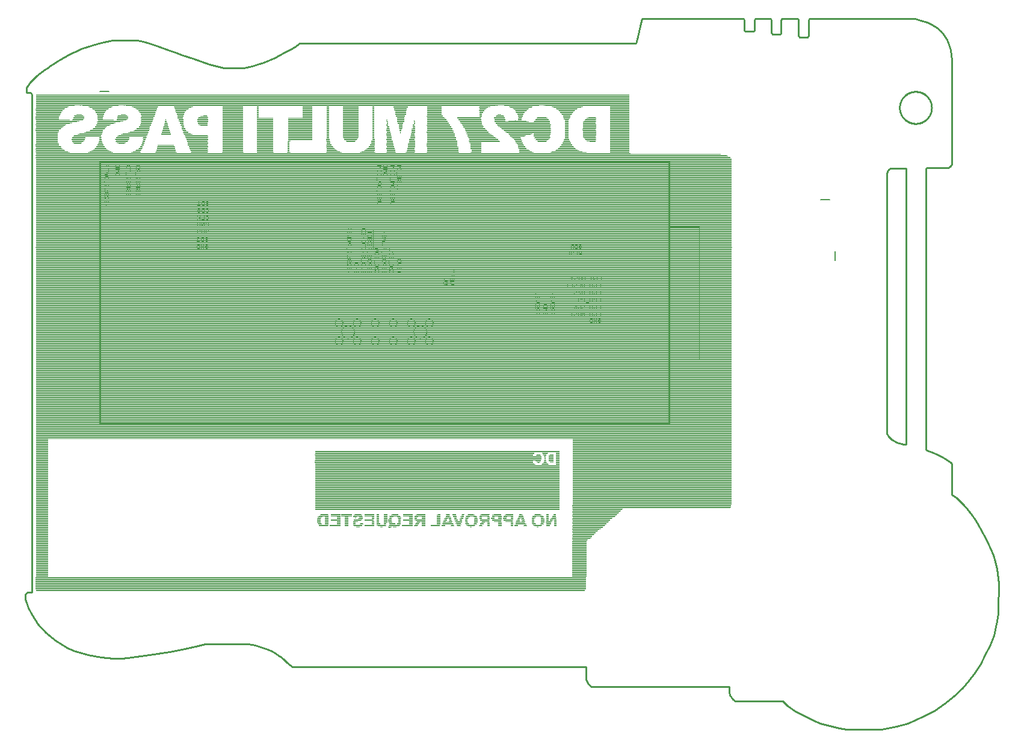
<source format=gbo>
G75*
%MOIN*%
%OFA0B0*%
%FSLAX25Y25*%
%IPPOS*%
%LPD*%
%AMOC8*
5,1,8,0,0,1.08239X$1,22.5*
%
%ADD10C,0.01000*%
%ADD11C,0.00000*%
%ADD12C,0.00394*%
%ADD13C,0.00400*%
%ADD14R,3.03670X0.00334*%
%ADD15R,3.04000X0.00333*%
%ADD16R,3.04330X0.00333*%
%ADD17R,3.04670X0.00334*%
%ADD18R,3.05000X0.00333*%
%ADD19R,3.05000X0.00334*%
%ADD20R,0.06670X0.00334*%
%ADD21R,0.07670X0.00334*%
%ADD22R,0.06670X0.00333*%
%ADD23R,0.07670X0.00333*%
%ADD24R,0.08000X0.00334*%
%ADD25R,0.08000X0.00333*%
%ADD26R,0.08340X0.00333*%
%ADD27R,0.09000X0.00334*%
%ADD28R,0.09670X0.00333*%
%ADD29R,0.10340X0.00333*%
%ADD30R,0.10670X0.00334*%
%ADD31R,0.10670X0.00333*%
%ADD32R,0.11000X0.00333*%
%ADD33R,0.11340X0.00334*%
%ADD34R,0.11670X0.00333*%
%ADD35R,0.12000X0.00333*%
%ADD36R,0.12340X0.00334*%
%ADD37R,0.12670X0.00333*%
%ADD38R,0.13000X0.00333*%
%ADD39R,0.13340X0.00334*%
%ADD40R,0.13670X0.00333*%
%ADD41R,0.14000X0.00333*%
%ADD42R,0.14340X0.00334*%
%ADD43R,0.15000X0.00333*%
%ADD44R,0.15670X0.00333*%
%ADD45R,0.16340X0.00334*%
%ADD46R,0.01000X0.00333*%
%ADD47R,0.16670X0.00333*%
%ADD48R,0.02000X0.00333*%
%ADD49R,0.01660X0.00333*%
%ADD50R,0.01670X0.00333*%
%ADD51R,0.17000X0.00333*%
%ADD52R,0.04330X0.00334*%
%ADD53R,0.05670X0.00334*%
%ADD54R,0.01670X0.00334*%
%ADD55R,0.03660X0.00334*%
%ADD56R,0.05330X0.00334*%
%ADD57R,0.05340X0.00334*%
%ADD58R,0.05000X0.00334*%
%ADD59R,0.01660X0.00334*%
%ADD60R,0.03330X0.00334*%
%ADD61R,0.02000X0.00334*%
%ADD62R,0.01330X0.00334*%
%ADD63R,0.03670X0.00334*%
%ADD64R,0.17340X0.00334*%
%ADD65R,0.05000X0.00333*%
%ADD66R,0.05670X0.00333*%
%ADD67R,0.04670X0.00333*%
%ADD68R,0.05330X0.00333*%
%ADD69R,0.06000X0.00333*%
%ADD70R,0.04330X0.00333*%
%ADD71R,0.01330X0.00333*%
%ADD72R,0.17670X0.00333*%
%ADD73R,0.02330X0.00333*%
%ADD74R,0.01340X0.00333*%
%ADD75R,0.18000X0.00333*%
%ADD76R,0.02330X0.00334*%
%ADD77R,0.03000X0.00334*%
%ADD78R,0.02340X0.00334*%
%ADD79R,0.02670X0.00334*%
%ADD80R,0.18340X0.00334*%
%ADD81R,0.03660X0.00333*%
%ADD82R,0.02670X0.00333*%
%ADD83R,0.02660X0.00333*%
%ADD84R,0.18670X0.00333*%
%ADD85R,0.03000X0.00333*%
%ADD86R,0.05660X0.00333*%
%ADD87R,0.19000X0.00333*%
%ADD88R,0.01000X0.00334*%
%ADD89R,0.19340X0.00334*%
%ADD90R,0.19670X0.00333*%
%ADD91R,0.04340X0.00333*%
%ADD92R,0.20000X0.00333*%
%ADD93R,0.04000X0.00334*%
%ADD94R,0.04670X0.00334*%
%ADD95R,0.01340X0.00334*%
%ADD96R,0.04660X0.00334*%
%ADD97R,0.20340X0.00334*%
%ADD98R,0.05340X0.00333*%
%ADD99R,0.20670X0.00333*%
%ADD100R,0.21000X0.00333*%
%ADD101R,0.21340X0.00334*%
%ADD102R,0.21670X0.00333*%
%ADD103R,0.00660X0.00333*%
%ADD104R,0.03330X0.00333*%
%ADD105R,0.22000X0.00333*%
%ADD106R,0.02660X0.00334*%
%ADD107R,0.23000X0.00334*%
%ADD108R,0.02340X0.00333*%
%ADD109R,0.23340X0.00333*%
%ADD110R,0.23670X0.00333*%
%ADD111R,0.24000X0.00334*%
%ADD112R,0.04660X0.00333*%
%ADD113R,0.24340X0.00333*%
%ADD114R,0.03340X0.00333*%
%ADD115R,0.04000X0.00333*%
%ADD116R,0.24670X0.00333*%
%ADD117R,0.25000X0.00334*%
%ADD118R,0.25340X0.00333*%
%ADD119R,0.25670X0.00333*%
%ADD120R,0.26000X0.00334*%
%ADD121R,0.26340X0.00333*%
%ADD122R,0.26670X0.00333*%
%ADD123R,0.27000X0.00334*%
%ADD124R,1.35330X0.00333*%
%ADD125R,0.27340X0.00333*%
%ADD126R,0.27670X0.00333*%
%ADD127R,1.35330X0.00334*%
%ADD128R,0.87000X0.00334*%
%ADD129R,0.87340X0.00333*%
%ADD130R,0.87670X0.00333*%
%ADD131R,0.87670X0.00334*%
%ADD132R,0.88000X0.00333*%
%ADD133R,0.88000X0.00334*%
%ADD134R,1.23330X0.00334*%
%ADD135R,0.11000X0.00334*%
%ADD136R,1.22000X0.00333*%
%ADD137R,1.21660X0.00333*%
%ADD138R,1.21330X0.00334*%
%ADD139R,1.21000X0.00333*%
%ADD140R,0.00670X0.00333*%
%ADD141R,1.21000X0.00334*%
%ADD142R,1.25330X0.00334*%
%ADD143R,0.00660X0.00334*%
%ADD144R,1.25330X0.00333*%
%ADD145R,1.20660X0.00333*%
%ADD146R,1.21330X0.00333*%
%ADD147R,1.22330X0.00334*%
%ADD148R,3.85330X0.00333*%
%ADD149R,3.85330X0.00334*%
%ADD150R,3.85670X0.00333*%
%ADD151R,3.85670X0.00334*%
%ADD152R,3.85000X0.00333*%
%ADD153R,3.84670X0.00333*%
%ADD154R,3.84000X0.00334*%
%ADD155R,3.83330X0.00333*%
%ADD156R,3.83000X0.00333*%
%ADD157R,3.80000X0.00334*%
%ADD158R,3.79330X0.00333*%
%ADD159R,3.29330X0.00333*%
%ADD160R,0.20330X0.00334*%
%ADD161R,0.18000X0.00334*%
%ADD162R,1.20000X0.00334*%
%ADD163R,1.00000X0.00334*%
%ADD164R,0.45670X0.00334*%
%ADD165R,0.14330X0.00333*%
%ADD166R,0.09660X0.00333*%
%ADD167R,0.09340X0.00333*%
%ADD168R,0.08660X0.00333*%
%ADD169R,0.08670X0.00333*%
%ADD170R,0.12330X0.00333*%
%ADD171R,0.09330X0.00333*%
%ADD172R,0.11340X0.00333*%
%ADD173R,0.09000X0.00333*%
%ADD174R,0.07330X0.00333*%
%ADD175R,0.07000X0.00333*%
%ADD176R,0.17330X0.00333*%
%ADD177R,0.17000X0.00334*%
%ADD178R,0.09660X0.00334*%
%ADD179R,0.06340X0.00334*%
%ADD180R,0.17330X0.00334*%
%ADD181R,0.06000X0.00334*%
%ADD182R,0.15000X0.00334*%
%ADD183R,0.10340X0.00334*%
%ADD184R,0.16330X0.00333*%
%ADD185R,0.10660X0.00333*%
%ADD186R,0.13330X0.00333*%
%ADD187R,0.08330X0.00333*%
%ADD188R,0.10000X0.00333*%
%ADD189R,0.15330X0.00334*%
%ADD190R,0.10330X0.00334*%
%ADD191R,0.10000X0.00334*%
%ADD192R,0.04340X0.00334*%
%ADD193R,0.10330X0.00333*%
%ADD194R,0.14330X0.00334*%
%ADD195R,0.09670X0.00334*%
%ADD196R,0.08660X0.00334*%
%ADD197R,0.03670X0.00333*%
%ADD198R,0.07340X0.00333*%
%ADD199R,0.13330X0.00334*%
%ADD200R,0.10660X0.00334*%
%ADD201R,0.06660X0.00334*%
%ADD202R,0.12670X0.00334*%
%ADD203R,0.11330X0.00334*%
%ADD204R,0.11330X0.00333*%
%ADD205R,0.16660X0.00333*%
%ADD206R,0.06340X0.00333*%
%ADD207R,0.12330X0.00334*%
%ADD208R,0.05660X0.00334*%
%ADD209R,0.11660X0.00334*%
%ADD210R,0.03340X0.00334*%
%ADD211R,0.16660X0.00334*%
%ADD212R,0.06330X0.00333*%
%ADD213R,0.11660X0.00333*%
%ADD214R,0.12000X0.00334*%
%ADD215R,0.07330X0.00334*%
%ADD216R,0.16330X0.00334*%
%ADD217R,0.16670X0.00334*%
%ADD218R,0.07660X0.00333*%
%ADD219R,0.16000X0.00333*%
%ADD220R,0.07660X0.00334*%
%ADD221R,0.15660X0.00334*%
%ADD222R,0.15330X0.00333*%
%ADD223R,0.06660X0.00333*%
%ADD224R,0.12660X0.00333*%
%ADD225R,0.07340X0.00334*%
%ADD226R,0.12660X0.00334*%
%ADD227R,0.08340X0.00334*%
%ADD228R,0.16000X0.00334*%
%ADD229R,0.14670X0.00334*%
%ADD230R,0.07000X0.00334*%
%ADD231R,0.15660X0.00333*%
%ADD232R,0.14340X0.00333*%
%ADD233R,0.15340X0.00334*%
%ADD234R,0.08670X0.00334*%
%ADD235R,0.13670X0.00334*%
%ADD236R,0.12340X0.00333*%
%ADD237R,0.00330X0.00334*%
%ADD238R,0.24330X0.00334*%
%ADD239R,0.00330X0.00333*%
%ADD240R,0.24660X0.00333*%
%ADD241R,0.25000X0.00333*%
%ADD242R,0.08330X0.00334*%
%ADD243R,0.09330X0.00334*%
%ADD244R,0.14660X0.00334*%
%ADD245R,0.25330X0.00334*%
%ADD246R,0.14660X0.00333*%
%ADD247R,0.26000X0.00333*%
%ADD248R,0.26330X0.00333*%
%ADD249R,0.26660X0.00334*%
%ADD250R,0.27330X0.00333*%
%ADD251R,0.27660X0.00333*%
%ADD252R,0.06330X0.00334*%
%ADD253R,0.13660X0.00334*%
%ADD254R,0.28000X0.00334*%
%ADD255R,0.14670X0.00333*%
%ADD256R,0.13660X0.00333*%
%ADD257R,0.28330X0.00333*%
%ADD258R,0.29000X0.00333*%
%ADD259R,0.15670X0.00334*%
%ADD260R,0.29330X0.00334*%
%ADD261R,0.29660X0.00333*%
%ADD262R,0.30000X0.00333*%
%ADD263R,0.17670X0.00334*%
%ADD264R,0.30330X0.00334*%
%ADD265R,0.30330X0.00333*%
%ADD266R,0.21000X0.00334*%
%ADD267R,0.00670X0.00334*%
%ADD268R,0.11670X0.00334*%
%ADD269R,0.20670X0.00334*%
%ADD270R,0.22670X0.00333*%
%ADD271R,0.24000X0.00333*%
%ADD272R,0.00340X0.00333*%
%ADD273R,0.00340X0.00334*%
%ADD274R,0.13000X0.00334*%
%ADD275R,0.13340X0.00333*%
%ADD276R,0.17660X0.00333*%
%ADD277R,0.19330X0.00334*%
%ADD278R,0.95000X0.00334*%
%ADD279R,0.31670X0.00334*%
%ADD280R,0.09340X0.00334*%
%ADD281R,0.27340X0.00334*%
%ADD282R,0.44340X0.00334*%
%ADD283R,0.21330X0.00333*%
%ADD284R,2.05000X0.00333*%
%ADD285R,0.19340X0.00333*%
%ADD286R,0.46340X0.00333*%
%ADD287R,3.28670X0.00333*%
%ADD288R,3.28670X0.00334*%
%ADD289C,0.00800*%
D10*
X0037261Y0085407D02*
X0045260Y0083074D01*
X0052593Y0081741D01*
X0059259Y0081074D01*
X0063925Y0081074D01*
X0067258Y0081407D01*
X0079257Y0083074D01*
X0090589Y0084740D01*
X0097255Y0086074D01*
X0104921Y0087740D01*
X0110254Y0089073D01*
X0134251Y0089073D01*
X0137918Y0088407D01*
X0140917Y0087407D01*
X0144917Y0086074D01*
X0147250Y0085074D01*
X0148916Y0084074D01*
X0151250Y0082407D01*
X0151916Y0082074D01*
X0153583Y0080741D01*
X0155582Y0078741D01*
X0157249Y0077408D01*
X0158582Y0076408D01*
X0321233Y0076408D01*
X0321233Y0069409D01*
X0322566Y0066742D01*
X0324232Y0065409D01*
X0400558Y0065409D01*
X0400558Y0062409D01*
X0400891Y0060743D01*
X0402558Y0058410D01*
X0403891Y0057410D01*
X0430222Y0057410D01*
X0432888Y0054743D01*
X0437221Y0051744D01*
X0443887Y0048411D01*
X0447220Y0046744D01*
X0450886Y0045078D01*
X0457552Y0043411D01*
X0461552Y0042411D01*
X0465551Y0041745D01*
X0484883Y0041745D01*
X0493215Y0043411D01*
X0499548Y0045078D01*
X0508214Y0049077D01*
X0514213Y0052077D01*
X0519879Y0056077D01*
X0524879Y0060076D01*
X0529878Y0064742D01*
X0533211Y0068742D01*
X0536544Y0073075D01*
X0539877Y0078074D01*
X0542210Y0083074D01*
X0544877Y0088073D01*
X0547210Y0093740D01*
X0548210Y0098739D01*
X0548876Y0101739D01*
X0549543Y0106072D01*
X0549543Y0107738D01*
X0549876Y0122737D01*
X0549543Y0125403D01*
X0548876Y0130736D01*
X0547877Y0134735D01*
X0546877Y0138402D01*
X0545210Y0142068D01*
X0543877Y0145068D01*
X0542210Y0148401D01*
X0540544Y0151400D01*
X0538211Y0155733D01*
X0536544Y0158400D01*
X0534878Y0160733D01*
X0532545Y0163733D01*
X0530545Y0166066D01*
X0528212Y0168399D01*
X0526545Y0170065D01*
X0525545Y0170732D01*
X0524546Y0171398D01*
X0523879Y0171732D01*
X0523879Y0189063D01*
X0523212Y0189730D01*
X0520213Y0191730D01*
X0518546Y0192730D01*
X0515880Y0194063D01*
X0512880Y0195396D01*
X0510880Y0196063D01*
X0509547Y0196729D01*
X0509547Y0352380D01*
X0509880Y0353047D01*
X0521879Y0353047D01*
X0522879Y0353714D01*
X0523546Y0354380D01*
X0523879Y0355047D01*
X0523879Y0412708D01*
X0523212Y0418374D01*
X0522212Y0421373D01*
X0521213Y0424040D01*
X0519213Y0427040D01*
X0517880Y0428706D01*
X0515546Y0430706D01*
X0512880Y0432372D01*
X0510214Y0433706D01*
X0506547Y0434705D01*
X0503548Y0435705D01*
X0444887Y0435705D01*
X0444554Y0434705D01*
X0444554Y0426373D01*
X0443887Y0425373D01*
X0439554Y0425373D01*
X0438887Y0426373D01*
X0438887Y0435039D01*
X0438554Y0435705D01*
X0429888Y0435705D01*
X0429222Y0435039D01*
X0429222Y0427373D01*
X0428555Y0427040D01*
X0424556Y0427040D01*
X0423889Y0428039D01*
X0423889Y0434705D01*
X0423556Y0435705D01*
X0414890Y0435705D01*
X0414557Y0434705D01*
X0414557Y0429039D01*
X0413890Y0428706D01*
X0409557Y0428706D01*
X0408890Y0429039D01*
X0408890Y0434705D01*
X0408557Y0435705D01*
X0352229Y0435705D01*
X0351896Y0434372D01*
X0351563Y0433039D01*
X0351230Y0431706D01*
X0350563Y0428706D01*
X0349896Y0425706D01*
X0349563Y0424373D01*
X0348896Y0422040D01*
X0162582Y0422040D01*
X0161249Y0421040D01*
X0159915Y0420040D01*
X0157582Y0418707D01*
X0154249Y0417041D01*
X0151250Y0415374D01*
X0148916Y0414041D01*
X0142584Y0411374D01*
X0139251Y0410375D01*
X0136251Y0409375D01*
X0131585Y0408375D01*
X0120586Y0408375D01*
X0112587Y0410375D01*
X0107921Y0412041D01*
X0103254Y0413708D01*
X0097922Y0415374D01*
X0093589Y0417041D01*
X0090589Y0418040D01*
X0086923Y0419374D01*
X0083256Y0420707D01*
X0079257Y0422040D01*
X0075924Y0423040D01*
X0072591Y0423707D01*
X0058925Y0423707D01*
X0052593Y0422373D01*
X0047927Y0421040D01*
X0041594Y0419040D01*
X0038927Y0417707D01*
X0036594Y0416707D01*
X0034595Y0415707D01*
X0032261Y0414374D01*
X0029928Y0413041D01*
X0028262Y0412041D01*
X0026262Y0410708D01*
X0024596Y0409708D01*
X0022929Y0408375D01*
X0021263Y0407375D01*
X0019929Y0406375D01*
X0018596Y0405375D01*
X0016930Y0404042D01*
X0014263Y0401375D01*
X0013263Y0400376D01*
X0011930Y0398376D01*
X0011930Y0398375D02*
X0011895Y0398373D01*
X0011861Y0398368D01*
X0011827Y0398359D01*
X0011795Y0398346D01*
X0011764Y0398330D01*
X0011734Y0398311D01*
X0011707Y0398289D01*
X0011683Y0398265D01*
X0011661Y0398238D01*
X0011642Y0398209D01*
X0011626Y0398177D01*
X0011613Y0398145D01*
X0011604Y0398111D01*
X0011599Y0398077D01*
X0011597Y0398042D01*
X0011597Y0397709D01*
X0011562Y0397707D01*
X0011528Y0397702D01*
X0011494Y0397693D01*
X0011462Y0397680D01*
X0011431Y0397664D01*
X0011401Y0397645D01*
X0011374Y0397623D01*
X0011350Y0397599D01*
X0011328Y0397572D01*
X0011309Y0397543D01*
X0011293Y0397511D01*
X0011280Y0397479D01*
X0011271Y0397445D01*
X0011266Y0397411D01*
X0011264Y0397376D01*
X0011264Y0395043D01*
X0011266Y0395008D01*
X0011271Y0394974D01*
X0011280Y0394940D01*
X0011293Y0394908D01*
X0011309Y0394877D01*
X0011328Y0394847D01*
X0011350Y0394820D01*
X0011374Y0394796D01*
X0011401Y0394774D01*
X0011431Y0394755D01*
X0011462Y0394739D01*
X0011494Y0394726D01*
X0011528Y0394717D01*
X0011562Y0394712D01*
X0011597Y0394710D01*
X0011597Y0394709D02*
X0013263Y0394709D01*
X0013263Y0394710D02*
X0013313Y0394708D01*
X0013362Y0394703D01*
X0013411Y0394693D01*
X0013460Y0394680D01*
X0013507Y0394664D01*
X0013552Y0394644D01*
X0013597Y0394621D01*
X0013639Y0394594D01*
X0013679Y0394564D01*
X0013717Y0394532D01*
X0013752Y0394497D01*
X0013784Y0394459D01*
X0013814Y0394419D01*
X0013841Y0394377D01*
X0013864Y0394332D01*
X0013884Y0394287D01*
X0013900Y0394240D01*
X0013913Y0394191D01*
X0013923Y0394142D01*
X0013928Y0394093D01*
X0013930Y0394043D01*
X0014263Y0393710D01*
X0014263Y0117737D01*
X0011930Y0117737D01*
X0010597Y0116737D01*
X0010597Y0113738D01*
X0011264Y0112071D01*
X0012263Y0109071D01*
X0014263Y0105405D01*
X0017596Y0100072D01*
X0021929Y0095406D01*
X0027262Y0091073D01*
X0033595Y0087074D01*
X0037261Y0085407D01*
X0051790Y0210891D02*
X0051790Y0356560D01*
X0367144Y0356560D01*
X0367144Y0210891D01*
X0051790Y0210891D01*
X0487883Y0205728D02*
X0488882Y0204062D01*
X0490549Y0202395D01*
X0493549Y0200729D01*
X0495882Y0200062D01*
X0497215Y0199729D01*
X0498548Y0199729D01*
X0498548Y0352714D01*
X0489882Y0352714D01*
X0488882Y0352047D01*
X0488216Y0351047D01*
X0487883Y0349714D01*
X0487883Y0205728D01*
X0495006Y0386377D02*
X0495009Y0386595D01*
X0495017Y0386812D01*
X0495030Y0387030D01*
X0495049Y0387247D01*
X0495073Y0387463D01*
X0495102Y0387679D01*
X0495137Y0387894D01*
X0495177Y0388108D01*
X0495222Y0388322D01*
X0495272Y0388533D01*
X0495327Y0388744D01*
X0495388Y0388953D01*
X0495454Y0389161D01*
X0495525Y0389367D01*
X0495601Y0389571D01*
X0495682Y0389773D01*
X0495767Y0389974D01*
X0495858Y0390172D01*
X0495954Y0390367D01*
X0496054Y0390561D01*
X0496159Y0390751D01*
X0496269Y0390940D01*
X0496383Y0391125D01*
X0496502Y0391308D01*
X0496625Y0391487D01*
X0496753Y0391664D01*
X0496884Y0391837D01*
X0497021Y0392007D01*
X0497161Y0392174D01*
X0497305Y0392337D01*
X0497453Y0392497D01*
X0497605Y0392653D01*
X0497761Y0392805D01*
X0497921Y0392953D01*
X0498084Y0393097D01*
X0498251Y0393237D01*
X0498421Y0393374D01*
X0498594Y0393505D01*
X0498771Y0393633D01*
X0498950Y0393756D01*
X0499133Y0393875D01*
X0499318Y0393989D01*
X0499507Y0394099D01*
X0499697Y0394204D01*
X0499891Y0394304D01*
X0500086Y0394400D01*
X0500284Y0394491D01*
X0500485Y0394576D01*
X0500687Y0394657D01*
X0500891Y0394733D01*
X0501097Y0394804D01*
X0501305Y0394870D01*
X0501514Y0394931D01*
X0501725Y0394986D01*
X0501936Y0395036D01*
X0502150Y0395081D01*
X0502364Y0395121D01*
X0502579Y0395156D01*
X0502795Y0395185D01*
X0503011Y0395209D01*
X0503228Y0395228D01*
X0503446Y0395241D01*
X0503663Y0395249D01*
X0503881Y0395252D01*
X0504099Y0395249D01*
X0504316Y0395241D01*
X0504534Y0395228D01*
X0504751Y0395209D01*
X0504967Y0395185D01*
X0505183Y0395156D01*
X0505398Y0395121D01*
X0505612Y0395081D01*
X0505826Y0395036D01*
X0506037Y0394986D01*
X0506248Y0394931D01*
X0506457Y0394870D01*
X0506665Y0394804D01*
X0506871Y0394733D01*
X0507075Y0394657D01*
X0507277Y0394576D01*
X0507478Y0394491D01*
X0507676Y0394400D01*
X0507871Y0394304D01*
X0508065Y0394204D01*
X0508255Y0394099D01*
X0508444Y0393989D01*
X0508629Y0393875D01*
X0508812Y0393756D01*
X0508991Y0393633D01*
X0509168Y0393505D01*
X0509341Y0393374D01*
X0509511Y0393237D01*
X0509678Y0393097D01*
X0509841Y0392953D01*
X0510001Y0392805D01*
X0510157Y0392653D01*
X0510309Y0392497D01*
X0510457Y0392337D01*
X0510601Y0392174D01*
X0510741Y0392007D01*
X0510878Y0391837D01*
X0511009Y0391664D01*
X0511137Y0391487D01*
X0511260Y0391308D01*
X0511379Y0391125D01*
X0511493Y0390940D01*
X0511603Y0390751D01*
X0511708Y0390561D01*
X0511808Y0390367D01*
X0511904Y0390172D01*
X0511995Y0389974D01*
X0512080Y0389773D01*
X0512161Y0389571D01*
X0512237Y0389367D01*
X0512308Y0389161D01*
X0512374Y0388953D01*
X0512435Y0388744D01*
X0512490Y0388533D01*
X0512540Y0388322D01*
X0512585Y0388108D01*
X0512625Y0387894D01*
X0512660Y0387679D01*
X0512689Y0387463D01*
X0512713Y0387247D01*
X0512732Y0387030D01*
X0512745Y0386812D01*
X0512753Y0386595D01*
X0512756Y0386377D01*
X0512753Y0386159D01*
X0512745Y0385942D01*
X0512732Y0385724D01*
X0512713Y0385507D01*
X0512689Y0385291D01*
X0512660Y0385075D01*
X0512625Y0384860D01*
X0512585Y0384646D01*
X0512540Y0384432D01*
X0512490Y0384221D01*
X0512435Y0384010D01*
X0512374Y0383801D01*
X0512308Y0383593D01*
X0512237Y0383387D01*
X0512161Y0383183D01*
X0512080Y0382981D01*
X0511995Y0382780D01*
X0511904Y0382582D01*
X0511808Y0382387D01*
X0511708Y0382193D01*
X0511603Y0382003D01*
X0511493Y0381814D01*
X0511379Y0381629D01*
X0511260Y0381446D01*
X0511137Y0381267D01*
X0511009Y0381090D01*
X0510878Y0380917D01*
X0510741Y0380747D01*
X0510601Y0380580D01*
X0510457Y0380417D01*
X0510309Y0380257D01*
X0510157Y0380101D01*
X0510001Y0379949D01*
X0509841Y0379801D01*
X0509678Y0379657D01*
X0509511Y0379517D01*
X0509341Y0379380D01*
X0509168Y0379249D01*
X0508991Y0379121D01*
X0508812Y0378998D01*
X0508629Y0378879D01*
X0508444Y0378765D01*
X0508255Y0378655D01*
X0508065Y0378550D01*
X0507871Y0378450D01*
X0507676Y0378354D01*
X0507478Y0378263D01*
X0507277Y0378178D01*
X0507075Y0378097D01*
X0506871Y0378021D01*
X0506665Y0377950D01*
X0506457Y0377884D01*
X0506248Y0377823D01*
X0506037Y0377768D01*
X0505826Y0377718D01*
X0505612Y0377673D01*
X0505398Y0377633D01*
X0505183Y0377598D01*
X0504967Y0377569D01*
X0504751Y0377545D01*
X0504534Y0377526D01*
X0504316Y0377513D01*
X0504099Y0377505D01*
X0503881Y0377502D01*
X0503663Y0377505D01*
X0503446Y0377513D01*
X0503228Y0377526D01*
X0503011Y0377545D01*
X0502795Y0377569D01*
X0502579Y0377598D01*
X0502364Y0377633D01*
X0502150Y0377673D01*
X0501936Y0377718D01*
X0501725Y0377768D01*
X0501514Y0377823D01*
X0501305Y0377884D01*
X0501097Y0377950D01*
X0500891Y0378021D01*
X0500687Y0378097D01*
X0500485Y0378178D01*
X0500284Y0378263D01*
X0500086Y0378354D01*
X0499891Y0378450D01*
X0499697Y0378550D01*
X0499507Y0378655D01*
X0499318Y0378765D01*
X0499133Y0378879D01*
X0498950Y0378998D01*
X0498771Y0379121D01*
X0498594Y0379249D01*
X0498421Y0379380D01*
X0498251Y0379517D01*
X0498084Y0379657D01*
X0497921Y0379801D01*
X0497761Y0379949D01*
X0497605Y0380101D01*
X0497453Y0380257D01*
X0497305Y0380417D01*
X0497161Y0380580D01*
X0497021Y0380747D01*
X0496884Y0380917D01*
X0496753Y0381090D01*
X0496625Y0381267D01*
X0496502Y0381446D01*
X0496383Y0381629D01*
X0496269Y0381814D01*
X0496159Y0382003D01*
X0496054Y0382193D01*
X0495954Y0382387D01*
X0495858Y0382582D01*
X0495767Y0382780D01*
X0495682Y0382981D01*
X0495601Y0383183D01*
X0495525Y0383387D01*
X0495454Y0383593D01*
X0495388Y0383801D01*
X0495327Y0384010D01*
X0495272Y0384221D01*
X0495222Y0384432D01*
X0495177Y0384646D01*
X0495137Y0384860D01*
X0495102Y0385075D01*
X0495073Y0385291D01*
X0495049Y0385507D01*
X0495030Y0385724D01*
X0495017Y0385942D01*
X0495009Y0386159D01*
X0495006Y0386377D01*
D11*
X0367538Y0320339D02*
X0367538Y0315615D01*
X0232105Y0267072D02*
X0232107Y0267165D01*
X0232113Y0267257D01*
X0232123Y0267349D01*
X0232137Y0267440D01*
X0232154Y0267531D01*
X0232176Y0267621D01*
X0232201Y0267710D01*
X0232230Y0267798D01*
X0232263Y0267884D01*
X0232300Y0267969D01*
X0232340Y0268053D01*
X0232384Y0268134D01*
X0232431Y0268214D01*
X0232481Y0268292D01*
X0232535Y0268367D01*
X0232592Y0268440D01*
X0232652Y0268510D01*
X0232715Y0268578D01*
X0232781Y0268643D01*
X0232849Y0268705D01*
X0232920Y0268765D01*
X0232994Y0268821D01*
X0233070Y0268874D01*
X0233148Y0268923D01*
X0233228Y0268970D01*
X0233310Y0269012D01*
X0233394Y0269052D01*
X0233479Y0269087D01*
X0233566Y0269119D01*
X0233654Y0269148D01*
X0233743Y0269172D01*
X0233833Y0269193D01*
X0233924Y0269209D01*
X0234016Y0269222D01*
X0234108Y0269231D01*
X0234201Y0269236D01*
X0234293Y0269237D01*
X0234386Y0269234D01*
X0234478Y0269227D01*
X0234570Y0269216D01*
X0234661Y0269201D01*
X0234752Y0269183D01*
X0234842Y0269160D01*
X0234930Y0269134D01*
X0235018Y0269104D01*
X0235104Y0269070D01*
X0235188Y0269033D01*
X0235271Y0268991D01*
X0235352Y0268947D01*
X0235432Y0268899D01*
X0235509Y0268848D01*
X0235583Y0268793D01*
X0235656Y0268735D01*
X0235726Y0268675D01*
X0235793Y0268611D01*
X0235857Y0268545D01*
X0235919Y0268475D01*
X0235977Y0268404D01*
X0236032Y0268330D01*
X0236084Y0268253D01*
X0236133Y0268174D01*
X0236179Y0268094D01*
X0236221Y0268011D01*
X0236259Y0267927D01*
X0236294Y0267841D01*
X0236325Y0267754D01*
X0236352Y0267666D01*
X0236375Y0267576D01*
X0236395Y0267486D01*
X0236411Y0267395D01*
X0236423Y0267303D01*
X0236431Y0267211D01*
X0236435Y0267118D01*
X0236435Y0267026D01*
X0236431Y0266933D01*
X0236423Y0266841D01*
X0236411Y0266749D01*
X0236395Y0266658D01*
X0236375Y0266568D01*
X0236352Y0266478D01*
X0236325Y0266390D01*
X0236294Y0266303D01*
X0236259Y0266217D01*
X0236221Y0266133D01*
X0236179Y0266050D01*
X0236133Y0265970D01*
X0236084Y0265891D01*
X0236032Y0265814D01*
X0235977Y0265740D01*
X0235919Y0265669D01*
X0235857Y0265599D01*
X0235793Y0265533D01*
X0235726Y0265469D01*
X0235656Y0265409D01*
X0235583Y0265351D01*
X0235509Y0265296D01*
X0235432Y0265245D01*
X0235353Y0265197D01*
X0235271Y0265153D01*
X0235188Y0265111D01*
X0235104Y0265074D01*
X0235018Y0265040D01*
X0234930Y0265010D01*
X0234842Y0264984D01*
X0234752Y0264961D01*
X0234661Y0264943D01*
X0234570Y0264928D01*
X0234478Y0264917D01*
X0234386Y0264910D01*
X0234293Y0264907D01*
X0234201Y0264908D01*
X0234108Y0264913D01*
X0234016Y0264922D01*
X0233924Y0264935D01*
X0233833Y0264951D01*
X0233743Y0264972D01*
X0233654Y0264996D01*
X0233566Y0265025D01*
X0233479Y0265057D01*
X0233394Y0265092D01*
X0233310Y0265132D01*
X0233228Y0265174D01*
X0233148Y0265221D01*
X0233070Y0265270D01*
X0232994Y0265323D01*
X0232920Y0265379D01*
X0232849Y0265439D01*
X0232781Y0265501D01*
X0232715Y0265566D01*
X0232652Y0265634D01*
X0232592Y0265704D01*
X0232535Y0265777D01*
X0232481Y0265852D01*
X0232431Y0265930D01*
X0232384Y0266010D01*
X0232340Y0266091D01*
X0232300Y0266175D01*
X0232263Y0266260D01*
X0232230Y0266346D01*
X0232201Y0266434D01*
X0232176Y0266523D01*
X0232154Y0266613D01*
X0232137Y0266704D01*
X0232123Y0266795D01*
X0232113Y0266887D01*
X0232107Y0266979D01*
X0232105Y0267072D01*
X0225727Y0262072D02*
X0225729Y0262190D01*
X0225735Y0262309D01*
X0225745Y0262427D01*
X0225759Y0262544D01*
X0225776Y0262661D01*
X0225798Y0262778D01*
X0225824Y0262893D01*
X0225853Y0263008D01*
X0225886Y0263122D01*
X0225923Y0263234D01*
X0225964Y0263345D01*
X0226008Y0263455D01*
X0226056Y0263563D01*
X0226108Y0263670D01*
X0226163Y0263775D01*
X0226222Y0263878D01*
X0226284Y0263978D01*
X0226349Y0264077D01*
X0226418Y0264174D01*
X0226489Y0264268D01*
X0226564Y0264359D01*
X0226642Y0264449D01*
X0226723Y0264535D01*
X0226807Y0264619D01*
X0226893Y0264700D01*
X0226983Y0264778D01*
X0227074Y0264853D01*
X0227168Y0264924D01*
X0227265Y0264993D01*
X0227364Y0265058D01*
X0227464Y0265120D01*
X0227567Y0265179D01*
X0227672Y0265234D01*
X0227779Y0265286D01*
X0227887Y0265334D01*
X0227997Y0265378D01*
X0228108Y0265419D01*
X0228220Y0265456D01*
X0228334Y0265489D01*
X0228449Y0265518D01*
X0228564Y0265544D01*
X0228681Y0265566D01*
X0228798Y0265583D01*
X0228915Y0265597D01*
X0229033Y0265607D01*
X0229152Y0265613D01*
X0229270Y0265615D01*
X0229388Y0265613D01*
X0229507Y0265607D01*
X0229625Y0265597D01*
X0229742Y0265583D01*
X0229859Y0265566D01*
X0229976Y0265544D01*
X0230091Y0265518D01*
X0230206Y0265489D01*
X0230320Y0265456D01*
X0230432Y0265419D01*
X0230543Y0265378D01*
X0230653Y0265334D01*
X0230761Y0265286D01*
X0230868Y0265234D01*
X0230973Y0265179D01*
X0231076Y0265120D01*
X0231176Y0265058D01*
X0231275Y0264993D01*
X0231372Y0264924D01*
X0231466Y0264853D01*
X0231557Y0264778D01*
X0231647Y0264700D01*
X0231733Y0264619D01*
X0231817Y0264535D01*
X0231898Y0264449D01*
X0231976Y0264359D01*
X0232051Y0264268D01*
X0232122Y0264174D01*
X0232191Y0264077D01*
X0232256Y0263978D01*
X0232318Y0263878D01*
X0232377Y0263775D01*
X0232432Y0263670D01*
X0232484Y0263563D01*
X0232532Y0263455D01*
X0232576Y0263345D01*
X0232617Y0263234D01*
X0232654Y0263122D01*
X0232687Y0263008D01*
X0232716Y0262893D01*
X0232742Y0262778D01*
X0232764Y0262661D01*
X0232781Y0262544D01*
X0232795Y0262427D01*
X0232805Y0262309D01*
X0232811Y0262190D01*
X0232813Y0262072D01*
X0232811Y0261954D01*
X0232805Y0261835D01*
X0232795Y0261717D01*
X0232781Y0261600D01*
X0232764Y0261483D01*
X0232742Y0261366D01*
X0232716Y0261251D01*
X0232687Y0261136D01*
X0232654Y0261022D01*
X0232617Y0260910D01*
X0232576Y0260799D01*
X0232532Y0260689D01*
X0232484Y0260581D01*
X0232432Y0260474D01*
X0232377Y0260369D01*
X0232318Y0260266D01*
X0232256Y0260166D01*
X0232191Y0260067D01*
X0232122Y0259970D01*
X0232051Y0259876D01*
X0231976Y0259785D01*
X0231898Y0259695D01*
X0231817Y0259609D01*
X0231733Y0259525D01*
X0231647Y0259444D01*
X0231557Y0259366D01*
X0231466Y0259291D01*
X0231372Y0259220D01*
X0231275Y0259151D01*
X0231176Y0259086D01*
X0231076Y0259024D01*
X0230973Y0258965D01*
X0230868Y0258910D01*
X0230761Y0258858D01*
X0230653Y0258810D01*
X0230543Y0258766D01*
X0230432Y0258725D01*
X0230320Y0258688D01*
X0230206Y0258655D01*
X0230091Y0258626D01*
X0229976Y0258600D01*
X0229859Y0258578D01*
X0229742Y0258561D01*
X0229625Y0258547D01*
X0229507Y0258537D01*
X0229388Y0258531D01*
X0229270Y0258529D01*
X0229152Y0258531D01*
X0229033Y0258537D01*
X0228915Y0258547D01*
X0228798Y0258561D01*
X0228681Y0258578D01*
X0228564Y0258600D01*
X0228449Y0258626D01*
X0228334Y0258655D01*
X0228220Y0258688D01*
X0228108Y0258725D01*
X0227997Y0258766D01*
X0227887Y0258810D01*
X0227779Y0258858D01*
X0227672Y0258910D01*
X0227567Y0258965D01*
X0227464Y0259024D01*
X0227364Y0259086D01*
X0227265Y0259151D01*
X0227168Y0259220D01*
X0227074Y0259291D01*
X0226983Y0259366D01*
X0226893Y0259444D01*
X0226807Y0259525D01*
X0226723Y0259609D01*
X0226642Y0259695D01*
X0226564Y0259785D01*
X0226489Y0259876D01*
X0226418Y0259970D01*
X0226349Y0260067D01*
X0226284Y0260166D01*
X0226222Y0260266D01*
X0226163Y0260369D01*
X0226108Y0260474D01*
X0226056Y0260581D01*
X0226008Y0260689D01*
X0225964Y0260799D01*
X0225923Y0260910D01*
X0225886Y0261022D01*
X0225853Y0261136D01*
X0225824Y0261251D01*
X0225798Y0261366D01*
X0225776Y0261483D01*
X0225759Y0261600D01*
X0225745Y0261717D01*
X0225735Y0261835D01*
X0225729Y0261954D01*
X0225727Y0262072D01*
X0222105Y0267072D02*
X0222107Y0267165D01*
X0222113Y0267257D01*
X0222123Y0267349D01*
X0222137Y0267440D01*
X0222154Y0267531D01*
X0222176Y0267621D01*
X0222201Y0267710D01*
X0222230Y0267798D01*
X0222263Y0267884D01*
X0222300Y0267969D01*
X0222340Y0268053D01*
X0222384Y0268134D01*
X0222431Y0268214D01*
X0222481Y0268292D01*
X0222535Y0268367D01*
X0222592Y0268440D01*
X0222652Y0268510D01*
X0222715Y0268578D01*
X0222781Y0268643D01*
X0222849Y0268705D01*
X0222920Y0268765D01*
X0222994Y0268821D01*
X0223070Y0268874D01*
X0223148Y0268923D01*
X0223228Y0268970D01*
X0223310Y0269012D01*
X0223394Y0269052D01*
X0223479Y0269087D01*
X0223566Y0269119D01*
X0223654Y0269148D01*
X0223743Y0269172D01*
X0223833Y0269193D01*
X0223924Y0269209D01*
X0224016Y0269222D01*
X0224108Y0269231D01*
X0224201Y0269236D01*
X0224293Y0269237D01*
X0224386Y0269234D01*
X0224478Y0269227D01*
X0224570Y0269216D01*
X0224661Y0269201D01*
X0224752Y0269183D01*
X0224842Y0269160D01*
X0224930Y0269134D01*
X0225018Y0269104D01*
X0225104Y0269070D01*
X0225188Y0269033D01*
X0225271Y0268991D01*
X0225352Y0268947D01*
X0225432Y0268899D01*
X0225509Y0268848D01*
X0225583Y0268793D01*
X0225656Y0268735D01*
X0225726Y0268675D01*
X0225793Y0268611D01*
X0225857Y0268545D01*
X0225919Y0268475D01*
X0225977Y0268404D01*
X0226032Y0268330D01*
X0226084Y0268253D01*
X0226133Y0268174D01*
X0226179Y0268094D01*
X0226221Y0268011D01*
X0226259Y0267927D01*
X0226294Y0267841D01*
X0226325Y0267754D01*
X0226352Y0267666D01*
X0226375Y0267576D01*
X0226395Y0267486D01*
X0226411Y0267395D01*
X0226423Y0267303D01*
X0226431Y0267211D01*
X0226435Y0267118D01*
X0226435Y0267026D01*
X0226431Y0266933D01*
X0226423Y0266841D01*
X0226411Y0266749D01*
X0226395Y0266658D01*
X0226375Y0266568D01*
X0226352Y0266478D01*
X0226325Y0266390D01*
X0226294Y0266303D01*
X0226259Y0266217D01*
X0226221Y0266133D01*
X0226179Y0266050D01*
X0226133Y0265970D01*
X0226084Y0265891D01*
X0226032Y0265814D01*
X0225977Y0265740D01*
X0225919Y0265669D01*
X0225857Y0265599D01*
X0225793Y0265533D01*
X0225726Y0265469D01*
X0225656Y0265409D01*
X0225583Y0265351D01*
X0225509Y0265296D01*
X0225432Y0265245D01*
X0225353Y0265197D01*
X0225271Y0265153D01*
X0225188Y0265111D01*
X0225104Y0265074D01*
X0225018Y0265040D01*
X0224930Y0265010D01*
X0224842Y0264984D01*
X0224752Y0264961D01*
X0224661Y0264943D01*
X0224570Y0264928D01*
X0224478Y0264917D01*
X0224386Y0264910D01*
X0224293Y0264907D01*
X0224201Y0264908D01*
X0224108Y0264913D01*
X0224016Y0264922D01*
X0223924Y0264935D01*
X0223833Y0264951D01*
X0223743Y0264972D01*
X0223654Y0264996D01*
X0223566Y0265025D01*
X0223479Y0265057D01*
X0223394Y0265092D01*
X0223310Y0265132D01*
X0223228Y0265174D01*
X0223148Y0265221D01*
X0223070Y0265270D01*
X0222994Y0265323D01*
X0222920Y0265379D01*
X0222849Y0265439D01*
X0222781Y0265501D01*
X0222715Y0265566D01*
X0222652Y0265634D01*
X0222592Y0265704D01*
X0222535Y0265777D01*
X0222481Y0265852D01*
X0222431Y0265930D01*
X0222384Y0266010D01*
X0222340Y0266091D01*
X0222300Y0266175D01*
X0222263Y0266260D01*
X0222230Y0266346D01*
X0222201Y0266434D01*
X0222176Y0266523D01*
X0222154Y0266613D01*
X0222137Y0266704D01*
X0222123Y0266795D01*
X0222113Y0266887D01*
X0222107Y0266979D01*
X0222105Y0267072D01*
X0212105Y0267072D02*
X0212107Y0267165D01*
X0212113Y0267257D01*
X0212123Y0267349D01*
X0212137Y0267440D01*
X0212154Y0267531D01*
X0212176Y0267621D01*
X0212201Y0267710D01*
X0212230Y0267798D01*
X0212263Y0267884D01*
X0212300Y0267969D01*
X0212340Y0268053D01*
X0212384Y0268134D01*
X0212431Y0268214D01*
X0212481Y0268292D01*
X0212535Y0268367D01*
X0212592Y0268440D01*
X0212652Y0268510D01*
X0212715Y0268578D01*
X0212781Y0268643D01*
X0212849Y0268705D01*
X0212920Y0268765D01*
X0212994Y0268821D01*
X0213070Y0268874D01*
X0213148Y0268923D01*
X0213228Y0268970D01*
X0213310Y0269012D01*
X0213394Y0269052D01*
X0213479Y0269087D01*
X0213566Y0269119D01*
X0213654Y0269148D01*
X0213743Y0269172D01*
X0213833Y0269193D01*
X0213924Y0269209D01*
X0214016Y0269222D01*
X0214108Y0269231D01*
X0214201Y0269236D01*
X0214293Y0269237D01*
X0214386Y0269234D01*
X0214478Y0269227D01*
X0214570Y0269216D01*
X0214661Y0269201D01*
X0214752Y0269183D01*
X0214842Y0269160D01*
X0214930Y0269134D01*
X0215018Y0269104D01*
X0215104Y0269070D01*
X0215188Y0269033D01*
X0215271Y0268991D01*
X0215352Y0268947D01*
X0215432Y0268899D01*
X0215509Y0268848D01*
X0215583Y0268793D01*
X0215656Y0268735D01*
X0215726Y0268675D01*
X0215793Y0268611D01*
X0215857Y0268545D01*
X0215919Y0268475D01*
X0215977Y0268404D01*
X0216032Y0268330D01*
X0216084Y0268253D01*
X0216133Y0268174D01*
X0216179Y0268094D01*
X0216221Y0268011D01*
X0216259Y0267927D01*
X0216294Y0267841D01*
X0216325Y0267754D01*
X0216352Y0267666D01*
X0216375Y0267576D01*
X0216395Y0267486D01*
X0216411Y0267395D01*
X0216423Y0267303D01*
X0216431Y0267211D01*
X0216435Y0267118D01*
X0216435Y0267026D01*
X0216431Y0266933D01*
X0216423Y0266841D01*
X0216411Y0266749D01*
X0216395Y0266658D01*
X0216375Y0266568D01*
X0216352Y0266478D01*
X0216325Y0266390D01*
X0216294Y0266303D01*
X0216259Y0266217D01*
X0216221Y0266133D01*
X0216179Y0266050D01*
X0216133Y0265970D01*
X0216084Y0265891D01*
X0216032Y0265814D01*
X0215977Y0265740D01*
X0215919Y0265669D01*
X0215857Y0265599D01*
X0215793Y0265533D01*
X0215726Y0265469D01*
X0215656Y0265409D01*
X0215583Y0265351D01*
X0215509Y0265296D01*
X0215432Y0265245D01*
X0215353Y0265197D01*
X0215271Y0265153D01*
X0215188Y0265111D01*
X0215104Y0265074D01*
X0215018Y0265040D01*
X0214930Y0265010D01*
X0214842Y0264984D01*
X0214752Y0264961D01*
X0214661Y0264943D01*
X0214570Y0264928D01*
X0214478Y0264917D01*
X0214386Y0264910D01*
X0214293Y0264907D01*
X0214201Y0264908D01*
X0214108Y0264913D01*
X0214016Y0264922D01*
X0213924Y0264935D01*
X0213833Y0264951D01*
X0213743Y0264972D01*
X0213654Y0264996D01*
X0213566Y0265025D01*
X0213479Y0265057D01*
X0213394Y0265092D01*
X0213310Y0265132D01*
X0213228Y0265174D01*
X0213148Y0265221D01*
X0213070Y0265270D01*
X0212994Y0265323D01*
X0212920Y0265379D01*
X0212849Y0265439D01*
X0212781Y0265501D01*
X0212715Y0265566D01*
X0212652Y0265634D01*
X0212592Y0265704D01*
X0212535Y0265777D01*
X0212481Y0265852D01*
X0212431Y0265930D01*
X0212384Y0266010D01*
X0212340Y0266091D01*
X0212300Y0266175D01*
X0212263Y0266260D01*
X0212230Y0266346D01*
X0212201Y0266434D01*
X0212176Y0266523D01*
X0212154Y0266613D01*
X0212137Y0266704D01*
X0212123Y0266795D01*
X0212113Y0266887D01*
X0212107Y0266979D01*
X0212105Y0267072D01*
X0202105Y0267072D02*
X0202107Y0267165D01*
X0202113Y0267257D01*
X0202123Y0267349D01*
X0202137Y0267440D01*
X0202154Y0267531D01*
X0202176Y0267621D01*
X0202201Y0267710D01*
X0202230Y0267798D01*
X0202263Y0267884D01*
X0202300Y0267969D01*
X0202340Y0268053D01*
X0202384Y0268134D01*
X0202431Y0268214D01*
X0202481Y0268292D01*
X0202535Y0268367D01*
X0202592Y0268440D01*
X0202652Y0268510D01*
X0202715Y0268578D01*
X0202781Y0268643D01*
X0202849Y0268705D01*
X0202920Y0268765D01*
X0202994Y0268821D01*
X0203070Y0268874D01*
X0203148Y0268923D01*
X0203228Y0268970D01*
X0203310Y0269012D01*
X0203394Y0269052D01*
X0203479Y0269087D01*
X0203566Y0269119D01*
X0203654Y0269148D01*
X0203743Y0269172D01*
X0203833Y0269193D01*
X0203924Y0269209D01*
X0204016Y0269222D01*
X0204108Y0269231D01*
X0204201Y0269236D01*
X0204293Y0269237D01*
X0204386Y0269234D01*
X0204478Y0269227D01*
X0204570Y0269216D01*
X0204661Y0269201D01*
X0204752Y0269183D01*
X0204842Y0269160D01*
X0204930Y0269134D01*
X0205018Y0269104D01*
X0205104Y0269070D01*
X0205188Y0269033D01*
X0205271Y0268991D01*
X0205352Y0268947D01*
X0205432Y0268899D01*
X0205509Y0268848D01*
X0205583Y0268793D01*
X0205656Y0268735D01*
X0205726Y0268675D01*
X0205793Y0268611D01*
X0205857Y0268545D01*
X0205919Y0268475D01*
X0205977Y0268404D01*
X0206032Y0268330D01*
X0206084Y0268253D01*
X0206133Y0268174D01*
X0206179Y0268094D01*
X0206221Y0268011D01*
X0206259Y0267927D01*
X0206294Y0267841D01*
X0206325Y0267754D01*
X0206352Y0267666D01*
X0206375Y0267576D01*
X0206395Y0267486D01*
X0206411Y0267395D01*
X0206423Y0267303D01*
X0206431Y0267211D01*
X0206435Y0267118D01*
X0206435Y0267026D01*
X0206431Y0266933D01*
X0206423Y0266841D01*
X0206411Y0266749D01*
X0206395Y0266658D01*
X0206375Y0266568D01*
X0206352Y0266478D01*
X0206325Y0266390D01*
X0206294Y0266303D01*
X0206259Y0266217D01*
X0206221Y0266133D01*
X0206179Y0266050D01*
X0206133Y0265970D01*
X0206084Y0265891D01*
X0206032Y0265814D01*
X0205977Y0265740D01*
X0205919Y0265669D01*
X0205857Y0265599D01*
X0205793Y0265533D01*
X0205726Y0265469D01*
X0205656Y0265409D01*
X0205583Y0265351D01*
X0205509Y0265296D01*
X0205432Y0265245D01*
X0205353Y0265197D01*
X0205271Y0265153D01*
X0205188Y0265111D01*
X0205104Y0265074D01*
X0205018Y0265040D01*
X0204930Y0265010D01*
X0204842Y0264984D01*
X0204752Y0264961D01*
X0204661Y0264943D01*
X0204570Y0264928D01*
X0204478Y0264917D01*
X0204386Y0264910D01*
X0204293Y0264907D01*
X0204201Y0264908D01*
X0204108Y0264913D01*
X0204016Y0264922D01*
X0203924Y0264935D01*
X0203833Y0264951D01*
X0203743Y0264972D01*
X0203654Y0264996D01*
X0203566Y0265025D01*
X0203479Y0265057D01*
X0203394Y0265092D01*
X0203310Y0265132D01*
X0203228Y0265174D01*
X0203148Y0265221D01*
X0203070Y0265270D01*
X0202994Y0265323D01*
X0202920Y0265379D01*
X0202849Y0265439D01*
X0202781Y0265501D01*
X0202715Y0265566D01*
X0202652Y0265634D01*
X0202592Y0265704D01*
X0202535Y0265777D01*
X0202481Y0265852D01*
X0202431Y0265930D01*
X0202384Y0266010D01*
X0202340Y0266091D01*
X0202300Y0266175D01*
X0202263Y0266260D01*
X0202230Y0266346D01*
X0202201Y0266434D01*
X0202176Y0266523D01*
X0202154Y0266613D01*
X0202137Y0266704D01*
X0202123Y0266795D01*
X0202113Y0266887D01*
X0202107Y0266979D01*
X0202105Y0267072D01*
X0192105Y0267072D02*
X0192107Y0267165D01*
X0192113Y0267257D01*
X0192123Y0267349D01*
X0192137Y0267440D01*
X0192154Y0267531D01*
X0192176Y0267621D01*
X0192201Y0267710D01*
X0192230Y0267798D01*
X0192263Y0267884D01*
X0192300Y0267969D01*
X0192340Y0268053D01*
X0192384Y0268134D01*
X0192431Y0268214D01*
X0192481Y0268292D01*
X0192535Y0268367D01*
X0192592Y0268440D01*
X0192652Y0268510D01*
X0192715Y0268578D01*
X0192781Y0268643D01*
X0192849Y0268705D01*
X0192920Y0268765D01*
X0192994Y0268821D01*
X0193070Y0268874D01*
X0193148Y0268923D01*
X0193228Y0268970D01*
X0193310Y0269012D01*
X0193394Y0269052D01*
X0193479Y0269087D01*
X0193566Y0269119D01*
X0193654Y0269148D01*
X0193743Y0269172D01*
X0193833Y0269193D01*
X0193924Y0269209D01*
X0194016Y0269222D01*
X0194108Y0269231D01*
X0194201Y0269236D01*
X0194293Y0269237D01*
X0194386Y0269234D01*
X0194478Y0269227D01*
X0194570Y0269216D01*
X0194661Y0269201D01*
X0194752Y0269183D01*
X0194842Y0269160D01*
X0194930Y0269134D01*
X0195018Y0269104D01*
X0195104Y0269070D01*
X0195188Y0269033D01*
X0195271Y0268991D01*
X0195352Y0268947D01*
X0195432Y0268899D01*
X0195509Y0268848D01*
X0195583Y0268793D01*
X0195656Y0268735D01*
X0195726Y0268675D01*
X0195793Y0268611D01*
X0195857Y0268545D01*
X0195919Y0268475D01*
X0195977Y0268404D01*
X0196032Y0268330D01*
X0196084Y0268253D01*
X0196133Y0268174D01*
X0196179Y0268094D01*
X0196221Y0268011D01*
X0196259Y0267927D01*
X0196294Y0267841D01*
X0196325Y0267754D01*
X0196352Y0267666D01*
X0196375Y0267576D01*
X0196395Y0267486D01*
X0196411Y0267395D01*
X0196423Y0267303D01*
X0196431Y0267211D01*
X0196435Y0267118D01*
X0196435Y0267026D01*
X0196431Y0266933D01*
X0196423Y0266841D01*
X0196411Y0266749D01*
X0196395Y0266658D01*
X0196375Y0266568D01*
X0196352Y0266478D01*
X0196325Y0266390D01*
X0196294Y0266303D01*
X0196259Y0266217D01*
X0196221Y0266133D01*
X0196179Y0266050D01*
X0196133Y0265970D01*
X0196084Y0265891D01*
X0196032Y0265814D01*
X0195977Y0265740D01*
X0195919Y0265669D01*
X0195857Y0265599D01*
X0195793Y0265533D01*
X0195726Y0265469D01*
X0195656Y0265409D01*
X0195583Y0265351D01*
X0195509Y0265296D01*
X0195432Y0265245D01*
X0195353Y0265197D01*
X0195271Y0265153D01*
X0195188Y0265111D01*
X0195104Y0265074D01*
X0195018Y0265040D01*
X0194930Y0265010D01*
X0194842Y0264984D01*
X0194752Y0264961D01*
X0194661Y0264943D01*
X0194570Y0264928D01*
X0194478Y0264917D01*
X0194386Y0264910D01*
X0194293Y0264907D01*
X0194201Y0264908D01*
X0194108Y0264913D01*
X0194016Y0264922D01*
X0193924Y0264935D01*
X0193833Y0264951D01*
X0193743Y0264972D01*
X0193654Y0264996D01*
X0193566Y0265025D01*
X0193479Y0265057D01*
X0193394Y0265092D01*
X0193310Y0265132D01*
X0193228Y0265174D01*
X0193148Y0265221D01*
X0193070Y0265270D01*
X0192994Y0265323D01*
X0192920Y0265379D01*
X0192849Y0265439D01*
X0192781Y0265501D01*
X0192715Y0265566D01*
X0192652Y0265634D01*
X0192592Y0265704D01*
X0192535Y0265777D01*
X0192481Y0265852D01*
X0192431Y0265930D01*
X0192384Y0266010D01*
X0192340Y0266091D01*
X0192300Y0266175D01*
X0192263Y0266260D01*
X0192230Y0266346D01*
X0192201Y0266434D01*
X0192176Y0266523D01*
X0192154Y0266613D01*
X0192137Y0266704D01*
X0192123Y0266795D01*
X0192113Y0266887D01*
X0192107Y0266979D01*
X0192105Y0267072D01*
X0185727Y0262072D02*
X0185729Y0262190D01*
X0185735Y0262309D01*
X0185745Y0262427D01*
X0185759Y0262544D01*
X0185776Y0262661D01*
X0185798Y0262778D01*
X0185824Y0262893D01*
X0185853Y0263008D01*
X0185886Y0263122D01*
X0185923Y0263234D01*
X0185964Y0263345D01*
X0186008Y0263455D01*
X0186056Y0263563D01*
X0186108Y0263670D01*
X0186163Y0263775D01*
X0186222Y0263878D01*
X0186284Y0263978D01*
X0186349Y0264077D01*
X0186418Y0264174D01*
X0186489Y0264268D01*
X0186564Y0264359D01*
X0186642Y0264449D01*
X0186723Y0264535D01*
X0186807Y0264619D01*
X0186893Y0264700D01*
X0186983Y0264778D01*
X0187074Y0264853D01*
X0187168Y0264924D01*
X0187265Y0264993D01*
X0187364Y0265058D01*
X0187464Y0265120D01*
X0187567Y0265179D01*
X0187672Y0265234D01*
X0187779Y0265286D01*
X0187887Y0265334D01*
X0187997Y0265378D01*
X0188108Y0265419D01*
X0188220Y0265456D01*
X0188334Y0265489D01*
X0188449Y0265518D01*
X0188564Y0265544D01*
X0188681Y0265566D01*
X0188798Y0265583D01*
X0188915Y0265597D01*
X0189033Y0265607D01*
X0189152Y0265613D01*
X0189270Y0265615D01*
X0189388Y0265613D01*
X0189507Y0265607D01*
X0189625Y0265597D01*
X0189742Y0265583D01*
X0189859Y0265566D01*
X0189976Y0265544D01*
X0190091Y0265518D01*
X0190206Y0265489D01*
X0190320Y0265456D01*
X0190432Y0265419D01*
X0190543Y0265378D01*
X0190653Y0265334D01*
X0190761Y0265286D01*
X0190868Y0265234D01*
X0190973Y0265179D01*
X0191076Y0265120D01*
X0191176Y0265058D01*
X0191275Y0264993D01*
X0191372Y0264924D01*
X0191466Y0264853D01*
X0191557Y0264778D01*
X0191647Y0264700D01*
X0191733Y0264619D01*
X0191817Y0264535D01*
X0191898Y0264449D01*
X0191976Y0264359D01*
X0192051Y0264268D01*
X0192122Y0264174D01*
X0192191Y0264077D01*
X0192256Y0263978D01*
X0192318Y0263878D01*
X0192377Y0263775D01*
X0192432Y0263670D01*
X0192484Y0263563D01*
X0192532Y0263455D01*
X0192576Y0263345D01*
X0192617Y0263234D01*
X0192654Y0263122D01*
X0192687Y0263008D01*
X0192716Y0262893D01*
X0192742Y0262778D01*
X0192764Y0262661D01*
X0192781Y0262544D01*
X0192795Y0262427D01*
X0192805Y0262309D01*
X0192811Y0262190D01*
X0192813Y0262072D01*
X0192811Y0261954D01*
X0192805Y0261835D01*
X0192795Y0261717D01*
X0192781Y0261600D01*
X0192764Y0261483D01*
X0192742Y0261366D01*
X0192716Y0261251D01*
X0192687Y0261136D01*
X0192654Y0261022D01*
X0192617Y0260910D01*
X0192576Y0260799D01*
X0192532Y0260689D01*
X0192484Y0260581D01*
X0192432Y0260474D01*
X0192377Y0260369D01*
X0192318Y0260266D01*
X0192256Y0260166D01*
X0192191Y0260067D01*
X0192122Y0259970D01*
X0192051Y0259876D01*
X0191976Y0259785D01*
X0191898Y0259695D01*
X0191817Y0259609D01*
X0191733Y0259525D01*
X0191647Y0259444D01*
X0191557Y0259366D01*
X0191466Y0259291D01*
X0191372Y0259220D01*
X0191275Y0259151D01*
X0191176Y0259086D01*
X0191076Y0259024D01*
X0190973Y0258965D01*
X0190868Y0258910D01*
X0190761Y0258858D01*
X0190653Y0258810D01*
X0190543Y0258766D01*
X0190432Y0258725D01*
X0190320Y0258688D01*
X0190206Y0258655D01*
X0190091Y0258626D01*
X0189976Y0258600D01*
X0189859Y0258578D01*
X0189742Y0258561D01*
X0189625Y0258547D01*
X0189507Y0258537D01*
X0189388Y0258531D01*
X0189270Y0258529D01*
X0189152Y0258531D01*
X0189033Y0258537D01*
X0188915Y0258547D01*
X0188798Y0258561D01*
X0188681Y0258578D01*
X0188564Y0258600D01*
X0188449Y0258626D01*
X0188334Y0258655D01*
X0188220Y0258688D01*
X0188108Y0258725D01*
X0187997Y0258766D01*
X0187887Y0258810D01*
X0187779Y0258858D01*
X0187672Y0258910D01*
X0187567Y0258965D01*
X0187464Y0259024D01*
X0187364Y0259086D01*
X0187265Y0259151D01*
X0187168Y0259220D01*
X0187074Y0259291D01*
X0186983Y0259366D01*
X0186893Y0259444D01*
X0186807Y0259525D01*
X0186723Y0259609D01*
X0186642Y0259695D01*
X0186564Y0259785D01*
X0186489Y0259876D01*
X0186418Y0259970D01*
X0186349Y0260067D01*
X0186284Y0260166D01*
X0186222Y0260266D01*
X0186163Y0260369D01*
X0186108Y0260474D01*
X0186056Y0260581D01*
X0186008Y0260689D01*
X0185964Y0260799D01*
X0185923Y0260910D01*
X0185886Y0261022D01*
X0185853Y0261136D01*
X0185824Y0261251D01*
X0185798Y0261366D01*
X0185776Y0261483D01*
X0185759Y0261600D01*
X0185745Y0261717D01*
X0185735Y0261835D01*
X0185729Y0261954D01*
X0185727Y0262072D01*
X0182105Y0267072D02*
X0182107Y0267165D01*
X0182113Y0267257D01*
X0182123Y0267349D01*
X0182137Y0267440D01*
X0182154Y0267531D01*
X0182176Y0267621D01*
X0182201Y0267710D01*
X0182230Y0267798D01*
X0182263Y0267884D01*
X0182300Y0267969D01*
X0182340Y0268053D01*
X0182384Y0268134D01*
X0182431Y0268214D01*
X0182481Y0268292D01*
X0182535Y0268367D01*
X0182592Y0268440D01*
X0182652Y0268510D01*
X0182715Y0268578D01*
X0182781Y0268643D01*
X0182849Y0268705D01*
X0182920Y0268765D01*
X0182994Y0268821D01*
X0183070Y0268874D01*
X0183148Y0268923D01*
X0183228Y0268970D01*
X0183310Y0269012D01*
X0183394Y0269052D01*
X0183479Y0269087D01*
X0183566Y0269119D01*
X0183654Y0269148D01*
X0183743Y0269172D01*
X0183833Y0269193D01*
X0183924Y0269209D01*
X0184016Y0269222D01*
X0184108Y0269231D01*
X0184201Y0269236D01*
X0184293Y0269237D01*
X0184386Y0269234D01*
X0184478Y0269227D01*
X0184570Y0269216D01*
X0184661Y0269201D01*
X0184752Y0269183D01*
X0184842Y0269160D01*
X0184930Y0269134D01*
X0185018Y0269104D01*
X0185104Y0269070D01*
X0185188Y0269033D01*
X0185271Y0268991D01*
X0185352Y0268947D01*
X0185432Y0268899D01*
X0185509Y0268848D01*
X0185583Y0268793D01*
X0185656Y0268735D01*
X0185726Y0268675D01*
X0185793Y0268611D01*
X0185857Y0268545D01*
X0185919Y0268475D01*
X0185977Y0268404D01*
X0186032Y0268330D01*
X0186084Y0268253D01*
X0186133Y0268174D01*
X0186179Y0268094D01*
X0186221Y0268011D01*
X0186259Y0267927D01*
X0186294Y0267841D01*
X0186325Y0267754D01*
X0186352Y0267666D01*
X0186375Y0267576D01*
X0186395Y0267486D01*
X0186411Y0267395D01*
X0186423Y0267303D01*
X0186431Y0267211D01*
X0186435Y0267118D01*
X0186435Y0267026D01*
X0186431Y0266933D01*
X0186423Y0266841D01*
X0186411Y0266749D01*
X0186395Y0266658D01*
X0186375Y0266568D01*
X0186352Y0266478D01*
X0186325Y0266390D01*
X0186294Y0266303D01*
X0186259Y0266217D01*
X0186221Y0266133D01*
X0186179Y0266050D01*
X0186133Y0265970D01*
X0186084Y0265891D01*
X0186032Y0265814D01*
X0185977Y0265740D01*
X0185919Y0265669D01*
X0185857Y0265599D01*
X0185793Y0265533D01*
X0185726Y0265469D01*
X0185656Y0265409D01*
X0185583Y0265351D01*
X0185509Y0265296D01*
X0185432Y0265245D01*
X0185353Y0265197D01*
X0185271Y0265153D01*
X0185188Y0265111D01*
X0185104Y0265074D01*
X0185018Y0265040D01*
X0184930Y0265010D01*
X0184842Y0264984D01*
X0184752Y0264961D01*
X0184661Y0264943D01*
X0184570Y0264928D01*
X0184478Y0264917D01*
X0184386Y0264910D01*
X0184293Y0264907D01*
X0184201Y0264908D01*
X0184108Y0264913D01*
X0184016Y0264922D01*
X0183924Y0264935D01*
X0183833Y0264951D01*
X0183743Y0264972D01*
X0183654Y0264996D01*
X0183566Y0265025D01*
X0183479Y0265057D01*
X0183394Y0265092D01*
X0183310Y0265132D01*
X0183228Y0265174D01*
X0183148Y0265221D01*
X0183070Y0265270D01*
X0182994Y0265323D01*
X0182920Y0265379D01*
X0182849Y0265439D01*
X0182781Y0265501D01*
X0182715Y0265566D01*
X0182652Y0265634D01*
X0182592Y0265704D01*
X0182535Y0265777D01*
X0182481Y0265852D01*
X0182431Y0265930D01*
X0182384Y0266010D01*
X0182340Y0266091D01*
X0182300Y0266175D01*
X0182263Y0266260D01*
X0182230Y0266346D01*
X0182201Y0266434D01*
X0182176Y0266523D01*
X0182154Y0266613D01*
X0182137Y0266704D01*
X0182123Y0266795D01*
X0182113Y0266887D01*
X0182107Y0266979D01*
X0182105Y0267072D01*
X0182105Y0257072D02*
X0182107Y0257165D01*
X0182113Y0257257D01*
X0182123Y0257349D01*
X0182137Y0257440D01*
X0182154Y0257531D01*
X0182176Y0257621D01*
X0182201Y0257710D01*
X0182230Y0257798D01*
X0182263Y0257884D01*
X0182300Y0257969D01*
X0182340Y0258053D01*
X0182384Y0258134D01*
X0182431Y0258214D01*
X0182481Y0258292D01*
X0182535Y0258367D01*
X0182592Y0258440D01*
X0182652Y0258510D01*
X0182715Y0258578D01*
X0182781Y0258643D01*
X0182849Y0258705D01*
X0182920Y0258765D01*
X0182994Y0258821D01*
X0183070Y0258874D01*
X0183148Y0258923D01*
X0183228Y0258970D01*
X0183310Y0259012D01*
X0183394Y0259052D01*
X0183479Y0259087D01*
X0183566Y0259119D01*
X0183654Y0259148D01*
X0183743Y0259172D01*
X0183833Y0259193D01*
X0183924Y0259209D01*
X0184016Y0259222D01*
X0184108Y0259231D01*
X0184201Y0259236D01*
X0184293Y0259237D01*
X0184386Y0259234D01*
X0184478Y0259227D01*
X0184570Y0259216D01*
X0184661Y0259201D01*
X0184752Y0259183D01*
X0184842Y0259160D01*
X0184930Y0259134D01*
X0185018Y0259104D01*
X0185104Y0259070D01*
X0185188Y0259033D01*
X0185271Y0258991D01*
X0185352Y0258947D01*
X0185432Y0258899D01*
X0185509Y0258848D01*
X0185583Y0258793D01*
X0185656Y0258735D01*
X0185726Y0258675D01*
X0185793Y0258611D01*
X0185857Y0258545D01*
X0185919Y0258475D01*
X0185977Y0258404D01*
X0186032Y0258330D01*
X0186084Y0258253D01*
X0186133Y0258174D01*
X0186179Y0258094D01*
X0186221Y0258011D01*
X0186259Y0257927D01*
X0186294Y0257841D01*
X0186325Y0257754D01*
X0186352Y0257666D01*
X0186375Y0257576D01*
X0186395Y0257486D01*
X0186411Y0257395D01*
X0186423Y0257303D01*
X0186431Y0257211D01*
X0186435Y0257118D01*
X0186435Y0257026D01*
X0186431Y0256933D01*
X0186423Y0256841D01*
X0186411Y0256749D01*
X0186395Y0256658D01*
X0186375Y0256568D01*
X0186352Y0256478D01*
X0186325Y0256390D01*
X0186294Y0256303D01*
X0186259Y0256217D01*
X0186221Y0256133D01*
X0186179Y0256050D01*
X0186133Y0255970D01*
X0186084Y0255891D01*
X0186032Y0255814D01*
X0185977Y0255740D01*
X0185919Y0255669D01*
X0185857Y0255599D01*
X0185793Y0255533D01*
X0185726Y0255469D01*
X0185656Y0255409D01*
X0185583Y0255351D01*
X0185509Y0255296D01*
X0185432Y0255245D01*
X0185353Y0255197D01*
X0185271Y0255153D01*
X0185188Y0255111D01*
X0185104Y0255074D01*
X0185018Y0255040D01*
X0184930Y0255010D01*
X0184842Y0254984D01*
X0184752Y0254961D01*
X0184661Y0254943D01*
X0184570Y0254928D01*
X0184478Y0254917D01*
X0184386Y0254910D01*
X0184293Y0254907D01*
X0184201Y0254908D01*
X0184108Y0254913D01*
X0184016Y0254922D01*
X0183924Y0254935D01*
X0183833Y0254951D01*
X0183743Y0254972D01*
X0183654Y0254996D01*
X0183566Y0255025D01*
X0183479Y0255057D01*
X0183394Y0255092D01*
X0183310Y0255132D01*
X0183228Y0255174D01*
X0183148Y0255221D01*
X0183070Y0255270D01*
X0182994Y0255323D01*
X0182920Y0255379D01*
X0182849Y0255439D01*
X0182781Y0255501D01*
X0182715Y0255566D01*
X0182652Y0255634D01*
X0182592Y0255704D01*
X0182535Y0255777D01*
X0182481Y0255852D01*
X0182431Y0255930D01*
X0182384Y0256010D01*
X0182340Y0256091D01*
X0182300Y0256175D01*
X0182263Y0256260D01*
X0182230Y0256346D01*
X0182201Y0256434D01*
X0182176Y0256523D01*
X0182154Y0256613D01*
X0182137Y0256704D01*
X0182123Y0256795D01*
X0182113Y0256887D01*
X0182107Y0256979D01*
X0182105Y0257072D01*
X0192105Y0257072D02*
X0192107Y0257165D01*
X0192113Y0257257D01*
X0192123Y0257349D01*
X0192137Y0257440D01*
X0192154Y0257531D01*
X0192176Y0257621D01*
X0192201Y0257710D01*
X0192230Y0257798D01*
X0192263Y0257884D01*
X0192300Y0257969D01*
X0192340Y0258053D01*
X0192384Y0258134D01*
X0192431Y0258214D01*
X0192481Y0258292D01*
X0192535Y0258367D01*
X0192592Y0258440D01*
X0192652Y0258510D01*
X0192715Y0258578D01*
X0192781Y0258643D01*
X0192849Y0258705D01*
X0192920Y0258765D01*
X0192994Y0258821D01*
X0193070Y0258874D01*
X0193148Y0258923D01*
X0193228Y0258970D01*
X0193310Y0259012D01*
X0193394Y0259052D01*
X0193479Y0259087D01*
X0193566Y0259119D01*
X0193654Y0259148D01*
X0193743Y0259172D01*
X0193833Y0259193D01*
X0193924Y0259209D01*
X0194016Y0259222D01*
X0194108Y0259231D01*
X0194201Y0259236D01*
X0194293Y0259237D01*
X0194386Y0259234D01*
X0194478Y0259227D01*
X0194570Y0259216D01*
X0194661Y0259201D01*
X0194752Y0259183D01*
X0194842Y0259160D01*
X0194930Y0259134D01*
X0195018Y0259104D01*
X0195104Y0259070D01*
X0195188Y0259033D01*
X0195271Y0258991D01*
X0195352Y0258947D01*
X0195432Y0258899D01*
X0195509Y0258848D01*
X0195583Y0258793D01*
X0195656Y0258735D01*
X0195726Y0258675D01*
X0195793Y0258611D01*
X0195857Y0258545D01*
X0195919Y0258475D01*
X0195977Y0258404D01*
X0196032Y0258330D01*
X0196084Y0258253D01*
X0196133Y0258174D01*
X0196179Y0258094D01*
X0196221Y0258011D01*
X0196259Y0257927D01*
X0196294Y0257841D01*
X0196325Y0257754D01*
X0196352Y0257666D01*
X0196375Y0257576D01*
X0196395Y0257486D01*
X0196411Y0257395D01*
X0196423Y0257303D01*
X0196431Y0257211D01*
X0196435Y0257118D01*
X0196435Y0257026D01*
X0196431Y0256933D01*
X0196423Y0256841D01*
X0196411Y0256749D01*
X0196395Y0256658D01*
X0196375Y0256568D01*
X0196352Y0256478D01*
X0196325Y0256390D01*
X0196294Y0256303D01*
X0196259Y0256217D01*
X0196221Y0256133D01*
X0196179Y0256050D01*
X0196133Y0255970D01*
X0196084Y0255891D01*
X0196032Y0255814D01*
X0195977Y0255740D01*
X0195919Y0255669D01*
X0195857Y0255599D01*
X0195793Y0255533D01*
X0195726Y0255469D01*
X0195656Y0255409D01*
X0195583Y0255351D01*
X0195509Y0255296D01*
X0195432Y0255245D01*
X0195353Y0255197D01*
X0195271Y0255153D01*
X0195188Y0255111D01*
X0195104Y0255074D01*
X0195018Y0255040D01*
X0194930Y0255010D01*
X0194842Y0254984D01*
X0194752Y0254961D01*
X0194661Y0254943D01*
X0194570Y0254928D01*
X0194478Y0254917D01*
X0194386Y0254910D01*
X0194293Y0254907D01*
X0194201Y0254908D01*
X0194108Y0254913D01*
X0194016Y0254922D01*
X0193924Y0254935D01*
X0193833Y0254951D01*
X0193743Y0254972D01*
X0193654Y0254996D01*
X0193566Y0255025D01*
X0193479Y0255057D01*
X0193394Y0255092D01*
X0193310Y0255132D01*
X0193228Y0255174D01*
X0193148Y0255221D01*
X0193070Y0255270D01*
X0192994Y0255323D01*
X0192920Y0255379D01*
X0192849Y0255439D01*
X0192781Y0255501D01*
X0192715Y0255566D01*
X0192652Y0255634D01*
X0192592Y0255704D01*
X0192535Y0255777D01*
X0192481Y0255852D01*
X0192431Y0255930D01*
X0192384Y0256010D01*
X0192340Y0256091D01*
X0192300Y0256175D01*
X0192263Y0256260D01*
X0192230Y0256346D01*
X0192201Y0256434D01*
X0192176Y0256523D01*
X0192154Y0256613D01*
X0192137Y0256704D01*
X0192123Y0256795D01*
X0192113Y0256887D01*
X0192107Y0256979D01*
X0192105Y0257072D01*
X0202105Y0257072D02*
X0202107Y0257165D01*
X0202113Y0257257D01*
X0202123Y0257349D01*
X0202137Y0257440D01*
X0202154Y0257531D01*
X0202176Y0257621D01*
X0202201Y0257710D01*
X0202230Y0257798D01*
X0202263Y0257884D01*
X0202300Y0257969D01*
X0202340Y0258053D01*
X0202384Y0258134D01*
X0202431Y0258214D01*
X0202481Y0258292D01*
X0202535Y0258367D01*
X0202592Y0258440D01*
X0202652Y0258510D01*
X0202715Y0258578D01*
X0202781Y0258643D01*
X0202849Y0258705D01*
X0202920Y0258765D01*
X0202994Y0258821D01*
X0203070Y0258874D01*
X0203148Y0258923D01*
X0203228Y0258970D01*
X0203310Y0259012D01*
X0203394Y0259052D01*
X0203479Y0259087D01*
X0203566Y0259119D01*
X0203654Y0259148D01*
X0203743Y0259172D01*
X0203833Y0259193D01*
X0203924Y0259209D01*
X0204016Y0259222D01*
X0204108Y0259231D01*
X0204201Y0259236D01*
X0204293Y0259237D01*
X0204386Y0259234D01*
X0204478Y0259227D01*
X0204570Y0259216D01*
X0204661Y0259201D01*
X0204752Y0259183D01*
X0204842Y0259160D01*
X0204930Y0259134D01*
X0205018Y0259104D01*
X0205104Y0259070D01*
X0205188Y0259033D01*
X0205271Y0258991D01*
X0205352Y0258947D01*
X0205432Y0258899D01*
X0205509Y0258848D01*
X0205583Y0258793D01*
X0205656Y0258735D01*
X0205726Y0258675D01*
X0205793Y0258611D01*
X0205857Y0258545D01*
X0205919Y0258475D01*
X0205977Y0258404D01*
X0206032Y0258330D01*
X0206084Y0258253D01*
X0206133Y0258174D01*
X0206179Y0258094D01*
X0206221Y0258011D01*
X0206259Y0257927D01*
X0206294Y0257841D01*
X0206325Y0257754D01*
X0206352Y0257666D01*
X0206375Y0257576D01*
X0206395Y0257486D01*
X0206411Y0257395D01*
X0206423Y0257303D01*
X0206431Y0257211D01*
X0206435Y0257118D01*
X0206435Y0257026D01*
X0206431Y0256933D01*
X0206423Y0256841D01*
X0206411Y0256749D01*
X0206395Y0256658D01*
X0206375Y0256568D01*
X0206352Y0256478D01*
X0206325Y0256390D01*
X0206294Y0256303D01*
X0206259Y0256217D01*
X0206221Y0256133D01*
X0206179Y0256050D01*
X0206133Y0255970D01*
X0206084Y0255891D01*
X0206032Y0255814D01*
X0205977Y0255740D01*
X0205919Y0255669D01*
X0205857Y0255599D01*
X0205793Y0255533D01*
X0205726Y0255469D01*
X0205656Y0255409D01*
X0205583Y0255351D01*
X0205509Y0255296D01*
X0205432Y0255245D01*
X0205353Y0255197D01*
X0205271Y0255153D01*
X0205188Y0255111D01*
X0205104Y0255074D01*
X0205018Y0255040D01*
X0204930Y0255010D01*
X0204842Y0254984D01*
X0204752Y0254961D01*
X0204661Y0254943D01*
X0204570Y0254928D01*
X0204478Y0254917D01*
X0204386Y0254910D01*
X0204293Y0254907D01*
X0204201Y0254908D01*
X0204108Y0254913D01*
X0204016Y0254922D01*
X0203924Y0254935D01*
X0203833Y0254951D01*
X0203743Y0254972D01*
X0203654Y0254996D01*
X0203566Y0255025D01*
X0203479Y0255057D01*
X0203394Y0255092D01*
X0203310Y0255132D01*
X0203228Y0255174D01*
X0203148Y0255221D01*
X0203070Y0255270D01*
X0202994Y0255323D01*
X0202920Y0255379D01*
X0202849Y0255439D01*
X0202781Y0255501D01*
X0202715Y0255566D01*
X0202652Y0255634D01*
X0202592Y0255704D01*
X0202535Y0255777D01*
X0202481Y0255852D01*
X0202431Y0255930D01*
X0202384Y0256010D01*
X0202340Y0256091D01*
X0202300Y0256175D01*
X0202263Y0256260D01*
X0202230Y0256346D01*
X0202201Y0256434D01*
X0202176Y0256523D01*
X0202154Y0256613D01*
X0202137Y0256704D01*
X0202123Y0256795D01*
X0202113Y0256887D01*
X0202107Y0256979D01*
X0202105Y0257072D01*
X0212105Y0257072D02*
X0212107Y0257165D01*
X0212113Y0257257D01*
X0212123Y0257349D01*
X0212137Y0257440D01*
X0212154Y0257531D01*
X0212176Y0257621D01*
X0212201Y0257710D01*
X0212230Y0257798D01*
X0212263Y0257884D01*
X0212300Y0257969D01*
X0212340Y0258053D01*
X0212384Y0258134D01*
X0212431Y0258214D01*
X0212481Y0258292D01*
X0212535Y0258367D01*
X0212592Y0258440D01*
X0212652Y0258510D01*
X0212715Y0258578D01*
X0212781Y0258643D01*
X0212849Y0258705D01*
X0212920Y0258765D01*
X0212994Y0258821D01*
X0213070Y0258874D01*
X0213148Y0258923D01*
X0213228Y0258970D01*
X0213310Y0259012D01*
X0213394Y0259052D01*
X0213479Y0259087D01*
X0213566Y0259119D01*
X0213654Y0259148D01*
X0213743Y0259172D01*
X0213833Y0259193D01*
X0213924Y0259209D01*
X0214016Y0259222D01*
X0214108Y0259231D01*
X0214201Y0259236D01*
X0214293Y0259237D01*
X0214386Y0259234D01*
X0214478Y0259227D01*
X0214570Y0259216D01*
X0214661Y0259201D01*
X0214752Y0259183D01*
X0214842Y0259160D01*
X0214930Y0259134D01*
X0215018Y0259104D01*
X0215104Y0259070D01*
X0215188Y0259033D01*
X0215271Y0258991D01*
X0215352Y0258947D01*
X0215432Y0258899D01*
X0215509Y0258848D01*
X0215583Y0258793D01*
X0215656Y0258735D01*
X0215726Y0258675D01*
X0215793Y0258611D01*
X0215857Y0258545D01*
X0215919Y0258475D01*
X0215977Y0258404D01*
X0216032Y0258330D01*
X0216084Y0258253D01*
X0216133Y0258174D01*
X0216179Y0258094D01*
X0216221Y0258011D01*
X0216259Y0257927D01*
X0216294Y0257841D01*
X0216325Y0257754D01*
X0216352Y0257666D01*
X0216375Y0257576D01*
X0216395Y0257486D01*
X0216411Y0257395D01*
X0216423Y0257303D01*
X0216431Y0257211D01*
X0216435Y0257118D01*
X0216435Y0257026D01*
X0216431Y0256933D01*
X0216423Y0256841D01*
X0216411Y0256749D01*
X0216395Y0256658D01*
X0216375Y0256568D01*
X0216352Y0256478D01*
X0216325Y0256390D01*
X0216294Y0256303D01*
X0216259Y0256217D01*
X0216221Y0256133D01*
X0216179Y0256050D01*
X0216133Y0255970D01*
X0216084Y0255891D01*
X0216032Y0255814D01*
X0215977Y0255740D01*
X0215919Y0255669D01*
X0215857Y0255599D01*
X0215793Y0255533D01*
X0215726Y0255469D01*
X0215656Y0255409D01*
X0215583Y0255351D01*
X0215509Y0255296D01*
X0215432Y0255245D01*
X0215353Y0255197D01*
X0215271Y0255153D01*
X0215188Y0255111D01*
X0215104Y0255074D01*
X0215018Y0255040D01*
X0214930Y0255010D01*
X0214842Y0254984D01*
X0214752Y0254961D01*
X0214661Y0254943D01*
X0214570Y0254928D01*
X0214478Y0254917D01*
X0214386Y0254910D01*
X0214293Y0254907D01*
X0214201Y0254908D01*
X0214108Y0254913D01*
X0214016Y0254922D01*
X0213924Y0254935D01*
X0213833Y0254951D01*
X0213743Y0254972D01*
X0213654Y0254996D01*
X0213566Y0255025D01*
X0213479Y0255057D01*
X0213394Y0255092D01*
X0213310Y0255132D01*
X0213228Y0255174D01*
X0213148Y0255221D01*
X0213070Y0255270D01*
X0212994Y0255323D01*
X0212920Y0255379D01*
X0212849Y0255439D01*
X0212781Y0255501D01*
X0212715Y0255566D01*
X0212652Y0255634D01*
X0212592Y0255704D01*
X0212535Y0255777D01*
X0212481Y0255852D01*
X0212431Y0255930D01*
X0212384Y0256010D01*
X0212340Y0256091D01*
X0212300Y0256175D01*
X0212263Y0256260D01*
X0212230Y0256346D01*
X0212201Y0256434D01*
X0212176Y0256523D01*
X0212154Y0256613D01*
X0212137Y0256704D01*
X0212123Y0256795D01*
X0212113Y0256887D01*
X0212107Y0256979D01*
X0212105Y0257072D01*
X0222105Y0257072D02*
X0222107Y0257165D01*
X0222113Y0257257D01*
X0222123Y0257349D01*
X0222137Y0257440D01*
X0222154Y0257531D01*
X0222176Y0257621D01*
X0222201Y0257710D01*
X0222230Y0257798D01*
X0222263Y0257884D01*
X0222300Y0257969D01*
X0222340Y0258053D01*
X0222384Y0258134D01*
X0222431Y0258214D01*
X0222481Y0258292D01*
X0222535Y0258367D01*
X0222592Y0258440D01*
X0222652Y0258510D01*
X0222715Y0258578D01*
X0222781Y0258643D01*
X0222849Y0258705D01*
X0222920Y0258765D01*
X0222994Y0258821D01*
X0223070Y0258874D01*
X0223148Y0258923D01*
X0223228Y0258970D01*
X0223310Y0259012D01*
X0223394Y0259052D01*
X0223479Y0259087D01*
X0223566Y0259119D01*
X0223654Y0259148D01*
X0223743Y0259172D01*
X0223833Y0259193D01*
X0223924Y0259209D01*
X0224016Y0259222D01*
X0224108Y0259231D01*
X0224201Y0259236D01*
X0224293Y0259237D01*
X0224386Y0259234D01*
X0224478Y0259227D01*
X0224570Y0259216D01*
X0224661Y0259201D01*
X0224752Y0259183D01*
X0224842Y0259160D01*
X0224930Y0259134D01*
X0225018Y0259104D01*
X0225104Y0259070D01*
X0225188Y0259033D01*
X0225271Y0258991D01*
X0225352Y0258947D01*
X0225432Y0258899D01*
X0225509Y0258848D01*
X0225583Y0258793D01*
X0225656Y0258735D01*
X0225726Y0258675D01*
X0225793Y0258611D01*
X0225857Y0258545D01*
X0225919Y0258475D01*
X0225977Y0258404D01*
X0226032Y0258330D01*
X0226084Y0258253D01*
X0226133Y0258174D01*
X0226179Y0258094D01*
X0226221Y0258011D01*
X0226259Y0257927D01*
X0226294Y0257841D01*
X0226325Y0257754D01*
X0226352Y0257666D01*
X0226375Y0257576D01*
X0226395Y0257486D01*
X0226411Y0257395D01*
X0226423Y0257303D01*
X0226431Y0257211D01*
X0226435Y0257118D01*
X0226435Y0257026D01*
X0226431Y0256933D01*
X0226423Y0256841D01*
X0226411Y0256749D01*
X0226395Y0256658D01*
X0226375Y0256568D01*
X0226352Y0256478D01*
X0226325Y0256390D01*
X0226294Y0256303D01*
X0226259Y0256217D01*
X0226221Y0256133D01*
X0226179Y0256050D01*
X0226133Y0255970D01*
X0226084Y0255891D01*
X0226032Y0255814D01*
X0225977Y0255740D01*
X0225919Y0255669D01*
X0225857Y0255599D01*
X0225793Y0255533D01*
X0225726Y0255469D01*
X0225656Y0255409D01*
X0225583Y0255351D01*
X0225509Y0255296D01*
X0225432Y0255245D01*
X0225353Y0255197D01*
X0225271Y0255153D01*
X0225188Y0255111D01*
X0225104Y0255074D01*
X0225018Y0255040D01*
X0224930Y0255010D01*
X0224842Y0254984D01*
X0224752Y0254961D01*
X0224661Y0254943D01*
X0224570Y0254928D01*
X0224478Y0254917D01*
X0224386Y0254910D01*
X0224293Y0254907D01*
X0224201Y0254908D01*
X0224108Y0254913D01*
X0224016Y0254922D01*
X0223924Y0254935D01*
X0223833Y0254951D01*
X0223743Y0254972D01*
X0223654Y0254996D01*
X0223566Y0255025D01*
X0223479Y0255057D01*
X0223394Y0255092D01*
X0223310Y0255132D01*
X0223228Y0255174D01*
X0223148Y0255221D01*
X0223070Y0255270D01*
X0222994Y0255323D01*
X0222920Y0255379D01*
X0222849Y0255439D01*
X0222781Y0255501D01*
X0222715Y0255566D01*
X0222652Y0255634D01*
X0222592Y0255704D01*
X0222535Y0255777D01*
X0222481Y0255852D01*
X0222431Y0255930D01*
X0222384Y0256010D01*
X0222340Y0256091D01*
X0222300Y0256175D01*
X0222263Y0256260D01*
X0222230Y0256346D01*
X0222201Y0256434D01*
X0222176Y0256523D01*
X0222154Y0256613D01*
X0222137Y0256704D01*
X0222123Y0256795D01*
X0222113Y0256887D01*
X0222107Y0256979D01*
X0222105Y0257072D01*
X0232105Y0257072D02*
X0232107Y0257165D01*
X0232113Y0257257D01*
X0232123Y0257349D01*
X0232137Y0257440D01*
X0232154Y0257531D01*
X0232176Y0257621D01*
X0232201Y0257710D01*
X0232230Y0257798D01*
X0232263Y0257884D01*
X0232300Y0257969D01*
X0232340Y0258053D01*
X0232384Y0258134D01*
X0232431Y0258214D01*
X0232481Y0258292D01*
X0232535Y0258367D01*
X0232592Y0258440D01*
X0232652Y0258510D01*
X0232715Y0258578D01*
X0232781Y0258643D01*
X0232849Y0258705D01*
X0232920Y0258765D01*
X0232994Y0258821D01*
X0233070Y0258874D01*
X0233148Y0258923D01*
X0233228Y0258970D01*
X0233310Y0259012D01*
X0233394Y0259052D01*
X0233479Y0259087D01*
X0233566Y0259119D01*
X0233654Y0259148D01*
X0233743Y0259172D01*
X0233833Y0259193D01*
X0233924Y0259209D01*
X0234016Y0259222D01*
X0234108Y0259231D01*
X0234201Y0259236D01*
X0234293Y0259237D01*
X0234386Y0259234D01*
X0234478Y0259227D01*
X0234570Y0259216D01*
X0234661Y0259201D01*
X0234752Y0259183D01*
X0234842Y0259160D01*
X0234930Y0259134D01*
X0235018Y0259104D01*
X0235104Y0259070D01*
X0235188Y0259033D01*
X0235271Y0258991D01*
X0235352Y0258947D01*
X0235432Y0258899D01*
X0235509Y0258848D01*
X0235583Y0258793D01*
X0235656Y0258735D01*
X0235726Y0258675D01*
X0235793Y0258611D01*
X0235857Y0258545D01*
X0235919Y0258475D01*
X0235977Y0258404D01*
X0236032Y0258330D01*
X0236084Y0258253D01*
X0236133Y0258174D01*
X0236179Y0258094D01*
X0236221Y0258011D01*
X0236259Y0257927D01*
X0236294Y0257841D01*
X0236325Y0257754D01*
X0236352Y0257666D01*
X0236375Y0257576D01*
X0236395Y0257486D01*
X0236411Y0257395D01*
X0236423Y0257303D01*
X0236431Y0257211D01*
X0236435Y0257118D01*
X0236435Y0257026D01*
X0236431Y0256933D01*
X0236423Y0256841D01*
X0236411Y0256749D01*
X0236395Y0256658D01*
X0236375Y0256568D01*
X0236352Y0256478D01*
X0236325Y0256390D01*
X0236294Y0256303D01*
X0236259Y0256217D01*
X0236221Y0256133D01*
X0236179Y0256050D01*
X0236133Y0255970D01*
X0236084Y0255891D01*
X0236032Y0255814D01*
X0235977Y0255740D01*
X0235919Y0255669D01*
X0235857Y0255599D01*
X0235793Y0255533D01*
X0235726Y0255469D01*
X0235656Y0255409D01*
X0235583Y0255351D01*
X0235509Y0255296D01*
X0235432Y0255245D01*
X0235353Y0255197D01*
X0235271Y0255153D01*
X0235188Y0255111D01*
X0235104Y0255074D01*
X0235018Y0255040D01*
X0234930Y0255010D01*
X0234842Y0254984D01*
X0234752Y0254961D01*
X0234661Y0254943D01*
X0234570Y0254928D01*
X0234478Y0254917D01*
X0234386Y0254910D01*
X0234293Y0254907D01*
X0234201Y0254908D01*
X0234108Y0254913D01*
X0234016Y0254922D01*
X0233924Y0254935D01*
X0233833Y0254951D01*
X0233743Y0254972D01*
X0233654Y0254996D01*
X0233566Y0255025D01*
X0233479Y0255057D01*
X0233394Y0255092D01*
X0233310Y0255132D01*
X0233228Y0255174D01*
X0233148Y0255221D01*
X0233070Y0255270D01*
X0232994Y0255323D01*
X0232920Y0255379D01*
X0232849Y0255439D01*
X0232781Y0255501D01*
X0232715Y0255566D01*
X0232652Y0255634D01*
X0232592Y0255704D01*
X0232535Y0255777D01*
X0232481Y0255852D01*
X0232431Y0255930D01*
X0232384Y0256010D01*
X0232340Y0256091D01*
X0232300Y0256175D01*
X0232263Y0256260D01*
X0232230Y0256346D01*
X0232201Y0256434D01*
X0232176Y0256523D01*
X0232154Y0256613D01*
X0232137Y0256704D01*
X0232123Y0256795D01*
X0232113Y0256887D01*
X0232107Y0256979D01*
X0232105Y0257072D01*
D12*
X0367538Y0247111D02*
X0367538Y0320339D01*
X0384073Y0320339D01*
X0384073Y0247111D01*
X0367538Y0247111D01*
D13*
X0329149Y0267723D02*
X0328815Y0267390D01*
X0328148Y0267390D01*
X0327815Y0267723D01*
X0327815Y0268391D01*
X0328482Y0268391D01*
X0329149Y0269058D02*
X0329149Y0267723D01*
X0329149Y0269058D02*
X0328815Y0269391D01*
X0328148Y0269391D01*
X0327815Y0269058D01*
X0326939Y0269391D02*
X0325605Y0267390D01*
X0325605Y0269391D01*
X0324729Y0269391D02*
X0323728Y0269391D01*
X0323395Y0269058D01*
X0323395Y0267723D01*
X0323728Y0267390D01*
X0324729Y0267390D01*
X0324729Y0269391D01*
X0324729Y0270933D02*
X0323728Y0270933D01*
X0323395Y0271267D01*
X0323395Y0272601D01*
X0323728Y0272935D01*
X0324729Y0272935D01*
X0324729Y0270933D01*
X0325605Y0271267D02*
X0325938Y0270933D01*
X0326606Y0270933D01*
X0326939Y0271267D01*
X0326939Y0272601D01*
X0326606Y0272935D01*
X0325938Y0272935D01*
X0325605Y0272601D01*
X0325938Y0274870D02*
X0325605Y0275204D01*
X0325938Y0274870D02*
X0326606Y0274870D01*
X0326939Y0275204D01*
X0326939Y0276538D01*
X0326606Y0276872D01*
X0325938Y0276872D01*
X0325605Y0276538D01*
X0324729Y0276872D02*
X0323728Y0276872D01*
X0323395Y0276538D01*
X0323395Y0275204D01*
X0323728Y0274870D01*
X0324729Y0274870D01*
X0324729Y0276872D01*
X0324729Y0278807D02*
X0323728Y0278807D01*
X0323395Y0279141D01*
X0323395Y0280475D01*
X0323728Y0280809D01*
X0324729Y0280809D01*
X0324729Y0278807D01*
X0325605Y0279141D02*
X0325938Y0278807D01*
X0326606Y0278807D01*
X0326939Y0279141D01*
X0326939Y0280475D01*
X0326606Y0280809D01*
X0325938Y0280809D01*
X0325605Y0280475D01*
X0325938Y0283138D02*
X0325605Y0283471D01*
X0325938Y0283138D02*
X0326606Y0283138D01*
X0326939Y0283471D01*
X0326939Y0284806D01*
X0326606Y0285140D01*
X0325938Y0285140D01*
X0325605Y0284806D01*
X0324729Y0285140D02*
X0323728Y0285140D01*
X0323395Y0284806D01*
X0323395Y0283471D01*
X0323728Y0283138D01*
X0324729Y0283138D01*
X0324729Y0285140D01*
X0324729Y0287075D02*
X0323728Y0287075D01*
X0323395Y0287408D01*
X0323395Y0288743D01*
X0323728Y0289077D01*
X0324729Y0289077D01*
X0324729Y0287075D01*
X0325605Y0287408D02*
X0325938Y0287075D01*
X0326606Y0287075D01*
X0326939Y0287408D01*
X0326939Y0288743D01*
X0326606Y0289077D01*
X0325938Y0289077D01*
X0325605Y0288743D01*
X0325123Y0291012D02*
X0324122Y0291012D01*
X0323788Y0291345D01*
X0323788Y0292680D01*
X0324122Y0293014D01*
X0325123Y0293014D01*
X0325123Y0291012D01*
X0325998Y0291345D02*
X0326332Y0291012D01*
X0326999Y0291012D01*
X0327333Y0291345D01*
X0327333Y0292680D01*
X0326999Y0293014D01*
X0326332Y0293014D01*
X0325998Y0292680D01*
X0328208Y0291012D02*
X0329543Y0291012D01*
X0329543Y0293014D01*
X0329149Y0289077D02*
X0329149Y0287075D01*
X0327815Y0287075D01*
X0329149Y0285140D02*
X0329149Y0283138D01*
X0327815Y0283138D01*
X0329149Y0280809D02*
X0329149Y0278807D01*
X0327815Y0278807D01*
X0329149Y0276872D02*
X0329149Y0274870D01*
X0327815Y0274870D01*
X0329149Y0272935D02*
X0329149Y0270933D01*
X0327815Y0270933D01*
X0326939Y0269391D02*
X0326939Y0267390D01*
X0322519Y0270599D02*
X0321185Y0270599D01*
X0320310Y0270933D02*
X0320310Y0272935D01*
X0319642Y0272268D01*
X0318975Y0272935D01*
X0318975Y0270933D01*
X0318100Y0271267D02*
X0317766Y0270933D01*
X0317099Y0270933D01*
X0316765Y0271267D01*
X0316765Y0272601D01*
X0317099Y0272935D01*
X0317766Y0272935D01*
X0318100Y0272601D01*
X0318100Y0271267D01*
X0315890Y0271267D02*
X0315556Y0270933D01*
X0314889Y0270933D01*
X0314555Y0271267D01*
X0314555Y0271600D01*
X0314889Y0271934D01*
X0315556Y0271934D01*
X0315890Y0272268D01*
X0315890Y0272601D01*
X0315556Y0272935D01*
X0314889Y0272935D01*
X0314555Y0272601D01*
X0313680Y0272935D02*
X0313013Y0272935D01*
X0313346Y0272935D02*
X0313346Y0270933D01*
X0313013Y0270933D02*
X0313680Y0270933D01*
X0314555Y0274870D02*
X0315556Y0275871D01*
X0315890Y0275537D02*
X0314555Y0276872D01*
X0315890Y0276872D02*
X0315890Y0274870D01*
X0316765Y0275204D02*
X0317099Y0274870D01*
X0317766Y0274870D01*
X0318100Y0275204D01*
X0318100Y0276538D01*
X0317766Y0276872D01*
X0317099Y0276872D01*
X0316765Y0276538D01*
X0318975Y0276538D02*
X0319309Y0276872D01*
X0319976Y0276872D01*
X0320310Y0276538D01*
X0320310Y0276205D01*
X0319976Y0275871D01*
X0319309Y0275871D01*
X0318975Y0275537D01*
X0318975Y0275204D01*
X0319309Y0274870D01*
X0319976Y0274870D01*
X0320310Y0275204D01*
X0321185Y0274536D02*
X0322519Y0274536D01*
X0322519Y0278473D02*
X0321185Y0278473D01*
X0320310Y0279141D02*
X0319976Y0278807D01*
X0319309Y0278807D01*
X0318975Y0279141D01*
X0318100Y0279141D02*
X0317766Y0278807D01*
X0317099Y0278807D01*
X0316765Y0279141D01*
X0316765Y0279474D01*
X0317099Y0279808D01*
X0317766Y0279808D01*
X0318100Y0280142D01*
X0318100Y0280475D01*
X0317766Y0280809D01*
X0317099Y0280809D01*
X0316765Y0280475D01*
X0318975Y0280475D02*
X0319309Y0280809D01*
X0319976Y0280809D01*
X0320310Y0280475D01*
X0320310Y0279141D01*
X0321185Y0282804D02*
X0322519Y0282804D01*
X0320310Y0283138D02*
X0319309Y0283138D01*
X0318975Y0283471D01*
X0318975Y0284806D01*
X0319309Y0285140D01*
X0320310Y0285140D01*
X0320310Y0283138D01*
X0318100Y0283138D02*
X0316765Y0285140D01*
X0315890Y0284806D02*
X0315890Y0284472D01*
X0315556Y0284139D01*
X0314889Y0284139D01*
X0314555Y0283805D01*
X0314555Y0283471D01*
X0314889Y0283138D01*
X0315556Y0283138D01*
X0315890Y0283471D01*
X0315890Y0284806D02*
X0315556Y0285140D01*
X0314889Y0285140D01*
X0314555Y0284806D01*
X0313880Y0285938D02*
X0316090Y0285938D01*
X0315556Y0287075D02*
X0315890Y0287408D01*
X0315556Y0287075D02*
X0314889Y0287075D01*
X0314555Y0287408D01*
X0314555Y0287742D01*
X0314889Y0288076D01*
X0315556Y0288076D01*
X0315890Y0288409D01*
X0315890Y0288743D01*
X0315556Y0289077D01*
X0314889Y0289077D01*
X0314555Y0288743D01*
X0313680Y0289077D02*
X0313680Y0287075D01*
X0312345Y0287075D01*
X0313013Y0288076D02*
X0313680Y0288076D01*
X0313680Y0289077D02*
X0312345Y0289077D01*
X0311470Y0289077D02*
X0310136Y0289077D01*
X0310803Y0289077D02*
X0310803Y0287075D01*
X0309460Y0289875D02*
X0320509Y0289875D01*
X0320310Y0289077D02*
X0319309Y0289077D01*
X0318975Y0288743D01*
X0318975Y0288076D01*
X0319309Y0287742D01*
X0320310Y0287742D01*
X0320310Y0287075D02*
X0320310Y0289077D01*
X0319642Y0287742D02*
X0318975Y0287075D01*
X0318100Y0287075D02*
X0316765Y0287075D01*
X0317432Y0288076D02*
X0318100Y0288076D01*
X0318100Y0289077D02*
X0318100Y0287075D01*
X0318100Y0289077D02*
X0316765Y0289077D01*
X0317492Y0291012D02*
X0317159Y0291345D01*
X0317159Y0293014D01*
X0316283Y0292680D02*
X0316283Y0292346D01*
X0315950Y0292013D01*
X0315283Y0292013D01*
X0314949Y0291679D01*
X0314949Y0291345D01*
X0315283Y0291012D01*
X0315950Y0291012D01*
X0316283Y0291345D01*
X0317492Y0291012D02*
X0318160Y0291012D01*
X0318493Y0291345D01*
X0318493Y0293014D01*
X0319369Y0292680D02*
X0319369Y0292346D01*
X0319702Y0292013D01*
X0320703Y0292013D01*
X0320703Y0293014D02*
X0319702Y0293014D01*
X0319369Y0292680D01*
X0319702Y0292013D02*
X0319369Y0291679D01*
X0319369Y0291345D01*
X0319702Y0291012D01*
X0320703Y0291012D01*
X0320703Y0293014D01*
X0321579Y0290678D02*
X0322913Y0290678D01*
X0322519Y0286741D02*
X0321185Y0286741D01*
X0316283Y0292680D02*
X0315950Y0293014D01*
X0315283Y0293014D01*
X0314949Y0292680D01*
X0314074Y0292680D02*
X0313406Y0292013D01*
X0313406Y0291012D01*
X0313406Y0292013D02*
X0312739Y0292680D01*
X0312739Y0293014D01*
X0314074Y0293014D02*
X0314074Y0292680D01*
X0313766Y0304791D02*
X0314099Y0305125D01*
X0313766Y0304791D02*
X0313098Y0304791D01*
X0312765Y0305125D01*
X0312765Y0305459D01*
X0313098Y0305792D01*
X0313766Y0305792D01*
X0314099Y0306126D01*
X0314099Y0306459D01*
X0313766Y0306793D01*
X0313098Y0306793D01*
X0312765Y0306459D01*
X0311889Y0306793D02*
X0311889Y0304791D01*
X0310555Y0304791D01*
X0311222Y0305792D02*
X0311889Y0305792D01*
X0311889Y0306793D02*
X0310555Y0306793D01*
X0312765Y0308335D02*
X0313432Y0309002D01*
X0313098Y0309002D02*
X0314099Y0309002D01*
X0314099Y0308335D02*
X0314099Y0310336D01*
X0313098Y0310336D01*
X0312765Y0310003D01*
X0312765Y0309335D01*
X0313098Y0309002D01*
X0314975Y0308668D02*
X0314975Y0310003D01*
X0315308Y0310336D01*
X0316309Y0310336D01*
X0316309Y0308335D01*
X0315308Y0308335D01*
X0314975Y0308668D01*
X0314975Y0306793D02*
X0316309Y0306793D01*
X0316309Y0304791D01*
X0314975Y0304791D01*
X0315642Y0305792D02*
X0316309Y0305792D01*
X0317185Y0305792D02*
X0317518Y0305459D01*
X0318519Y0305459D01*
X0317852Y0305459D02*
X0317185Y0304791D01*
X0317185Y0305792D02*
X0317185Y0306459D01*
X0317518Y0306793D01*
X0318519Y0306793D01*
X0318519Y0304791D01*
X0318185Y0308335D02*
X0317518Y0308335D01*
X0317185Y0308668D01*
X0317185Y0309335D01*
X0317852Y0309335D01*
X0318519Y0308668D02*
X0318185Y0308335D01*
X0318519Y0308668D02*
X0318519Y0310003D01*
X0318185Y0310336D01*
X0317518Y0310336D01*
X0317185Y0310003D01*
X0303598Y0284104D02*
X0301596Y0284104D01*
X0302597Y0284104D02*
X0302597Y0282770D01*
X0302597Y0281894D02*
X0302597Y0281227D01*
X0302597Y0281894D02*
X0301930Y0281894D01*
X0301596Y0281561D01*
X0301596Y0280894D01*
X0301930Y0280560D01*
X0303264Y0280560D01*
X0303598Y0280894D01*
X0303598Y0281561D01*
X0303264Y0281894D01*
X0303598Y0282770D02*
X0301596Y0282770D01*
X0302264Y0279685D02*
X0303598Y0279685D01*
X0302264Y0279685D02*
X0301596Y0279017D01*
X0302264Y0278350D01*
X0303598Y0278350D01*
X0303598Y0277475D02*
X0303598Y0276140D01*
X0301596Y0276140D01*
X0301596Y0277475D01*
X0302597Y0276807D02*
X0302597Y0276140D01*
X0302597Y0275265D02*
X0302264Y0274931D01*
X0302264Y0273930D01*
X0302264Y0274598D02*
X0301596Y0275265D01*
X0302597Y0275265D02*
X0303264Y0275265D01*
X0303598Y0274931D01*
X0303598Y0273930D01*
X0301596Y0273930D01*
X0302597Y0273055D02*
X0302264Y0272721D01*
X0302264Y0271720D01*
X0301596Y0271720D02*
X0303598Y0271720D01*
X0303598Y0272721D01*
X0303264Y0273055D01*
X0302597Y0273055D01*
X0299661Y0272721D02*
X0299661Y0272054D01*
X0299327Y0271720D01*
X0297993Y0271720D01*
X0297659Y0272054D01*
X0297659Y0272721D01*
X0297993Y0273055D01*
X0298660Y0273055D01*
X0298660Y0272388D01*
X0299327Y0273055D02*
X0299661Y0272721D01*
X0299661Y0273930D02*
X0297659Y0275265D01*
X0299661Y0275265D01*
X0299661Y0276140D02*
X0297659Y0276140D01*
X0297659Y0277141D01*
X0297993Y0277475D01*
X0299327Y0277475D01*
X0299661Y0277141D01*
X0299661Y0276140D01*
X0299661Y0273930D02*
X0297659Y0273930D01*
X0295330Y0273930D02*
X0295330Y0274931D01*
X0294997Y0275265D01*
X0294329Y0275265D01*
X0293996Y0274931D01*
X0293996Y0273930D01*
X0293329Y0273930D02*
X0295330Y0273930D01*
X0294997Y0273055D02*
X0294329Y0273055D01*
X0293996Y0272721D01*
X0293996Y0271720D01*
X0293329Y0271720D02*
X0295330Y0271720D01*
X0295330Y0272721D01*
X0294997Y0273055D01*
X0293996Y0274598D02*
X0293329Y0275265D01*
X0293329Y0276140D02*
X0293329Y0277475D01*
X0293996Y0278350D02*
X0293329Y0279017D01*
X0293996Y0279685D01*
X0295330Y0279685D01*
X0294997Y0280560D02*
X0293662Y0280560D01*
X0293329Y0280894D01*
X0293329Y0281561D01*
X0293662Y0281894D01*
X0294329Y0281894D01*
X0294329Y0281227D01*
X0294997Y0280560D02*
X0295330Y0280894D01*
X0295330Y0281561D01*
X0294997Y0281894D01*
X0295330Y0282770D02*
X0293329Y0282770D01*
X0293329Y0284104D01*
X0293996Y0278350D02*
X0295330Y0278350D01*
X0295330Y0277475D02*
X0295330Y0276140D01*
X0293329Y0276140D01*
X0294329Y0276140D02*
X0294329Y0276807D01*
X0248086Y0288256D02*
X0246752Y0288256D01*
X0246084Y0288923D01*
X0246752Y0289590D01*
X0248086Y0289590D01*
X0248086Y0290466D02*
X0248086Y0291467D01*
X0247753Y0291800D01*
X0247419Y0291800D01*
X0247085Y0291467D01*
X0247085Y0290466D01*
X0246084Y0290466D02*
X0248086Y0290466D01*
X0247085Y0291467D02*
X0246752Y0291800D01*
X0246418Y0291800D01*
X0246084Y0291467D01*
X0246084Y0290466D01*
X0244149Y0290466D02*
X0242815Y0290466D01*
X0242147Y0291133D01*
X0242815Y0291800D01*
X0244149Y0291800D01*
X0246084Y0292676D02*
X0247419Y0292676D01*
X0248086Y0293343D01*
X0247419Y0294010D01*
X0246084Y0294010D01*
X0247085Y0294010D02*
X0247085Y0292676D01*
X0248086Y0294886D02*
X0248086Y0296220D01*
X0248086Y0295553D02*
X0246084Y0295553D01*
X0244149Y0289590D02*
X0244149Y0288256D01*
X0243148Y0288256D01*
X0243482Y0288923D01*
X0243482Y0289257D01*
X0243148Y0289590D01*
X0242481Y0289590D01*
X0242147Y0289257D01*
X0242147Y0288590D01*
X0242481Y0288256D01*
X0218225Y0295222D02*
X0216891Y0295222D01*
X0217558Y0294555D02*
X0217558Y0295890D01*
X0218225Y0296765D02*
X0218559Y0297099D01*
X0218559Y0297766D01*
X0218225Y0298099D01*
X0217891Y0298099D01*
X0217558Y0297766D01*
X0217224Y0298099D01*
X0216891Y0298099D01*
X0216557Y0297766D01*
X0216557Y0297099D01*
X0216891Y0296765D01*
X0217558Y0297432D02*
X0217558Y0297766D01*
X0217224Y0298975D02*
X0216557Y0299642D01*
X0217224Y0300309D01*
X0218559Y0300309D01*
X0218225Y0301185D02*
X0218559Y0301518D01*
X0218559Y0302186D01*
X0218225Y0302519D01*
X0217891Y0302519D01*
X0217558Y0302186D01*
X0217224Y0302519D01*
X0216891Y0302519D01*
X0216557Y0302186D01*
X0216557Y0301518D01*
X0216891Y0301185D01*
X0217558Y0301852D02*
X0217558Y0302186D01*
X0217224Y0298975D02*
X0218559Y0298975D01*
X0214228Y0299239D02*
X0214228Y0298572D01*
X0213894Y0298238D01*
X0212560Y0298238D01*
X0212226Y0298572D01*
X0212226Y0299239D01*
X0212560Y0299573D01*
X0211893Y0300448D02*
X0211893Y0301783D01*
X0212560Y0302658D02*
X0212226Y0302992D01*
X0212226Y0303659D01*
X0212560Y0303992D01*
X0212893Y0303992D01*
X0213227Y0303659D01*
X0213227Y0302992D01*
X0213561Y0302658D01*
X0213894Y0302658D01*
X0214228Y0302992D01*
X0214228Y0303659D01*
X0213894Y0303992D01*
X0213894Y0304868D02*
X0212560Y0304868D01*
X0212226Y0305202D01*
X0212226Y0305869D01*
X0212560Y0306202D01*
X0212226Y0307078D02*
X0212226Y0308412D01*
X0212226Y0307078D02*
X0214228Y0307078D01*
X0213894Y0306202D02*
X0214228Y0305869D01*
X0214228Y0305202D01*
X0213894Y0304868D01*
X0210291Y0304395D02*
X0210291Y0303728D01*
X0209957Y0303395D01*
X0209957Y0302519D02*
X0209624Y0302519D01*
X0209290Y0302186D01*
X0208956Y0302519D01*
X0208623Y0302519D01*
X0208289Y0302186D01*
X0208289Y0301518D01*
X0208623Y0301185D01*
X0209290Y0301852D02*
X0209290Y0302186D01*
X0209957Y0302519D02*
X0210291Y0302186D01*
X0210291Y0301518D01*
X0209957Y0301185D01*
X0209957Y0300309D02*
X0209290Y0300309D01*
X0208956Y0299976D01*
X0208956Y0298975D01*
X0208289Y0298975D02*
X0210291Y0298975D01*
X0210291Y0299976D01*
X0209957Y0300309D01*
X0209957Y0298099D02*
X0210291Y0297766D01*
X0210291Y0297099D01*
X0209957Y0296765D01*
X0209624Y0296765D01*
X0209290Y0297099D01*
X0209290Y0297766D01*
X0208956Y0298099D01*
X0208623Y0298099D01*
X0208289Y0297766D01*
X0208289Y0297099D01*
X0208623Y0296765D01*
X0208289Y0295890D02*
X0208289Y0294555D01*
X0210291Y0294555D01*
X0210291Y0295890D01*
X0209290Y0295222D02*
X0209290Y0294555D01*
X0206354Y0294555D02*
X0206354Y0295222D01*
X0206354Y0294889D02*
X0204352Y0294889D01*
X0204352Y0295222D02*
X0204352Y0294555D01*
X0204352Y0296028D02*
X0205687Y0297363D01*
X0206020Y0297363D01*
X0206354Y0297029D01*
X0206354Y0296362D01*
X0206020Y0296028D01*
X0204352Y0296028D02*
X0204352Y0297363D01*
X0204686Y0298238D02*
X0204352Y0298572D01*
X0204352Y0299239D01*
X0204686Y0299573D01*
X0204019Y0300448D02*
X0204019Y0301783D01*
X0204686Y0302658D02*
X0204352Y0302992D01*
X0204352Y0303659D01*
X0204686Y0303992D01*
X0205019Y0303992D01*
X0205353Y0303659D01*
X0205353Y0302992D01*
X0205687Y0302658D01*
X0206020Y0302658D01*
X0206354Y0302992D01*
X0206354Y0303659D01*
X0206020Y0303992D01*
X0206354Y0304868D02*
X0204352Y0304868D01*
X0204352Y0305869D01*
X0204686Y0306202D01*
X0206020Y0306202D01*
X0206354Y0305869D01*
X0206354Y0304868D01*
X0207956Y0305605D02*
X0207956Y0306939D01*
X0208289Y0307814D02*
X0210291Y0307814D01*
X0210291Y0309149D01*
X0210291Y0310024D02*
X0208289Y0310024D01*
X0208289Y0311359D01*
X0208289Y0312234D02*
X0209624Y0312234D01*
X0210291Y0312901D01*
X0209624Y0313569D01*
X0208289Y0313569D01*
X0208623Y0314444D02*
X0208289Y0314778D01*
X0208289Y0315445D01*
X0208623Y0315779D01*
X0208956Y0315779D01*
X0209290Y0315445D01*
X0209290Y0314778D01*
X0209624Y0314444D01*
X0209957Y0314444D01*
X0210291Y0314778D01*
X0210291Y0315445D01*
X0209957Y0315779D01*
X0210291Y0316654D02*
X0208289Y0316654D01*
X0209290Y0316654D02*
X0209290Y0317988D01*
X0210291Y0317988D02*
X0208289Y0317988D01*
X0209290Y0313569D02*
X0209290Y0312234D01*
X0209290Y0308482D02*
X0209290Y0307814D01*
X0206354Y0307745D02*
X0205687Y0308412D01*
X0204352Y0308412D01*
X0205353Y0308412D02*
X0205353Y0307078D01*
X0205687Y0307078D02*
X0206354Y0307745D01*
X0205687Y0307078D02*
X0204352Y0307078D01*
X0203215Y0307614D02*
X0203215Y0318664D01*
X0202417Y0317988D02*
X0202417Y0316654D01*
X0202417Y0317321D02*
X0200415Y0317321D01*
X0200415Y0315779D02*
X0200415Y0314444D01*
X0202417Y0314444D01*
X0202417Y0315779D01*
X0201416Y0315111D02*
X0201416Y0314444D01*
X0201082Y0313569D02*
X0200749Y0313569D01*
X0200415Y0313235D01*
X0200415Y0312568D01*
X0200749Y0312234D01*
X0201416Y0312568D02*
X0201416Y0313235D01*
X0201082Y0313569D01*
X0202083Y0313569D02*
X0202417Y0313235D01*
X0202417Y0312568D01*
X0202083Y0312234D01*
X0201750Y0312234D01*
X0201416Y0312568D01*
X0200415Y0311359D02*
X0200415Y0310024D01*
X0202417Y0310024D01*
X0202417Y0311359D01*
X0201416Y0310692D02*
X0201416Y0310024D01*
X0201416Y0309149D02*
X0201082Y0308815D01*
X0201082Y0307814D01*
X0200415Y0307814D02*
X0202417Y0307814D01*
X0202417Y0308815D01*
X0202083Y0309149D01*
X0201416Y0309149D01*
X0201082Y0308482D02*
X0200415Y0309149D01*
X0198874Y0309288D02*
X0198874Y0310622D01*
X0198874Y0309955D02*
X0196872Y0309955D01*
X0196872Y0308482D02*
X0196872Y0307814D01*
X0196872Y0308148D02*
X0198874Y0308148D01*
X0198874Y0307814D02*
X0198874Y0308482D01*
X0198874Y0306939D02*
X0196872Y0306939D01*
X0197539Y0306272D01*
X0196872Y0305605D01*
X0198874Y0305605D01*
X0198540Y0304729D02*
X0198874Y0304395D01*
X0198874Y0303728D01*
X0198540Y0303395D01*
X0198206Y0303395D01*
X0197873Y0303728D01*
X0197873Y0304395D01*
X0197539Y0304729D01*
X0197205Y0304729D01*
X0196872Y0304395D01*
X0196872Y0303728D01*
X0197205Y0303395D01*
X0196538Y0302519D02*
X0196538Y0301185D01*
X0197205Y0300309D02*
X0196872Y0299976D01*
X0196872Y0299308D01*
X0197205Y0298975D01*
X0197539Y0298099D02*
X0198874Y0298099D01*
X0198540Y0298975D02*
X0198874Y0299308D01*
X0198874Y0299976D01*
X0198540Y0300309D01*
X0198206Y0300309D01*
X0197873Y0299976D01*
X0197539Y0300309D01*
X0197205Y0300309D01*
X0197873Y0299976D02*
X0197873Y0299642D01*
X0197539Y0298099D02*
X0196872Y0297432D01*
X0197539Y0296765D01*
X0198874Y0296765D01*
X0198540Y0295890D02*
X0198206Y0295890D01*
X0197873Y0295556D01*
X0197539Y0295890D01*
X0197205Y0295890D01*
X0196872Y0295556D01*
X0196872Y0294889D01*
X0197205Y0294555D01*
X0197873Y0295222D02*
X0197873Y0295556D01*
X0198540Y0295890D02*
X0198874Y0295556D01*
X0198874Y0294889D01*
X0198540Y0294555D01*
X0200415Y0294555D02*
X0200415Y0295890D01*
X0200749Y0296765D02*
X0200415Y0297099D01*
X0200415Y0297766D01*
X0200749Y0298099D01*
X0201082Y0298099D01*
X0201416Y0297766D01*
X0201416Y0297099D01*
X0201750Y0296765D01*
X0202083Y0296765D01*
X0202417Y0297099D01*
X0202417Y0297766D01*
X0202083Y0298099D01*
X0202417Y0298975D02*
X0202417Y0299976D01*
X0202083Y0300309D01*
X0201416Y0300309D01*
X0201082Y0299976D01*
X0201082Y0298975D01*
X0200415Y0298975D02*
X0202417Y0298975D01*
X0202083Y0301185D02*
X0202417Y0301518D01*
X0202417Y0302186D01*
X0202083Y0302519D01*
X0201750Y0302519D01*
X0201416Y0302186D01*
X0201082Y0302519D01*
X0200749Y0302519D01*
X0200415Y0302186D01*
X0200415Y0301518D01*
X0200749Y0301185D01*
X0201416Y0301852D02*
X0201416Y0302186D01*
X0202083Y0303395D02*
X0202417Y0303728D01*
X0202417Y0304395D01*
X0202083Y0304729D01*
X0201750Y0304729D01*
X0200415Y0303395D01*
X0200415Y0304729D01*
X0200082Y0305605D02*
X0200082Y0306939D01*
X0198540Y0311498D02*
X0197205Y0311498D01*
X0196872Y0311831D01*
X0196872Y0312498D01*
X0197205Y0312832D01*
X0196872Y0313707D02*
X0198874Y0313707D01*
X0198540Y0312832D02*
X0198874Y0312498D01*
X0198874Y0311831D01*
X0198540Y0311498D01*
X0197873Y0313707D02*
X0197873Y0315042D01*
X0197873Y0315917D02*
X0197873Y0316585D01*
X0198874Y0317252D02*
X0198874Y0315917D01*
X0196872Y0315917D01*
X0196872Y0317252D01*
X0196872Y0318127D02*
X0196872Y0319128D01*
X0197205Y0319462D01*
X0198540Y0319462D01*
X0198874Y0319128D01*
X0198874Y0318127D01*
X0196872Y0318127D01*
X0196872Y0315042D02*
X0198874Y0315042D01*
X0191000Y0314444D02*
X0188998Y0314444D01*
X0189665Y0315111D01*
X0188998Y0315779D01*
X0191000Y0315779D01*
X0191000Y0316654D02*
X0188998Y0316654D01*
X0188998Y0317988D01*
X0188998Y0318864D02*
X0191000Y0318864D01*
X0191000Y0319865D01*
X0190666Y0320198D01*
X0189999Y0320198D01*
X0189665Y0319865D01*
X0189665Y0318864D01*
X0189665Y0319531D02*
X0188998Y0320198D01*
X0191000Y0317988D02*
X0191000Y0316654D01*
X0189999Y0316654D02*
X0189999Y0317321D01*
X0190666Y0313569D02*
X0191000Y0313235D01*
X0191000Y0312568D01*
X0190666Y0312234D01*
X0189331Y0312234D01*
X0188998Y0312568D01*
X0188998Y0313235D01*
X0189331Y0313569D01*
X0190666Y0313569D01*
X0190666Y0311359D02*
X0189999Y0311359D01*
X0189665Y0311025D01*
X0189665Y0310024D01*
X0188998Y0310024D02*
X0191000Y0310024D01*
X0191000Y0311025D01*
X0190666Y0311359D01*
X0188664Y0309149D02*
X0188664Y0307814D01*
X0188998Y0306939D02*
X0188998Y0305605D01*
X0190332Y0306939D01*
X0190666Y0306939D01*
X0191000Y0306605D01*
X0191000Y0305938D01*
X0190666Y0305605D01*
X0191000Y0304062D02*
X0188998Y0304062D01*
X0188998Y0303395D02*
X0188998Y0304729D01*
X0190332Y0303395D02*
X0191000Y0304062D01*
X0190666Y0302519D02*
X0190332Y0302519D01*
X0189999Y0302186D01*
X0189999Y0301518D01*
X0190332Y0301185D01*
X0190666Y0301185D01*
X0191000Y0301518D01*
X0191000Y0302186D01*
X0190666Y0302519D01*
X0189999Y0302186D02*
X0189665Y0302519D01*
X0189331Y0302519D01*
X0188998Y0302186D01*
X0188998Y0301518D01*
X0189331Y0301185D01*
X0189665Y0301185D01*
X0189999Y0301518D01*
X0190332Y0300309D02*
X0190666Y0300309D01*
X0191000Y0299976D01*
X0191000Y0299308D01*
X0190666Y0298975D01*
X0190666Y0298099D02*
X0191000Y0297766D01*
X0191000Y0297099D01*
X0190666Y0296765D01*
X0190332Y0296765D01*
X0189999Y0297099D01*
X0189999Y0297766D01*
X0189665Y0298099D01*
X0189331Y0298099D01*
X0188998Y0297766D01*
X0188998Y0297099D01*
X0189331Y0296765D01*
X0188998Y0295890D02*
X0191000Y0295890D01*
X0191000Y0294555D02*
X0188998Y0294555D01*
X0189665Y0295222D01*
X0188998Y0295890D01*
X0188998Y0298975D02*
X0190332Y0300309D01*
X0188998Y0300309D02*
X0188998Y0298975D01*
X0192935Y0298975D02*
X0192935Y0299976D01*
X0193268Y0300309D01*
X0194603Y0300309D01*
X0194937Y0299976D01*
X0194937Y0298975D01*
X0192935Y0298975D01*
X0192935Y0298099D02*
X0194937Y0298099D01*
X0194937Y0296765D02*
X0192935Y0298099D01*
X0192935Y0296765D02*
X0194937Y0296765D01*
X0194603Y0295890D02*
X0194937Y0295556D01*
X0194937Y0294889D01*
X0194603Y0294555D01*
X0193268Y0294555D01*
X0192935Y0294889D01*
X0192935Y0295556D01*
X0193268Y0295890D01*
X0193936Y0295890D01*
X0193936Y0295222D01*
X0200415Y0294555D02*
X0202417Y0294555D01*
X0202417Y0295890D01*
X0201416Y0295222D02*
X0201416Y0294555D01*
X0204686Y0298238D02*
X0206020Y0298238D01*
X0206354Y0298572D01*
X0206354Y0299239D01*
X0206020Y0299573D01*
X0208289Y0303395D02*
X0209624Y0304729D01*
X0209957Y0304729D01*
X0210291Y0304395D01*
X0208289Y0304729D02*
X0208289Y0303395D01*
X0213894Y0299573D02*
X0214228Y0299239D01*
X0213894Y0297363D02*
X0214228Y0297029D01*
X0214228Y0296362D01*
X0213894Y0296028D01*
X0214228Y0295222D02*
X0214228Y0294555D01*
X0214228Y0294889D02*
X0212226Y0294889D01*
X0212226Y0295222D02*
X0212226Y0294555D01*
X0212226Y0296028D02*
X0213561Y0297363D01*
X0213894Y0297363D01*
X0212226Y0297363D02*
X0212226Y0296028D01*
X0213347Y0333138D02*
X0213014Y0333471D01*
X0213014Y0334139D01*
X0213347Y0334472D01*
X0215015Y0334472D01*
X0214682Y0335348D02*
X0214348Y0335348D01*
X0214014Y0335681D01*
X0214014Y0336349D01*
X0213681Y0336682D01*
X0213347Y0336682D01*
X0213014Y0336349D01*
X0213014Y0335681D01*
X0213347Y0335348D01*
X0214682Y0335348D02*
X0215015Y0335681D01*
X0215015Y0336349D01*
X0214682Y0336682D01*
X0215015Y0337558D02*
X0215015Y0338558D01*
X0214682Y0338892D01*
X0214348Y0338892D01*
X0214014Y0338558D01*
X0214014Y0337558D01*
X0213014Y0337558D02*
X0213014Y0338558D01*
X0213347Y0338892D01*
X0213681Y0338892D01*
X0214014Y0338558D01*
X0213014Y0337558D02*
X0215015Y0337558D01*
X0212680Y0339767D02*
X0212680Y0341102D01*
X0213014Y0341977D02*
X0213014Y0342978D01*
X0213347Y0343312D01*
X0214682Y0343312D01*
X0215015Y0342978D01*
X0215015Y0341977D01*
X0213014Y0341977D01*
X0213014Y0344187D02*
X0215015Y0344187D01*
X0213014Y0345522D01*
X0215015Y0345522D01*
X0216557Y0345371D02*
X0216891Y0345038D01*
X0216557Y0345371D02*
X0216557Y0346039D01*
X0216891Y0346372D01*
X0217224Y0346372D01*
X0217558Y0346039D01*
X0217558Y0345371D01*
X0217891Y0345038D01*
X0218225Y0345038D01*
X0218559Y0345371D01*
X0218559Y0346039D01*
X0218225Y0346372D01*
X0218559Y0347248D02*
X0218559Y0348249D01*
X0218225Y0348582D01*
X0217891Y0348582D01*
X0217558Y0348249D01*
X0217558Y0347248D01*
X0217558Y0348249D02*
X0217224Y0348582D01*
X0216891Y0348582D01*
X0216557Y0348249D01*
X0216557Y0347248D01*
X0218559Y0347248D01*
X0218559Y0344162D02*
X0216891Y0344162D01*
X0216557Y0343829D01*
X0216557Y0343162D01*
X0216891Y0342828D01*
X0218559Y0342828D01*
X0218559Y0341953D02*
X0217224Y0341953D01*
X0216557Y0341285D01*
X0217224Y0340618D01*
X0218559Y0340618D01*
X0212680Y0346397D02*
X0212680Y0347732D01*
X0213347Y0348607D02*
X0213014Y0348941D01*
X0213014Y0349608D01*
X0213347Y0349941D01*
X0213347Y0350817D02*
X0213014Y0351150D01*
X0213014Y0351818D01*
X0213347Y0352151D01*
X0214682Y0352151D01*
X0215015Y0351818D01*
X0215015Y0351150D01*
X0214682Y0350817D01*
X0213347Y0350817D01*
X0214682Y0349941D02*
X0215015Y0349608D01*
X0215015Y0348941D01*
X0214682Y0348607D01*
X0213347Y0348607D01*
X0211078Y0349219D02*
X0210745Y0348886D01*
X0209410Y0348886D01*
X0209077Y0349219D01*
X0209077Y0349887D01*
X0209410Y0350220D01*
X0210077Y0350220D01*
X0210077Y0349553D01*
X0210745Y0350220D02*
X0211078Y0349887D01*
X0211078Y0349219D01*
X0211078Y0351096D02*
X0209077Y0352430D01*
X0211078Y0352430D01*
X0211078Y0353306D02*
X0211078Y0354306D01*
X0210745Y0354640D01*
X0209410Y0354640D01*
X0209077Y0354306D01*
X0209077Y0353306D01*
X0211078Y0353306D01*
X0213014Y0353027D02*
X0215015Y0353027D01*
X0213014Y0354361D01*
X0215015Y0354361D01*
X0216557Y0354475D02*
X0218559Y0354475D01*
X0218559Y0353141D02*
X0216557Y0354475D01*
X0216557Y0353141D02*
X0218559Y0353141D01*
X0218559Y0352335D02*
X0218559Y0351668D01*
X0218559Y0352001D02*
X0216557Y0352001D01*
X0216557Y0351668D02*
X0216557Y0352335D01*
X0216223Y0350792D02*
X0216223Y0349458D01*
X0211078Y0351096D02*
X0209077Y0351096D01*
X0207535Y0351150D02*
X0207201Y0350817D01*
X0205867Y0350817D01*
X0205533Y0351150D01*
X0205533Y0351818D01*
X0205867Y0352151D01*
X0207201Y0352151D01*
X0207535Y0351818D01*
X0207535Y0351150D01*
X0207201Y0349941D02*
X0207535Y0349608D01*
X0207535Y0348941D01*
X0207201Y0348607D01*
X0205867Y0348607D01*
X0205533Y0348941D01*
X0205533Y0349608D01*
X0205867Y0349941D01*
X0205200Y0347732D02*
X0205200Y0346397D01*
X0206201Y0345188D02*
X0206201Y0344187D01*
X0205533Y0344187D02*
X0207535Y0344187D01*
X0207535Y0345188D01*
X0207201Y0345522D01*
X0206534Y0345522D01*
X0206201Y0345188D01*
X0205867Y0343312D02*
X0207201Y0343312D01*
X0207535Y0342978D01*
X0207535Y0341977D01*
X0205533Y0341977D01*
X0205533Y0342978D01*
X0205867Y0343312D01*
X0205200Y0341102D02*
X0205200Y0339767D01*
X0205867Y0338892D02*
X0205533Y0338558D01*
X0205533Y0337558D01*
X0207535Y0337558D01*
X0207535Y0338558D01*
X0207201Y0338892D01*
X0206868Y0338892D01*
X0206534Y0338558D01*
X0206534Y0337558D01*
X0206201Y0336682D02*
X0205867Y0336682D01*
X0205533Y0336349D01*
X0205533Y0335681D01*
X0205867Y0335348D01*
X0206534Y0335681D02*
X0206534Y0336349D01*
X0206201Y0336682D01*
X0207201Y0336682D02*
X0207535Y0336349D01*
X0207535Y0335681D01*
X0207201Y0335348D01*
X0206868Y0335348D01*
X0206534Y0335681D01*
X0205867Y0334472D02*
X0207535Y0334472D01*
X0207535Y0333138D02*
X0205867Y0333138D01*
X0205533Y0333471D01*
X0205533Y0334139D01*
X0205867Y0334472D01*
X0206534Y0338558D02*
X0206201Y0338892D01*
X0205867Y0338892D01*
X0213347Y0333138D02*
X0215015Y0333138D01*
X0207535Y0353027D02*
X0205533Y0354361D01*
X0207535Y0354361D01*
X0207535Y0353027D02*
X0205533Y0353027D01*
X0111826Y0334018D02*
X0111826Y0333685D01*
X0111493Y0333351D01*
X0110825Y0333351D01*
X0110492Y0333018D01*
X0110492Y0332684D01*
X0110825Y0332350D01*
X0111493Y0332350D01*
X0111826Y0332684D01*
X0111826Y0334018D02*
X0111493Y0334352D01*
X0110825Y0334352D01*
X0110492Y0334018D01*
X0109616Y0334352D02*
X0108615Y0334352D01*
X0108282Y0334018D01*
X0108282Y0332684D01*
X0108615Y0332350D01*
X0109616Y0332350D01*
X0109616Y0334352D01*
X0107406Y0333685D02*
X0106739Y0334352D01*
X0106739Y0332350D01*
X0107406Y0332350D02*
X0106072Y0332350D01*
X0106406Y0330415D02*
X0106072Y0330081D01*
X0107406Y0328747D01*
X0107073Y0328413D01*
X0106406Y0328413D01*
X0106072Y0328747D01*
X0106072Y0330081D01*
X0106406Y0330415D02*
X0107073Y0330415D01*
X0107406Y0330081D01*
X0107406Y0328747D01*
X0108282Y0328747D02*
X0108282Y0330081D01*
X0108615Y0330415D01*
X0109616Y0330415D01*
X0109616Y0328413D01*
X0108615Y0328413D01*
X0108282Y0328747D01*
X0110492Y0328747D02*
X0110825Y0328413D01*
X0111493Y0328413D01*
X0111826Y0328747D01*
X0111826Y0330081D01*
X0111493Y0330415D01*
X0110825Y0330415D01*
X0110492Y0330081D01*
X0110825Y0326478D02*
X0111493Y0326478D01*
X0111826Y0326144D01*
X0111826Y0324810D01*
X0111493Y0324476D01*
X0110825Y0324476D01*
X0110492Y0324810D01*
X0109616Y0324476D02*
X0108282Y0324476D01*
X0107406Y0324476D02*
X0107406Y0326478D01*
X0107073Y0325477D02*
X0106072Y0324476D01*
X0107406Y0325144D02*
X0106072Y0326478D01*
X0109616Y0326478D02*
X0109616Y0324476D01*
X0110492Y0326144D02*
X0110825Y0326478D01*
X0110825Y0322541D02*
X0111493Y0322541D01*
X0111826Y0322207D01*
X0111826Y0320873D01*
X0111493Y0320539D01*
X0110825Y0320539D01*
X0110492Y0320873D01*
X0109616Y0320539D02*
X0109616Y0322541D01*
X0108282Y0320539D01*
X0108282Y0322541D01*
X0107406Y0322541D02*
X0106406Y0322541D01*
X0106072Y0322207D01*
X0106072Y0320873D01*
X0106406Y0320539D01*
X0107406Y0320539D01*
X0107406Y0322541D01*
X0110492Y0322207D02*
X0110825Y0322541D01*
X0110825Y0318604D02*
X0111493Y0318604D01*
X0111826Y0318270D01*
X0111826Y0317937D01*
X0111493Y0317603D01*
X0110825Y0317603D01*
X0110492Y0317270D01*
X0110492Y0316936D01*
X0110825Y0316602D01*
X0111493Y0316602D01*
X0111826Y0316936D01*
X0110492Y0318270D02*
X0110825Y0318604D01*
X0109616Y0318604D02*
X0108615Y0318604D01*
X0108282Y0318270D01*
X0108282Y0316936D01*
X0108615Y0316602D01*
X0109616Y0316602D01*
X0109616Y0318604D01*
X0107406Y0318270D02*
X0107073Y0318604D01*
X0106406Y0318604D01*
X0106072Y0318270D01*
X0106072Y0317937D01*
X0106406Y0317603D01*
X0106072Y0317270D01*
X0106072Y0316936D01*
X0106406Y0316602D01*
X0107073Y0316602D01*
X0107406Y0316936D01*
X0106739Y0317603D02*
X0106406Y0317603D01*
X0106679Y0314273D02*
X0107013Y0313940D01*
X0106679Y0314273D02*
X0106012Y0314273D01*
X0105678Y0313940D01*
X0105678Y0313606D01*
X0107013Y0312272D01*
X0105678Y0312272D01*
X0106012Y0310336D02*
X0107013Y0310336D01*
X0107013Y0308335D01*
X0106012Y0308335D01*
X0105678Y0308668D01*
X0105678Y0310003D01*
X0106012Y0310336D01*
X0107888Y0310336D02*
X0107888Y0308335D01*
X0109223Y0310336D01*
X0109223Y0308335D01*
X0110098Y0308668D02*
X0110098Y0309335D01*
X0110765Y0309335D01*
X0110098Y0308668D02*
X0110432Y0308335D01*
X0111099Y0308335D01*
X0111432Y0308668D01*
X0111432Y0310003D01*
X0111099Y0310336D01*
X0110432Y0310336D01*
X0110098Y0310003D01*
X0110432Y0312272D02*
X0111099Y0312272D01*
X0111432Y0312605D01*
X0111099Y0313273D02*
X0110432Y0313273D01*
X0110098Y0312939D01*
X0110098Y0312605D01*
X0110432Y0312272D01*
X0111099Y0313273D02*
X0111432Y0313606D01*
X0111432Y0313940D01*
X0111099Y0314273D01*
X0110432Y0314273D01*
X0110098Y0313940D01*
X0109223Y0314273D02*
X0108222Y0314273D01*
X0107888Y0313940D01*
X0107888Y0312605D01*
X0108222Y0312272D01*
X0109223Y0312272D01*
X0109223Y0314273D01*
X0074070Y0337862D02*
X0072069Y0337862D01*
X0072069Y0339197D01*
X0072402Y0340072D02*
X0072069Y0340406D01*
X0072069Y0341073D01*
X0072402Y0341407D01*
X0072736Y0341407D01*
X0073070Y0341073D01*
X0073070Y0340406D01*
X0073403Y0340072D01*
X0073737Y0340072D01*
X0074070Y0340406D01*
X0074070Y0341073D01*
X0073737Y0341407D01*
X0074070Y0342282D02*
X0074070Y0343283D01*
X0073737Y0343616D01*
X0073070Y0343616D01*
X0072736Y0343283D01*
X0072736Y0342282D01*
X0072069Y0342282D02*
X0074070Y0342282D01*
X0073737Y0344492D02*
X0074070Y0344825D01*
X0074070Y0345493D01*
X0073737Y0345826D01*
X0073403Y0345826D01*
X0073070Y0345493D01*
X0072736Y0345826D01*
X0072402Y0345826D01*
X0072069Y0345493D01*
X0072069Y0344825D01*
X0072402Y0344492D01*
X0073070Y0345159D02*
X0073070Y0345493D01*
X0073737Y0346702D02*
X0074070Y0347035D01*
X0074070Y0347703D01*
X0073737Y0348036D01*
X0073403Y0348036D01*
X0072069Y0346702D01*
X0072069Y0348036D01*
X0071735Y0348912D02*
X0071735Y0350246D01*
X0072069Y0351121D02*
X0074070Y0351121D01*
X0074070Y0352122D01*
X0073737Y0352456D01*
X0073070Y0352456D01*
X0072736Y0352122D01*
X0072736Y0351121D01*
X0072736Y0351789D02*
X0072069Y0352456D01*
X0072069Y0353331D02*
X0074070Y0354666D01*
X0074070Y0353331D02*
X0072069Y0354666D01*
X0068559Y0354666D02*
X0066557Y0353331D01*
X0066557Y0354666D02*
X0068559Y0353331D01*
X0068559Y0352456D02*
X0068559Y0351121D01*
X0068559Y0351789D02*
X0066557Y0351789D01*
X0066223Y0350246D02*
X0066223Y0348912D01*
X0066557Y0348036D02*
X0066557Y0346702D01*
X0067891Y0348036D01*
X0068225Y0348036D01*
X0068559Y0347703D01*
X0068559Y0347035D01*
X0068225Y0346702D01*
X0068225Y0345826D02*
X0067891Y0345826D01*
X0067558Y0345493D01*
X0067224Y0345826D01*
X0066891Y0345826D01*
X0066557Y0345493D01*
X0066557Y0344825D01*
X0066891Y0344492D01*
X0067558Y0345159D02*
X0067558Y0345493D01*
X0068225Y0345826D02*
X0068559Y0345493D01*
X0068559Y0344825D01*
X0068225Y0344492D01*
X0068225Y0343616D02*
X0067558Y0343616D01*
X0067224Y0343283D01*
X0067224Y0342282D01*
X0066557Y0342282D02*
X0068559Y0342282D01*
X0068559Y0343283D01*
X0068225Y0343616D01*
X0068225Y0341407D02*
X0068559Y0341073D01*
X0068559Y0340406D01*
X0068225Y0340072D01*
X0067891Y0340072D01*
X0067558Y0340406D01*
X0067558Y0341073D01*
X0067224Y0341407D01*
X0066891Y0341407D01*
X0066557Y0341073D01*
X0066557Y0340406D01*
X0066891Y0340072D01*
X0066557Y0339197D02*
X0066557Y0337862D01*
X0068559Y0337862D01*
X0068559Y0339197D01*
X0067558Y0338529D02*
X0067558Y0337862D01*
X0073070Y0337862D02*
X0073070Y0338529D01*
X0074070Y0339197D02*
X0074070Y0337862D01*
X0062653Y0349219D02*
X0062319Y0348886D01*
X0060985Y0348886D01*
X0060651Y0349219D01*
X0060651Y0349887D01*
X0060985Y0350220D01*
X0061652Y0350220D01*
X0061652Y0349553D01*
X0062319Y0350220D02*
X0062653Y0349887D01*
X0062653Y0349219D01*
X0062653Y0351096D02*
X0060651Y0352430D01*
X0062653Y0352430D01*
X0062653Y0353306D02*
X0062653Y0354306D01*
X0062319Y0354640D01*
X0060985Y0354640D01*
X0060651Y0354306D01*
X0060651Y0353306D01*
X0062653Y0353306D01*
X0062653Y0351096D02*
X0060651Y0351096D01*
X0056748Y0351452D02*
X0056748Y0352786D01*
X0056748Y0352119D02*
X0054746Y0352119D01*
X0054746Y0350577D02*
X0056080Y0350577D01*
X0056748Y0349909D01*
X0056080Y0349242D01*
X0054746Y0349242D01*
X0055079Y0348367D02*
X0056414Y0348367D01*
X0056748Y0348033D01*
X0056748Y0347032D01*
X0054746Y0347032D01*
X0054746Y0348033D01*
X0055079Y0348367D01*
X0055747Y0349242D02*
X0055747Y0350577D01*
X0055747Y0353662D02*
X0055747Y0354996D01*
X0056080Y0354996D02*
X0054746Y0354996D01*
X0054746Y0353662D02*
X0056080Y0353662D01*
X0056748Y0354329D01*
X0056080Y0354996D01*
X0054412Y0346157D02*
X0054412Y0344822D01*
X0054746Y0343947D02*
X0054746Y0342612D01*
X0056080Y0343947D01*
X0056414Y0343947D01*
X0056748Y0343613D01*
X0056748Y0342946D01*
X0056414Y0342612D01*
X0056748Y0341070D02*
X0054746Y0341070D01*
X0054746Y0340403D02*
X0054746Y0341737D01*
X0056080Y0340403D02*
X0056748Y0341070D01*
X0056414Y0339527D02*
X0056080Y0339527D01*
X0055747Y0339193D01*
X0055747Y0338526D01*
X0056080Y0338193D01*
X0056414Y0338193D01*
X0056748Y0338526D01*
X0056748Y0339193D01*
X0056414Y0339527D01*
X0055747Y0339193D02*
X0055413Y0339527D01*
X0055079Y0339527D01*
X0054746Y0339193D01*
X0054746Y0338526D01*
X0055079Y0338193D01*
X0055413Y0338193D01*
X0055747Y0338526D01*
X0056080Y0337317D02*
X0056414Y0337317D01*
X0056748Y0336984D01*
X0056748Y0336316D01*
X0056414Y0335983D01*
X0056414Y0335107D02*
X0056748Y0334774D01*
X0056748Y0334106D01*
X0056414Y0333773D01*
X0056080Y0333773D01*
X0055747Y0334106D01*
X0055747Y0334774D01*
X0055413Y0335107D01*
X0055079Y0335107D01*
X0054746Y0334774D01*
X0054746Y0334106D01*
X0055079Y0333773D01*
X0054746Y0332897D02*
X0056748Y0332897D01*
X0056748Y0331563D02*
X0054746Y0331563D01*
X0055413Y0332230D01*
X0054746Y0332897D01*
X0054746Y0335983D02*
X0056080Y0337317D01*
X0054746Y0337317D02*
X0054746Y0335983D01*
D14*
X0168266Y0118079D03*
D15*
X0168431Y0118412D03*
D16*
X0168596Y0118745D03*
D17*
X0168766Y0119079D03*
D18*
X0168931Y0119412D03*
X0168931Y0119745D03*
X0168931Y0120412D03*
X0168931Y0120745D03*
X0168931Y0121412D03*
X0168931Y0121745D03*
X0168931Y0122412D03*
X0168931Y0122745D03*
X0168931Y0123412D03*
X0168931Y0123745D03*
X0168931Y0124412D03*
X0168931Y0124745D03*
X0168931Y0125412D03*
X0168931Y0125745D03*
D19*
X0168931Y0125079D03*
X0168931Y0124079D03*
X0168931Y0123079D03*
X0168931Y0122079D03*
X0168931Y0121079D03*
X0168931Y0120079D03*
D20*
X0019766Y0126079D03*
X0019766Y0127079D03*
X0019766Y0128079D03*
X0019766Y0129079D03*
X0019766Y0130079D03*
X0019766Y0131079D03*
X0019766Y0132079D03*
X0019766Y0133079D03*
X0019766Y0134079D03*
X0019766Y0135079D03*
X0019766Y0136079D03*
X0019766Y0137079D03*
X0019766Y0138079D03*
X0019766Y0139079D03*
X0019766Y0140079D03*
X0019766Y0141079D03*
X0019766Y0142079D03*
X0019766Y0143079D03*
X0019766Y0144079D03*
X0019766Y0145079D03*
X0019766Y0146079D03*
X0019766Y0147079D03*
X0019766Y0148079D03*
X0019766Y0149079D03*
X0019766Y0150079D03*
X0019766Y0151079D03*
X0019766Y0152079D03*
X0019766Y0153079D03*
X0019766Y0154079D03*
X0019766Y0155079D03*
X0019766Y0156079D03*
X0019766Y0157079D03*
X0019766Y0158079D03*
X0019766Y0159079D03*
X0019766Y0160079D03*
X0019766Y0161079D03*
X0019766Y0162079D03*
X0019766Y0163079D03*
X0019766Y0164079D03*
X0019766Y0165079D03*
X0019766Y0166079D03*
X0019766Y0167079D03*
X0019766Y0168079D03*
X0019766Y0169079D03*
X0019766Y0170079D03*
X0019766Y0171079D03*
X0019766Y0172079D03*
X0019766Y0173079D03*
X0019766Y0174079D03*
X0019766Y0175079D03*
X0019766Y0176079D03*
X0019766Y0177079D03*
X0019766Y0178079D03*
X0019766Y0179079D03*
X0019766Y0180079D03*
X0019766Y0181079D03*
X0019766Y0182079D03*
X0019766Y0183079D03*
X0019766Y0184079D03*
X0019766Y0185079D03*
X0019766Y0186079D03*
X0019766Y0187079D03*
X0019766Y0188079D03*
X0019766Y0189079D03*
X0019766Y0190079D03*
X0019766Y0191079D03*
X0019766Y0192079D03*
X0019766Y0193079D03*
X0019766Y0194079D03*
X0019766Y0195079D03*
X0019766Y0196079D03*
X0019766Y0197079D03*
X0019766Y0198079D03*
X0019766Y0199079D03*
X0019766Y0200079D03*
X0019766Y0201079D03*
X0019766Y0202079D03*
X0180766Y0362079D03*
X0096766Y0385079D03*
X0078096Y0380079D03*
X0296766Y0380079D03*
D21*
X0218596Y0386079D03*
X0075266Y0374079D03*
X0064266Y0369079D03*
X0052266Y0363079D03*
X0317596Y0145079D03*
X0317596Y0144079D03*
X0317596Y0143079D03*
X0317596Y0142079D03*
X0317596Y0141079D03*
X0317596Y0140079D03*
X0317596Y0139079D03*
X0317596Y0138079D03*
X0317596Y0137079D03*
X0317596Y0136079D03*
X0317596Y0135079D03*
X0317596Y0134079D03*
X0317596Y0133079D03*
X0317596Y0132079D03*
X0317596Y0131079D03*
X0317596Y0130079D03*
X0317596Y0129079D03*
X0317596Y0128079D03*
X0317596Y0127079D03*
X0317596Y0126079D03*
D22*
X0052096Y0363412D03*
X0051096Y0374412D03*
X0039766Y0367745D03*
X0052096Y0384745D03*
X0064096Y0367745D03*
X0078096Y0379745D03*
X0019766Y0202412D03*
X0019766Y0201745D03*
X0019766Y0201412D03*
X0019766Y0200745D03*
X0019766Y0200412D03*
X0019766Y0199745D03*
X0019766Y0199412D03*
X0019766Y0198745D03*
X0019766Y0198412D03*
X0019766Y0197745D03*
X0019766Y0197412D03*
X0019766Y0196745D03*
X0019766Y0196412D03*
X0019766Y0195745D03*
X0019766Y0195412D03*
X0019766Y0194745D03*
X0019766Y0194412D03*
X0019766Y0193745D03*
X0019766Y0193412D03*
X0019766Y0192745D03*
X0019766Y0192412D03*
X0019766Y0191745D03*
X0019766Y0191412D03*
X0019766Y0190745D03*
X0019766Y0190412D03*
X0019766Y0189745D03*
X0019766Y0189412D03*
X0019766Y0188745D03*
X0019766Y0188412D03*
X0019766Y0187745D03*
X0019766Y0187412D03*
X0019766Y0186745D03*
X0019766Y0186412D03*
X0019766Y0185745D03*
X0019766Y0185412D03*
X0019766Y0184745D03*
X0019766Y0184412D03*
X0019766Y0183745D03*
X0019766Y0183412D03*
X0019766Y0182745D03*
X0019766Y0182412D03*
X0019766Y0181745D03*
X0019766Y0181412D03*
X0019766Y0180745D03*
X0019766Y0180412D03*
X0019766Y0179745D03*
X0019766Y0179412D03*
X0019766Y0178745D03*
X0019766Y0178412D03*
X0019766Y0177745D03*
X0019766Y0177412D03*
X0019766Y0176745D03*
X0019766Y0176412D03*
X0019766Y0175745D03*
X0019766Y0175412D03*
X0019766Y0174745D03*
X0019766Y0174412D03*
X0019766Y0173745D03*
X0019766Y0173412D03*
X0019766Y0172745D03*
X0019766Y0172412D03*
X0019766Y0171745D03*
X0019766Y0171412D03*
X0019766Y0170745D03*
X0019766Y0170412D03*
X0019766Y0169745D03*
X0019766Y0169412D03*
X0019766Y0168745D03*
X0019766Y0168412D03*
X0019766Y0167745D03*
X0019766Y0167412D03*
X0019766Y0166745D03*
X0019766Y0166412D03*
X0019766Y0165745D03*
X0019766Y0165412D03*
X0019766Y0164745D03*
X0019766Y0164412D03*
X0019766Y0163745D03*
X0019766Y0163412D03*
X0019766Y0162745D03*
X0019766Y0162412D03*
X0019766Y0161745D03*
X0019766Y0161412D03*
X0019766Y0160745D03*
X0019766Y0160412D03*
X0019766Y0159745D03*
X0019766Y0159412D03*
X0019766Y0158745D03*
X0019766Y0158412D03*
X0019766Y0157745D03*
X0019766Y0157412D03*
X0019766Y0156745D03*
X0019766Y0156412D03*
X0019766Y0155745D03*
X0019766Y0155412D03*
X0019766Y0154745D03*
X0019766Y0154412D03*
X0019766Y0153745D03*
X0019766Y0153412D03*
X0019766Y0152745D03*
X0019766Y0152412D03*
X0019766Y0151745D03*
X0019766Y0151412D03*
X0019766Y0150745D03*
X0019766Y0150412D03*
X0019766Y0149745D03*
X0019766Y0149412D03*
X0019766Y0148745D03*
X0019766Y0148412D03*
X0019766Y0147745D03*
X0019766Y0147412D03*
X0019766Y0146745D03*
X0019766Y0146412D03*
X0019766Y0145745D03*
X0019766Y0145412D03*
X0019766Y0144745D03*
X0019766Y0144412D03*
X0019766Y0143745D03*
X0019766Y0143412D03*
X0019766Y0142745D03*
X0019766Y0142412D03*
X0019766Y0141745D03*
X0019766Y0141412D03*
X0019766Y0140745D03*
X0019766Y0140412D03*
X0019766Y0139745D03*
X0019766Y0139412D03*
X0019766Y0138745D03*
X0019766Y0138412D03*
X0019766Y0137745D03*
X0019766Y0137412D03*
X0019766Y0136745D03*
X0019766Y0136412D03*
X0019766Y0135745D03*
X0019766Y0135412D03*
X0019766Y0134745D03*
X0019766Y0134412D03*
X0019766Y0133745D03*
X0019766Y0133412D03*
X0019766Y0132745D03*
X0019766Y0132412D03*
X0019766Y0131745D03*
X0019766Y0131412D03*
X0019766Y0130745D03*
X0019766Y0130412D03*
X0019766Y0129745D03*
X0019766Y0129412D03*
X0019766Y0128745D03*
X0019766Y0128412D03*
X0019766Y0127745D03*
X0019766Y0127412D03*
X0019766Y0126745D03*
X0019766Y0126412D03*
X0285096Y0384745D03*
D23*
X0283266Y0370412D03*
X0218596Y0386412D03*
X0218596Y0386745D03*
X0064266Y0368745D03*
X0317596Y0145745D03*
X0317596Y0145412D03*
X0317596Y0144745D03*
X0317596Y0144412D03*
X0317596Y0143745D03*
X0317596Y0143412D03*
X0317596Y0142745D03*
X0317596Y0142412D03*
X0317596Y0141745D03*
X0317596Y0141412D03*
X0317596Y0140745D03*
X0317596Y0140412D03*
X0317596Y0139745D03*
X0317596Y0139412D03*
X0317596Y0138745D03*
X0317596Y0138412D03*
X0317596Y0137745D03*
X0317596Y0137412D03*
X0317596Y0136745D03*
X0317596Y0136412D03*
X0317596Y0135745D03*
X0317596Y0135412D03*
X0317596Y0134745D03*
X0317596Y0134412D03*
X0317596Y0133745D03*
X0317596Y0133412D03*
X0317596Y0132745D03*
X0317596Y0132412D03*
X0317596Y0131745D03*
X0317596Y0131412D03*
X0317596Y0130745D03*
X0317596Y0130412D03*
X0317596Y0129745D03*
X0317596Y0129412D03*
X0317596Y0128745D03*
X0317596Y0128412D03*
X0317596Y0127745D03*
X0317596Y0127412D03*
X0317596Y0126745D03*
X0317596Y0126412D03*
D24*
X0317761Y0146079D03*
X0297101Y0369079D03*
X0310431Y0384079D03*
D25*
X0310431Y0364412D03*
X0288101Y0361412D03*
X0285101Y0385412D03*
X0190761Y0369412D03*
X0097101Y0385745D03*
X0078431Y0382745D03*
X0078431Y0382412D03*
X0075101Y0373745D03*
X0053761Y0376745D03*
X0317761Y0146412D03*
D26*
X0317931Y0146745D03*
X0296931Y0369412D03*
X0296931Y0378745D03*
X0190931Y0370745D03*
X0190931Y0370412D03*
X0190931Y0369745D03*
D27*
X0143601Y0370079D03*
X0143601Y0371079D03*
X0143601Y0372079D03*
X0143601Y0373079D03*
X0143601Y0374079D03*
X0143601Y0375079D03*
X0143601Y0376079D03*
X0143601Y0377079D03*
X0143601Y0378079D03*
X0143601Y0379079D03*
X0143601Y0380079D03*
X0143601Y0369079D03*
X0143601Y0368079D03*
X0143601Y0367079D03*
X0143601Y0366079D03*
X0143601Y0365079D03*
X0143601Y0364079D03*
X0143601Y0363079D03*
X0143601Y0362079D03*
X0088601Y0365079D03*
X0296931Y0370079D03*
X0296931Y0378079D03*
X0318261Y0147079D03*
D28*
X0318596Y0147412D03*
X0088596Y0364412D03*
X0078266Y0384412D03*
X0052266Y0362412D03*
X0283266Y0378745D03*
D29*
X0339931Y0378745D03*
X0339931Y0378412D03*
X0339931Y0377745D03*
X0339931Y0377412D03*
X0339931Y0376745D03*
X0339931Y0376412D03*
X0339931Y0375745D03*
X0339931Y0375412D03*
X0339931Y0374745D03*
X0339931Y0374412D03*
X0339931Y0373745D03*
X0339931Y0373412D03*
X0339931Y0372745D03*
X0339931Y0372412D03*
X0339931Y0371745D03*
X0339931Y0371412D03*
X0339931Y0370745D03*
X0339931Y0370412D03*
X0339931Y0369745D03*
X0339931Y0369412D03*
X0339931Y0368745D03*
X0339931Y0368412D03*
X0339931Y0367745D03*
X0339931Y0367412D03*
X0339931Y0366745D03*
X0339931Y0366412D03*
X0339931Y0365745D03*
X0339931Y0365412D03*
X0339931Y0364745D03*
X0339931Y0364412D03*
X0339931Y0363745D03*
X0339931Y0363412D03*
X0339931Y0362745D03*
X0339931Y0362412D03*
X0339931Y0361745D03*
X0339931Y0379412D03*
X0339931Y0379745D03*
X0339931Y0380412D03*
X0339931Y0380745D03*
X0339931Y0381412D03*
X0339931Y0381745D03*
X0339931Y0382412D03*
X0339931Y0382745D03*
X0339931Y0383412D03*
X0339931Y0383745D03*
X0339931Y0384412D03*
X0339931Y0384745D03*
X0339931Y0385412D03*
X0339931Y0385745D03*
X0339931Y0386412D03*
X0339931Y0386745D03*
X0318931Y0147745D03*
D30*
X0319096Y0148079D03*
X0078096Y0385079D03*
X0052096Y0386079D03*
D31*
X0098096Y0386745D03*
X0339766Y0361412D03*
X0319096Y0148412D03*
D32*
X0319261Y0148745D03*
X0088601Y0361745D03*
X0106261Y0365412D03*
X0106261Y0365745D03*
X0258261Y0376745D03*
X0258931Y0375412D03*
D33*
X0125431Y0375079D03*
X0125431Y0376079D03*
X0125431Y0377079D03*
X0125431Y0378079D03*
X0125431Y0379079D03*
X0125431Y0380079D03*
X0125431Y0381079D03*
X0125431Y0382079D03*
X0125431Y0383079D03*
X0125431Y0384079D03*
X0125431Y0385079D03*
X0125431Y0386079D03*
X0125431Y0374079D03*
X0125431Y0373079D03*
X0125431Y0372079D03*
X0125431Y0371079D03*
X0125431Y0370079D03*
X0125431Y0369079D03*
X0125431Y0368079D03*
X0125431Y0367079D03*
X0125431Y0366079D03*
X0125431Y0365079D03*
X0125431Y0364079D03*
X0125431Y0363079D03*
X0125431Y0362079D03*
X0319431Y0149079D03*
D34*
X0319596Y0149412D03*
X0088596Y0361412D03*
X0077596Y0385745D03*
X0257596Y0377745D03*
X0260266Y0373745D03*
X0285266Y0386412D03*
D35*
X0284431Y0371412D03*
X0260431Y0373412D03*
X0257431Y0378412D03*
X0239101Y0377745D03*
X0125431Y0361412D03*
X0105761Y0368412D03*
X0105761Y0368745D03*
X0052101Y0386412D03*
X0022431Y0371412D03*
X0022431Y0370745D03*
X0022431Y0370412D03*
X0022431Y0369745D03*
X0022431Y0369412D03*
X0022431Y0368745D03*
X0022431Y0368412D03*
X0022431Y0367745D03*
X0319761Y0149745D03*
D36*
X0319931Y0150079D03*
D37*
X0320096Y0150412D03*
X0105096Y0370745D03*
X0022766Y0372745D03*
X0022766Y0366412D03*
X0256766Y0379745D03*
D38*
X0256601Y0380412D03*
X0261601Y0371745D03*
X0239601Y0376412D03*
X0285261Y0386745D03*
X0056931Y0378412D03*
X0022931Y0379745D03*
X0022931Y0380412D03*
X0022931Y0380745D03*
X0022931Y0381412D03*
X0022931Y0373745D03*
X0022931Y0373412D03*
X0022931Y0365745D03*
X0022931Y0365412D03*
X0320261Y0150745D03*
D39*
X0320431Y0151079D03*
D40*
X0320596Y0151412D03*
X0262596Y0370745D03*
X0071596Y0371745D03*
X0023266Y0374412D03*
X0023266Y0382745D03*
X0023266Y0364745D03*
D41*
X0023431Y0364412D03*
X0023431Y0374745D03*
X0023431Y0383412D03*
X0023431Y0383745D03*
X0057761Y0378745D03*
X0240101Y0374745D03*
X0240101Y0374412D03*
X0320761Y0151745D03*
D42*
X0320931Y0152079D03*
D43*
X0321261Y0152412D03*
X0263601Y0369745D03*
X0240601Y0372412D03*
X0240601Y0372745D03*
X0045261Y0370745D03*
X0023931Y0363412D03*
X0023931Y0384745D03*
D44*
X0024266Y0385412D03*
X0024266Y0362745D03*
X0321596Y0152745D03*
D45*
X0321931Y0153079D03*
D46*
X0294601Y0153745D03*
X0257601Y0153745D03*
X0212601Y0153412D03*
X0298601Y0192745D03*
X0156601Y0361745D03*
X0156601Y0362412D03*
X0156601Y0362745D03*
X0156601Y0363412D03*
X0156601Y0363745D03*
X0156601Y0364412D03*
X0156601Y0364745D03*
X0156601Y0365412D03*
X0156601Y0365745D03*
X0156601Y0366412D03*
X0156601Y0366745D03*
X0156601Y0367412D03*
X0139601Y0380745D03*
X0139601Y0381412D03*
X0139601Y0381745D03*
X0139601Y0382412D03*
X0139601Y0382745D03*
X0139601Y0383412D03*
X0139601Y0383745D03*
X0139601Y0384412D03*
X0139601Y0384745D03*
X0139601Y0385412D03*
X0139601Y0385745D03*
X0139601Y0386412D03*
X0139601Y0386745D03*
X0088601Y0378745D03*
X0088601Y0378412D03*
X0052261Y0369412D03*
X0203601Y0369412D03*
X0203601Y0369745D03*
X0203601Y0370412D03*
X0203601Y0370745D03*
X0203601Y0371412D03*
X0203601Y0371745D03*
X0203601Y0372412D03*
X0203601Y0372745D03*
X0203601Y0373412D03*
X0203601Y0373745D03*
X0203601Y0374412D03*
X0203601Y0374745D03*
X0203601Y0375412D03*
X0203601Y0375745D03*
X0203601Y0376412D03*
X0203601Y0376745D03*
X0203601Y0377412D03*
X0203601Y0377745D03*
X0203601Y0378412D03*
X0203601Y0378745D03*
X0203601Y0379412D03*
X0203601Y0379745D03*
X0203601Y0380412D03*
X0203601Y0380745D03*
X0203601Y0381412D03*
X0203601Y0381745D03*
X0203601Y0382412D03*
X0203601Y0382745D03*
X0203601Y0383412D03*
X0203601Y0383745D03*
X0203601Y0384412D03*
X0203601Y0384745D03*
X0203601Y0385412D03*
X0203601Y0385745D03*
X0203601Y0386412D03*
X0203601Y0386745D03*
X0211261Y0376745D03*
X0211261Y0376412D03*
X0218601Y0373745D03*
X0218601Y0373412D03*
X0225931Y0376412D03*
X0225931Y0376745D03*
D47*
X0322096Y0153412D03*
D48*
X0300101Y0154412D03*
X0300101Y0154745D03*
X0296761Y0155412D03*
X0296761Y0159412D03*
X0292431Y0155412D03*
X0285101Y0160412D03*
X0283431Y0156745D03*
X0276431Y0159412D03*
X0264101Y0156412D03*
X0263431Y0155745D03*
X0263431Y0155412D03*
X0262761Y0154412D03*
X0259761Y0155412D03*
X0259761Y0159412D03*
X0255761Y0159412D03*
X0250761Y0154412D03*
X0244761Y0160412D03*
X0228101Y0156412D03*
X0227761Y0155745D03*
X0227431Y0155412D03*
X0227101Y0154745D03*
X0226761Y0154412D03*
X0227101Y0159412D03*
X0217761Y0158745D03*
X0217431Y0159412D03*
X0217431Y0155412D03*
X0212761Y0156412D03*
X0213431Y0159412D03*
X0196761Y0155412D03*
X0194761Y0153745D03*
X0193101Y0159412D03*
X0173761Y0155412D03*
X0294761Y0189745D03*
X0298431Y0189412D03*
X0302101Y0189745D03*
X0294761Y0193745D03*
X0203101Y0366412D03*
X0203101Y0366745D03*
X0211761Y0372412D03*
X0211761Y0372745D03*
X0225431Y0372745D03*
X0225431Y0372412D03*
X0263101Y0383412D03*
X0263101Y0383745D03*
X0284761Y0380745D03*
X0310431Y0370412D03*
X0178431Y0367412D03*
X0098761Y0373412D03*
X0097101Y0377745D03*
X0097101Y0378412D03*
X0088431Y0376745D03*
X0076761Y0369745D03*
X0074431Y0363745D03*
X0074101Y0363412D03*
X0052101Y0366745D03*
X0052101Y0367412D03*
D49*
X0074931Y0364745D03*
X0097931Y0375412D03*
X0262931Y0382412D03*
X0262931Y0382745D03*
X0252931Y0160412D03*
X0251931Y0157745D03*
X0251931Y0157412D03*
X0254931Y0157412D03*
X0254931Y0157745D03*
X0254931Y0156745D03*
X0259931Y0155745D03*
X0262931Y0154745D03*
X0262931Y0158412D03*
X0262931Y0158745D03*
X0262931Y0159412D03*
X0269931Y0159412D03*
X0283931Y0158412D03*
X0284931Y0160745D03*
X0291931Y0158412D03*
X0291931Y0157745D03*
X0291931Y0157412D03*
X0291931Y0156745D03*
X0291931Y0156412D03*
X0296931Y0155745D03*
X0296931Y0158745D03*
X0301931Y0157412D03*
X0303931Y0160412D03*
X0303931Y0160745D03*
X0248931Y0158745D03*
X0248931Y0158412D03*
X0245931Y0157745D03*
X0242931Y0156745D03*
X0226931Y0158412D03*
X0226931Y0158745D03*
X0217931Y0158412D03*
X0217931Y0157745D03*
X0217931Y0157412D03*
X0217931Y0156745D03*
X0217931Y0156412D03*
X0212931Y0158412D03*
X0212931Y0158745D03*
X0209931Y0155745D03*
X0209931Y0155412D03*
X0207931Y0153745D03*
X0205931Y0156412D03*
X0205931Y0156745D03*
X0205931Y0157412D03*
X0205931Y0157745D03*
X0205931Y0158412D03*
X0205931Y0158745D03*
X0205931Y0159412D03*
X0205931Y0159745D03*
X0205931Y0160412D03*
X0205931Y0160745D03*
X0196931Y0155745D03*
X0192931Y0155745D03*
X0192931Y0155412D03*
X0192931Y0156412D03*
D50*
X0188596Y0156412D03*
X0188596Y0156745D03*
X0188596Y0157412D03*
X0188596Y0157745D03*
X0188596Y0158412D03*
X0188596Y0158745D03*
X0188596Y0159412D03*
X0188596Y0155745D03*
X0188596Y0155412D03*
X0188596Y0154745D03*
X0188596Y0154412D03*
X0184266Y0155412D03*
X0184266Y0155745D03*
X0184266Y0156412D03*
X0184266Y0156745D03*
X0184266Y0158412D03*
X0184266Y0158745D03*
X0184266Y0159412D03*
X0177596Y0159412D03*
X0177596Y0158745D03*
X0177596Y0158412D03*
X0177596Y0157745D03*
X0177596Y0157412D03*
X0177596Y0156745D03*
X0177596Y0156412D03*
X0177596Y0155745D03*
X0177596Y0155412D03*
X0173596Y0155745D03*
X0173266Y0156412D03*
X0173266Y0156745D03*
X0173266Y0157412D03*
X0173266Y0157745D03*
X0173266Y0158412D03*
X0173596Y0158745D03*
X0196596Y0158745D03*
X0196596Y0159412D03*
X0206266Y0155745D03*
X0206266Y0155412D03*
X0210266Y0156412D03*
X0210266Y0156745D03*
X0210266Y0157412D03*
X0210266Y0157745D03*
X0210266Y0158412D03*
X0210266Y0158745D03*
X0210266Y0159412D03*
X0210266Y0159745D03*
X0210266Y0160412D03*
X0210266Y0160745D03*
X0212596Y0157745D03*
X0212596Y0157412D03*
X0212596Y0156745D03*
X0212596Y0153745D03*
X0215266Y0153745D03*
X0217596Y0155745D03*
X0224266Y0155745D03*
X0224266Y0155412D03*
X0224266Y0156412D03*
X0224266Y0156745D03*
X0224266Y0158412D03*
X0224266Y0158745D03*
X0224266Y0159412D03*
X0231266Y0159412D03*
X0231266Y0158745D03*
X0231266Y0158412D03*
X0231266Y0156412D03*
X0231266Y0155745D03*
X0231266Y0155412D03*
X0231266Y0154745D03*
X0231266Y0154412D03*
X0239596Y0155412D03*
X0239596Y0155745D03*
X0239596Y0156412D03*
X0239596Y0156745D03*
X0239596Y0157412D03*
X0239596Y0157745D03*
X0239596Y0158412D03*
X0239596Y0158745D03*
X0239596Y0159412D03*
X0239596Y0159745D03*
X0239596Y0160412D03*
X0243596Y0158412D03*
X0243266Y0157412D03*
X0245596Y0158745D03*
X0246266Y0156745D03*
X0247266Y0154412D03*
X0249596Y0156745D03*
X0249266Y0157745D03*
X0248596Y0159412D03*
X0248596Y0159745D03*
X0248266Y0160412D03*
X0248266Y0160745D03*
X0244596Y0160745D03*
X0242266Y0154745D03*
X0242266Y0154412D03*
X0251596Y0156412D03*
X0251596Y0156745D03*
X0252266Y0158412D03*
X0252596Y0159412D03*
X0255266Y0158745D03*
X0255266Y0155745D03*
X0255596Y0155412D03*
X0260266Y0156412D03*
X0260266Y0156745D03*
X0260266Y0157412D03*
X0260266Y0157745D03*
X0260266Y0158412D03*
X0269596Y0158412D03*
X0269596Y0158745D03*
X0273596Y0158745D03*
X0273596Y0158412D03*
X0273596Y0159412D03*
X0276266Y0158745D03*
X0276266Y0158412D03*
X0273596Y0156412D03*
X0273596Y0155745D03*
X0273596Y0155412D03*
X0273596Y0154745D03*
X0273596Y0154412D03*
X0282596Y0154412D03*
X0282596Y0154745D03*
X0283596Y0157412D03*
X0286266Y0157745D03*
X0286596Y0156745D03*
X0287596Y0154412D03*
X0292266Y0155745D03*
X0292266Y0158745D03*
X0292596Y0159412D03*
X0297266Y0158412D03*
X0297266Y0157745D03*
X0297266Y0157412D03*
X0297266Y0156745D03*
X0297266Y0156412D03*
X0301596Y0156745D03*
X0302266Y0157745D03*
X0305596Y0188412D03*
X0305596Y0188745D03*
X0305596Y0189412D03*
X0305596Y0189745D03*
X0305596Y0190412D03*
X0305596Y0190745D03*
X0305596Y0191412D03*
X0305596Y0191745D03*
X0305596Y0192412D03*
X0305596Y0192745D03*
X0305596Y0193412D03*
X0305596Y0193745D03*
X0305596Y0194412D03*
X0305596Y0194745D03*
X0302266Y0193745D03*
X0298266Y0193745D03*
X0156596Y0361412D03*
X0178266Y0367745D03*
X0178266Y0368412D03*
X0178266Y0368745D03*
X0203266Y0367745D03*
X0203266Y0367412D03*
X0211596Y0373412D03*
X0211596Y0373745D03*
X0211596Y0374412D03*
X0218596Y0374745D03*
X0218596Y0375412D03*
X0225596Y0374412D03*
X0225596Y0373745D03*
X0225596Y0373412D03*
X0273266Y0382412D03*
X0284596Y0380412D03*
X0284596Y0379745D03*
X0284596Y0379412D03*
X0310596Y0377745D03*
X0310596Y0377412D03*
X0310596Y0376745D03*
X0310596Y0376412D03*
X0310596Y0375745D03*
X0310596Y0375412D03*
X0310596Y0374745D03*
X0310596Y0374412D03*
X0310596Y0373745D03*
X0310596Y0373412D03*
X0310596Y0372745D03*
X0310596Y0372412D03*
X0310596Y0371745D03*
X0310596Y0371412D03*
X0310596Y0370745D03*
X0098596Y0373745D03*
X0098266Y0374412D03*
X0098266Y0374745D03*
X0097596Y0376412D03*
X0097266Y0377412D03*
X0088596Y0377412D03*
X0076596Y0369412D03*
D51*
X0024931Y0376745D03*
X0241601Y0366412D03*
X0241601Y0365745D03*
X0241601Y0365412D03*
X0241601Y0364745D03*
X0264931Y0367745D03*
X0265261Y0367412D03*
X0310931Y0361745D03*
X0322261Y0153745D03*
D52*
X0265596Y0157079D03*
X0176266Y0154079D03*
X0224266Y0363079D03*
X0218596Y0380079D03*
X0088596Y0373079D03*
X0050596Y0370079D03*
D53*
X0040266Y0381079D03*
X0064596Y0381079D03*
X0096596Y0384079D03*
X0101596Y0371079D03*
X0218596Y0383079D03*
X0260266Y0364079D03*
X0260266Y0363079D03*
X0229266Y0160079D03*
X0222266Y0154079D03*
X0188596Y0160079D03*
X0182266Y0154079D03*
D54*
X0184266Y0156079D03*
X0184266Y0159079D03*
X0188596Y0159079D03*
X0188596Y0158079D03*
X0188596Y0157079D03*
X0188596Y0156079D03*
X0188596Y0155079D03*
X0188596Y0154079D03*
X0177596Y0156079D03*
X0177596Y0157079D03*
X0177596Y0158079D03*
X0177596Y0159079D03*
X0173596Y0159079D03*
X0173266Y0158079D03*
X0173266Y0157079D03*
X0173596Y0156079D03*
X0196596Y0159079D03*
X0210266Y0159079D03*
X0210266Y0160079D03*
X0210266Y0158079D03*
X0210266Y0157079D03*
X0212596Y0157079D03*
X0212596Y0158079D03*
X0217596Y0159079D03*
X0224266Y0159079D03*
X0224266Y0156079D03*
X0226596Y0154079D03*
X0227266Y0155079D03*
X0227266Y0158079D03*
X0231266Y0158079D03*
X0231266Y0159079D03*
X0231266Y0156079D03*
X0231266Y0155079D03*
X0231266Y0154079D03*
X0239596Y0156079D03*
X0239596Y0157079D03*
X0239596Y0158079D03*
X0239596Y0159079D03*
X0239596Y0160079D03*
X0243596Y0158079D03*
X0243266Y0157079D03*
X0242266Y0155079D03*
X0246266Y0157079D03*
X0247266Y0154079D03*
X0250596Y0154079D03*
X0252266Y0158079D03*
X0252596Y0159079D03*
X0255266Y0159079D03*
X0255266Y0156079D03*
X0260266Y0156079D03*
X0260266Y0157079D03*
X0260266Y0158079D03*
X0269596Y0159079D03*
X0273596Y0159079D03*
X0273596Y0158079D03*
X0273596Y0156079D03*
X0273596Y0155079D03*
X0273596Y0154079D03*
X0276266Y0158079D03*
X0276266Y0159079D03*
X0282596Y0155079D03*
X0282266Y0154079D03*
X0283596Y0157079D03*
X0286266Y0158079D03*
X0286596Y0157079D03*
X0287266Y0155079D03*
X0287596Y0154079D03*
X0292266Y0156079D03*
X0292266Y0159079D03*
X0297266Y0158079D03*
X0297266Y0157079D03*
X0305596Y0189079D03*
X0305596Y0190079D03*
X0305596Y0191079D03*
X0305596Y0192079D03*
X0305596Y0193079D03*
X0305596Y0194079D03*
X0305596Y0195079D03*
X0203266Y0367079D03*
X0211596Y0374079D03*
X0218596Y0375079D03*
X0225596Y0374079D03*
X0178266Y0368079D03*
X0098596Y0374079D03*
X0097596Y0376079D03*
X0097266Y0377079D03*
X0076596Y0369079D03*
X0074596Y0364079D03*
X0039596Y0366079D03*
X0284596Y0380079D03*
X0310596Y0377079D03*
X0310596Y0376079D03*
X0310596Y0375079D03*
X0310596Y0374079D03*
X0310596Y0373079D03*
X0310596Y0372079D03*
X0310596Y0371079D03*
D55*
X0296931Y0381079D03*
X0072931Y0362079D03*
X0194931Y0154079D03*
X0207931Y0154079D03*
D56*
X0208096Y0155079D03*
X0201096Y0155079D03*
X0201096Y0154079D03*
X0201096Y0160079D03*
X0175766Y0155079D03*
X0244766Y0156079D03*
X0265096Y0160079D03*
X0271766Y0160079D03*
X0285096Y0156079D03*
X0052096Y0364079D03*
X0109096Y0377079D03*
X0166766Y0381079D03*
X0166766Y0382079D03*
X0166766Y0383079D03*
X0166766Y0384079D03*
X0166766Y0385079D03*
X0166766Y0386079D03*
X0218766Y0382079D03*
D57*
X0260431Y0362079D03*
X0310431Y0366079D03*
X0222431Y0160079D03*
X0222431Y0158079D03*
X0222431Y0157079D03*
X0222431Y0155079D03*
X0214431Y0154079D03*
X0182431Y0155079D03*
X0182431Y0157079D03*
X0182431Y0158079D03*
X0182431Y0160079D03*
D58*
X0175931Y0160079D03*
X0201261Y0158079D03*
X0201261Y0157079D03*
X0215261Y0160079D03*
X0237931Y0155079D03*
X0237931Y0154079D03*
X0257601Y0160079D03*
X0271931Y0157079D03*
X0278261Y0160079D03*
X0294601Y0160079D03*
X0286601Y0363079D03*
X0273261Y0381079D03*
X0310601Y0382079D03*
X0218601Y0381079D03*
X0179931Y0363079D03*
X0109261Y0381079D03*
X0088601Y0372079D03*
X0075261Y0370079D03*
D59*
X0063931Y0366079D03*
X0097931Y0375079D03*
X0262931Y0383079D03*
X0252931Y0160079D03*
X0254931Y0158079D03*
X0254931Y0157079D03*
X0251931Y0157079D03*
X0246931Y0155079D03*
X0241931Y0154079D03*
X0227931Y0156079D03*
X0226931Y0159079D03*
X0217931Y0158079D03*
X0217931Y0157079D03*
X0212931Y0156079D03*
X0205931Y0156079D03*
X0205931Y0157079D03*
X0205931Y0158079D03*
X0205931Y0159079D03*
X0205931Y0160079D03*
X0196931Y0156079D03*
X0192931Y0156079D03*
X0192931Y0159079D03*
X0259931Y0159079D03*
X0262931Y0159079D03*
X0269931Y0158079D03*
X0283931Y0158079D03*
X0291931Y0158079D03*
X0291931Y0157079D03*
X0296931Y0156079D03*
X0296931Y0159079D03*
X0301931Y0157079D03*
X0299931Y0154079D03*
D60*
X0303096Y0158079D03*
X0257766Y0154079D03*
X0284766Y0366079D03*
X0284096Y0367079D03*
X0284766Y0382079D03*
X0263766Y0385079D03*
X0224766Y0367079D03*
X0100096Y0372079D03*
D61*
X0099101Y0373079D03*
X0097101Y0378079D03*
X0088431Y0377079D03*
X0052101Y0367079D03*
X0178431Y0367079D03*
X0190761Y0367079D03*
X0211761Y0372079D03*
X0211761Y0373079D03*
X0225431Y0373079D03*
X0225431Y0372079D03*
X0310431Y0370079D03*
X0310431Y0378079D03*
X0298431Y0194079D03*
X0303761Y0160079D03*
X0263761Y0156079D03*
X0263101Y0155079D03*
X0262431Y0154079D03*
X0263101Y0158079D03*
X0217761Y0156079D03*
X0213101Y0159079D03*
D62*
X0210096Y0156079D03*
X0203096Y0156079D03*
X0203096Y0159079D03*
X0245766Y0158079D03*
X0248766Y0159079D03*
X0249096Y0158079D03*
X0267096Y0158079D03*
X0267096Y0159079D03*
X0267096Y0156079D03*
X0267096Y0155079D03*
X0267096Y0154079D03*
X0280096Y0154079D03*
X0280096Y0155079D03*
X0280096Y0156079D03*
X0280096Y0158079D03*
X0280096Y0159079D03*
X0299766Y0159079D03*
X0299766Y0160079D03*
X0299766Y0158079D03*
X0299766Y0157079D03*
X0304096Y0157079D03*
X0304096Y0156079D03*
X0304096Y0155079D03*
X0304096Y0154079D03*
X0178096Y0369079D03*
X0178096Y0370079D03*
X0178096Y0371079D03*
X0178096Y0372079D03*
X0178096Y0373079D03*
X0178096Y0374079D03*
X0178096Y0375079D03*
X0178096Y0376079D03*
X0178096Y0377079D03*
X0178096Y0378079D03*
X0178096Y0379079D03*
X0178096Y0380079D03*
X0178096Y0381079D03*
X0178096Y0382079D03*
X0178096Y0383079D03*
X0178096Y0384079D03*
X0178096Y0385079D03*
X0178096Y0386079D03*
X0225766Y0375079D03*
X0262766Y0381079D03*
X0262766Y0382079D03*
X0076096Y0367079D03*
X0075096Y0365079D03*
X0052096Y0368079D03*
X0052096Y0369079D03*
D63*
X0052266Y0382079D03*
X0088596Y0374079D03*
X0096596Y0382079D03*
X0202266Y0364079D03*
X0212596Y0366079D03*
X0224596Y0366079D03*
X0218596Y0379079D03*
X0283596Y0368079D03*
X0285266Y0365079D03*
X0310596Y0381079D03*
X0294596Y0154079D03*
D64*
X0322431Y0154079D03*
D65*
X0294601Y0154745D03*
X0284931Y0156412D03*
X0278261Y0157412D03*
X0271931Y0157412D03*
X0271931Y0160412D03*
X0265261Y0160412D03*
X0265261Y0157412D03*
X0257601Y0154745D03*
X0244601Y0156412D03*
X0237931Y0154745D03*
X0237931Y0154412D03*
X0207931Y0154745D03*
X0201261Y0157412D03*
X0201261Y0157745D03*
X0194931Y0159745D03*
X0194931Y0154745D03*
X0175931Y0154412D03*
X0223931Y0361412D03*
X0218601Y0381412D03*
X0218601Y0381745D03*
X0264601Y0386412D03*
X0284931Y0383745D03*
X0296931Y0380745D03*
X0282601Y0369745D03*
X0324261Y0367745D03*
X0109261Y0376745D03*
X0096601Y0383745D03*
X0064601Y0381745D03*
X0052261Y0383412D03*
X0040261Y0381745D03*
X0039601Y0366745D03*
X0063931Y0366745D03*
D66*
X0077596Y0377745D03*
X0064596Y0381412D03*
X0039596Y0379412D03*
X0096596Y0384412D03*
X0201266Y0362412D03*
X0218596Y0382412D03*
X0218596Y0382745D03*
X0260266Y0364745D03*
X0260266Y0364412D03*
X0260266Y0363745D03*
X0260266Y0363412D03*
X0260266Y0361412D03*
X0273266Y0380412D03*
X0273266Y0380745D03*
X0310596Y0382745D03*
X0294596Y0159745D03*
X0257596Y0159745D03*
X0244596Y0155745D03*
X0229266Y0157745D03*
X0229266Y0159745D03*
X0222266Y0154745D03*
X0222266Y0154412D03*
X0215266Y0154745D03*
X0215266Y0159745D03*
X0188596Y0159745D03*
X0188596Y0160412D03*
X0188596Y0160745D03*
X0182266Y0154745D03*
X0182266Y0154412D03*
D67*
X0176096Y0160412D03*
X0194766Y0154412D03*
X0208096Y0154412D03*
X0229766Y0160745D03*
X0224096Y0361745D03*
X0224096Y0362412D03*
X0213096Y0362412D03*
X0213096Y0362745D03*
X0213096Y0361745D03*
X0179766Y0363412D03*
X0282766Y0369412D03*
X0052096Y0364745D03*
X0052096Y0364412D03*
D68*
X0052096Y0383745D03*
X0109096Y0380745D03*
X0166766Y0380745D03*
X0166766Y0381412D03*
X0166766Y0381745D03*
X0166766Y0382412D03*
X0166766Y0382745D03*
X0166766Y0383412D03*
X0166766Y0383745D03*
X0166766Y0384412D03*
X0166766Y0384745D03*
X0166766Y0385412D03*
X0166766Y0385745D03*
X0166766Y0386412D03*
X0166766Y0386745D03*
X0190766Y0367745D03*
X0180096Y0362745D03*
X0213096Y0361412D03*
X0286766Y0362745D03*
X0324096Y0380412D03*
X0278096Y0159745D03*
X0278096Y0157745D03*
X0271766Y0157745D03*
X0271766Y0159745D03*
X0265096Y0157745D03*
X0201096Y0159745D03*
X0201096Y0160412D03*
X0201096Y0160745D03*
X0201096Y0154745D03*
X0201096Y0154412D03*
X0175766Y0154745D03*
X0175766Y0159745D03*
D69*
X0214761Y0154412D03*
X0244761Y0155412D03*
X0285101Y0155412D03*
X0287101Y0362412D03*
X0273431Y0379412D03*
X0273431Y0379745D03*
X0265101Y0386745D03*
X0285101Y0384412D03*
X0296761Y0380412D03*
X0310431Y0365745D03*
X0310431Y0365412D03*
X0323761Y0368412D03*
X0323761Y0379745D03*
X0260101Y0366412D03*
X0260101Y0365745D03*
X0260101Y0365412D03*
X0180431Y0362412D03*
X0108761Y0378412D03*
X0108761Y0378745D03*
X0108761Y0379412D03*
X0108761Y0379745D03*
X0096761Y0384745D03*
X0077761Y0378412D03*
X0077431Y0377412D03*
X0077101Y0376745D03*
X0077101Y0376412D03*
X0064431Y0380412D03*
X0064101Y0379745D03*
X0052101Y0363745D03*
X0039761Y0379745D03*
X0040101Y0380412D03*
D70*
X0052266Y0382745D03*
X0072266Y0361745D03*
X0109596Y0376412D03*
X0109596Y0381412D03*
X0179596Y0363745D03*
X0218596Y0379745D03*
X0218596Y0380412D03*
X0218596Y0380745D03*
X0224266Y0363745D03*
X0224266Y0363412D03*
X0224266Y0362745D03*
X0283266Y0368745D03*
X0286266Y0363412D03*
X0310596Y0381412D03*
X0310596Y0381745D03*
X0324596Y0380745D03*
X0298596Y0188412D03*
X0294596Y0160412D03*
X0294596Y0154412D03*
X0278596Y0156745D03*
X0272266Y0156745D03*
X0272266Y0160745D03*
X0265596Y0156745D03*
X0257596Y0154412D03*
X0257596Y0160412D03*
X0215266Y0160412D03*
X0194596Y0157412D03*
X0176266Y0160745D03*
D71*
X0203096Y0159412D03*
X0203096Y0158745D03*
X0203096Y0158412D03*
X0203096Y0156745D03*
X0203096Y0156412D03*
X0203096Y0155745D03*
X0203096Y0155412D03*
X0239766Y0160745D03*
X0243766Y0158745D03*
X0245766Y0158412D03*
X0246096Y0157412D03*
X0247096Y0154745D03*
X0249766Y0156412D03*
X0252766Y0159745D03*
X0253096Y0160745D03*
X0255096Y0158412D03*
X0255096Y0156412D03*
X0260096Y0158745D03*
X0267096Y0158745D03*
X0267096Y0158412D03*
X0267096Y0159412D03*
X0267096Y0156412D03*
X0267096Y0155745D03*
X0267096Y0155412D03*
X0267096Y0154745D03*
X0267096Y0154412D03*
X0280096Y0154412D03*
X0280096Y0154745D03*
X0280096Y0155412D03*
X0280096Y0155745D03*
X0280096Y0156412D03*
X0280096Y0158412D03*
X0280096Y0158745D03*
X0280096Y0159412D03*
X0283766Y0157745D03*
X0286096Y0158412D03*
X0299766Y0158412D03*
X0299766Y0158745D03*
X0299766Y0159412D03*
X0299766Y0159745D03*
X0299766Y0160412D03*
X0299766Y0160745D03*
X0299766Y0157745D03*
X0299766Y0157412D03*
X0299766Y0156745D03*
X0304096Y0156745D03*
X0304096Y0156412D03*
X0304096Y0155745D03*
X0304096Y0155412D03*
X0304096Y0154745D03*
X0304096Y0154412D03*
X0304096Y0157412D03*
X0304096Y0157745D03*
X0074766Y0364412D03*
X0075766Y0366412D03*
X0075766Y0366745D03*
X0076096Y0367412D03*
X0076096Y0367745D03*
X0097766Y0375745D03*
X0052096Y0369745D03*
X0052096Y0368745D03*
X0052096Y0368412D03*
X0052096Y0367745D03*
X0156766Y0367745D03*
X0178096Y0369412D03*
X0178096Y0369745D03*
X0178096Y0370412D03*
X0178096Y0370745D03*
X0178096Y0371412D03*
X0178096Y0371745D03*
X0178096Y0372412D03*
X0178096Y0372745D03*
X0178096Y0373412D03*
X0178096Y0373745D03*
X0178096Y0374412D03*
X0178096Y0374745D03*
X0178096Y0375412D03*
X0178096Y0375745D03*
X0178096Y0376412D03*
X0178096Y0376745D03*
X0178096Y0377412D03*
X0178096Y0377745D03*
X0178096Y0378412D03*
X0178096Y0378745D03*
X0178096Y0379412D03*
X0178096Y0379745D03*
X0178096Y0380412D03*
X0178096Y0380745D03*
X0178096Y0381412D03*
X0178096Y0381745D03*
X0178096Y0382412D03*
X0178096Y0382745D03*
X0178096Y0383412D03*
X0178096Y0383745D03*
X0178096Y0384412D03*
X0178096Y0384745D03*
X0178096Y0385412D03*
X0178096Y0385745D03*
X0178096Y0386412D03*
X0178096Y0386745D03*
X0225766Y0375745D03*
X0225766Y0375412D03*
X0225766Y0374745D03*
X0262766Y0381412D03*
X0262766Y0381745D03*
D72*
X0025266Y0361745D03*
X0322596Y0154412D03*
D73*
X0303596Y0159412D03*
X0303596Y0159745D03*
X0250596Y0154745D03*
X0244596Y0159745D03*
X0178596Y0366412D03*
X0178596Y0366745D03*
X0218596Y0375745D03*
X0218596Y0376412D03*
X0218596Y0376745D03*
X0225266Y0371745D03*
X0225266Y0371412D03*
X0225266Y0370745D03*
X0310596Y0369745D03*
X0310596Y0369412D03*
X0310596Y0378412D03*
X0310596Y0378745D03*
X0310596Y0379412D03*
X0110266Y0381745D03*
X0088596Y0376412D03*
D74*
X0088431Y0377745D03*
X0097431Y0376745D03*
X0076431Y0368745D03*
X0076431Y0368412D03*
X0075431Y0365745D03*
X0075431Y0365412D03*
X0203431Y0368412D03*
X0203431Y0368745D03*
X0211431Y0374745D03*
X0211431Y0375412D03*
X0211431Y0375745D03*
X0218431Y0374412D03*
X0298431Y0193412D03*
X0298431Y0190412D03*
X0298431Y0189745D03*
X0286431Y0157412D03*
X0287431Y0154745D03*
X0252431Y0158745D03*
X0249431Y0157412D03*
X0243431Y0157745D03*
D75*
X0322761Y0154745D03*
X0241761Y0361412D03*
X0025431Y0386745D03*
D76*
X0088596Y0376079D03*
X0218596Y0376079D03*
X0225266Y0371079D03*
X0263266Y0384079D03*
X0284596Y0381079D03*
X0310596Y0379079D03*
X0244596Y0160079D03*
X0250596Y0155079D03*
X0259266Y0155079D03*
X0300266Y0155079D03*
X0196266Y0155079D03*
X0193266Y0155079D03*
D77*
X0213931Y0155079D03*
X0244601Y0159079D03*
X0250601Y0156079D03*
X0284931Y0159079D03*
X0300601Y0156079D03*
X0224931Y0368079D03*
X0224931Y0369079D03*
X0218601Y0377079D03*
X0218601Y0378079D03*
X0212261Y0369079D03*
X0212261Y0368079D03*
X0178931Y0365079D03*
X0096601Y0381079D03*
X0088601Y0375079D03*
X0052261Y0381079D03*
X0310601Y0380079D03*
D78*
X0211931Y0371079D03*
X0202931Y0366079D03*
X0096931Y0379079D03*
X0073931Y0363079D03*
X0294931Y0190079D03*
X0301931Y0190079D03*
X0301931Y0193079D03*
X0284931Y0160079D03*
X0216931Y0155079D03*
D79*
X0256096Y0155079D03*
X0293096Y0155079D03*
X0296096Y0155079D03*
X0301766Y0191079D03*
X0301766Y0192079D03*
X0294766Y0193079D03*
X0297096Y0367079D03*
X0225096Y0370079D03*
X0212096Y0370079D03*
X0202766Y0365079D03*
X0178766Y0366079D03*
X0096766Y0380079D03*
X0052096Y0380079D03*
X0052096Y0366079D03*
D80*
X0322931Y0155079D03*
D81*
X0213931Y0155412D03*
X0213931Y0155745D03*
X0283931Y0367412D03*
X0284931Y0382745D03*
X0263931Y0385412D03*
X0324931Y0367412D03*
X0063931Y0366412D03*
D82*
X0052096Y0366412D03*
X0064766Y0382412D03*
X0096766Y0379745D03*
X0096766Y0379412D03*
X0178766Y0365745D03*
X0202766Y0365412D03*
X0212096Y0369412D03*
X0212096Y0369745D03*
X0212096Y0370412D03*
X0225096Y0370412D03*
X0225096Y0369745D03*
X0225096Y0369412D03*
X0284766Y0381412D03*
X0284766Y0381745D03*
X0294766Y0193412D03*
X0301766Y0192745D03*
X0301766Y0192412D03*
X0301766Y0191745D03*
X0301766Y0191412D03*
X0301766Y0190745D03*
X0285096Y0159745D03*
X0285096Y0159412D03*
X0250766Y0155412D03*
X0244766Y0159412D03*
X0196096Y0158412D03*
D83*
X0193431Y0156745D03*
X0300431Y0155745D03*
X0300431Y0155412D03*
X0303431Y0158745D03*
X0298431Y0194412D03*
X0310431Y0368745D03*
X0263431Y0384412D03*
X0099431Y0372745D03*
X0088431Y0375745D03*
D84*
X0025766Y0377412D03*
X0025766Y0379412D03*
X0025766Y0361412D03*
X0323096Y0155412D03*
D85*
X0303261Y0158412D03*
X0300601Y0156412D03*
X0294601Y0160745D03*
X0294931Y0190412D03*
X0294931Y0190745D03*
X0257601Y0160745D03*
X0250601Y0155745D03*
X0202601Y0364745D03*
X0212261Y0368412D03*
X0212261Y0368745D03*
X0218601Y0377412D03*
X0218601Y0377745D03*
X0224931Y0368745D03*
X0224931Y0368412D03*
X0263601Y0384745D03*
X0310601Y0379745D03*
X0310601Y0368412D03*
X0178931Y0365412D03*
X0099601Y0372412D03*
X0096601Y0380412D03*
X0096601Y0380745D03*
X0088601Y0375412D03*
X0073601Y0362745D03*
X0073261Y0362412D03*
X0052261Y0379745D03*
X0052261Y0380412D03*
X0052261Y0380745D03*
X0040601Y0382412D03*
D86*
X0063931Y0379412D03*
X0071931Y0361412D03*
X0108931Y0377412D03*
X0108931Y0377745D03*
X0108931Y0380412D03*
X0296931Y0367745D03*
X0264931Y0159745D03*
X0284931Y0155745D03*
D87*
X0323261Y0155745D03*
X0280261Y0378412D03*
D88*
X0225931Y0377079D03*
X0225931Y0376079D03*
X0218601Y0374079D03*
X0218601Y0373079D03*
X0211261Y0376079D03*
X0211261Y0377079D03*
X0203601Y0377079D03*
X0203601Y0378079D03*
X0203601Y0379079D03*
X0203601Y0380079D03*
X0203601Y0381079D03*
X0203601Y0382079D03*
X0203601Y0383079D03*
X0203601Y0384079D03*
X0203601Y0385079D03*
X0203601Y0386079D03*
X0203601Y0376079D03*
X0203601Y0375079D03*
X0203601Y0374079D03*
X0203601Y0373079D03*
X0203601Y0372079D03*
X0203601Y0371079D03*
X0203601Y0370079D03*
X0156601Y0367079D03*
X0156601Y0366079D03*
X0156601Y0365079D03*
X0156601Y0364079D03*
X0156601Y0363079D03*
X0156601Y0362079D03*
X0139601Y0381079D03*
X0139601Y0382079D03*
X0139601Y0383079D03*
X0139601Y0384079D03*
X0139601Y0385079D03*
X0139601Y0386079D03*
X0075601Y0366079D03*
X0214931Y0156079D03*
D89*
X0323431Y0156079D03*
D90*
X0323596Y0156412D03*
D91*
X0229931Y0156745D03*
X0194931Y0157745D03*
X0194931Y0160412D03*
X0201931Y0363412D03*
X0212931Y0363412D03*
X0212931Y0363745D03*
X0190931Y0367412D03*
X0100931Y0371412D03*
X0284931Y0383412D03*
X0296931Y0367412D03*
X0285931Y0363745D03*
D92*
X0311431Y0361412D03*
X0323761Y0156745D03*
X0052101Y0387412D03*
X0026431Y0377745D03*
D93*
X0040431Y0382079D03*
X0052101Y0365079D03*
X0064761Y0382079D03*
X0179431Y0364079D03*
X0212761Y0364079D03*
X0212761Y0365079D03*
X0224431Y0365079D03*
X0224431Y0364079D03*
X0285761Y0364079D03*
X0284761Y0379079D03*
X0310431Y0367079D03*
X0195431Y0158079D03*
X0194101Y0157079D03*
D94*
X0194766Y0160079D03*
X0229766Y0157079D03*
X0224096Y0362079D03*
X0213096Y0362079D03*
X0201766Y0363079D03*
X0052096Y0383079D03*
D95*
X0076431Y0368079D03*
X0088431Y0378079D03*
X0203431Y0369079D03*
X0203431Y0368079D03*
X0211431Y0375079D03*
X0298431Y0193079D03*
X0298431Y0190079D03*
X0248431Y0160079D03*
X0249431Y0157079D03*
D96*
X0278431Y0157079D03*
X0298431Y0195079D03*
X0096431Y0383079D03*
X0264431Y0386079D03*
D97*
X0323931Y0157079D03*
D98*
X0229431Y0157412D03*
X0229431Y0160412D03*
X0222431Y0160412D03*
X0222431Y0160745D03*
X0222431Y0159745D03*
X0222431Y0157745D03*
X0222431Y0157412D03*
X0182431Y0157412D03*
X0182431Y0157745D03*
X0182431Y0159745D03*
X0182431Y0160412D03*
X0182431Y0160745D03*
X0201431Y0362745D03*
X0260431Y0362745D03*
X0260431Y0362412D03*
X0260431Y0361745D03*
X0310431Y0382412D03*
X0088431Y0371745D03*
X0088431Y0371412D03*
X0040431Y0381412D03*
D99*
X0324096Y0157412D03*
D100*
X0324261Y0157745D03*
D101*
X0324431Y0158079D03*
D102*
X0324596Y0158412D03*
D103*
X0298431Y0190745D03*
X0298431Y0191412D03*
X0298431Y0191745D03*
X0298431Y0192412D03*
X0193431Y0158745D03*
D104*
X0194766Y0160745D03*
X0285096Y0158745D03*
X0179096Y0364745D03*
X0224766Y0366745D03*
X0224766Y0367412D03*
X0224766Y0367745D03*
X0284766Y0365745D03*
X0285096Y0365412D03*
X0284766Y0382412D03*
X0052096Y0381745D03*
X0052096Y0381412D03*
X0052096Y0365745D03*
X0052096Y0365412D03*
D105*
X0324761Y0158745D03*
D106*
X0303431Y0159079D03*
X0298431Y0189079D03*
X0310431Y0369079D03*
X0325431Y0381079D03*
D107*
X0325261Y0159079D03*
D108*
X0301931Y0190412D03*
X0301931Y0193412D03*
X0173931Y0159412D03*
X0202931Y0365745D03*
X0211931Y0370745D03*
X0211931Y0371412D03*
X0211931Y0371745D03*
X0096931Y0378745D03*
D109*
X0325431Y0159412D03*
D110*
X0325596Y0159745D03*
D111*
X0325761Y0160079D03*
D112*
X0278431Y0160412D03*
X0265431Y0160745D03*
X0310431Y0366412D03*
X0310431Y0366745D03*
X0273431Y0381412D03*
X0096431Y0383412D03*
X0088431Y0372745D03*
X0088431Y0372412D03*
D113*
X0325931Y0160412D03*
D114*
X0298431Y0188745D03*
X0298431Y0194745D03*
X0215431Y0160745D03*
X0202431Y0364412D03*
X0212431Y0366745D03*
X0212431Y0367412D03*
X0212431Y0367745D03*
X0284431Y0366412D03*
X0310431Y0367745D03*
X0310431Y0380412D03*
X0096431Y0381412D03*
X0096431Y0381745D03*
X0088431Y0374745D03*
X0088431Y0374412D03*
D115*
X0088431Y0373745D03*
X0088431Y0373412D03*
X0096431Y0382412D03*
X0096431Y0382745D03*
X0052101Y0382412D03*
X0202101Y0363745D03*
X0212761Y0364412D03*
X0212761Y0364745D03*
X0224431Y0364745D03*
X0224431Y0364412D03*
X0224431Y0365412D03*
X0264101Y0385745D03*
X0273431Y0381745D03*
X0283431Y0368412D03*
X0283761Y0367745D03*
X0285431Y0364745D03*
X0310431Y0367412D03*
X0278761Y0160745D03*
D116*
X0326096Y0160745D03*
D117*
X0326261Y0161079D03*
D118*
X0326431Y0161412D03*
D119*
X0326596Y0161745D03*
D120*
X0326761Y0162079D03*
D121*
X0326931Y0162412D03*
D122*
X0327096Y0162745D03*
D123*
X0327261Y0163079D03*
X0227931Y0387079D03*
D124*
X0238766Y0195745D03*
X0238766Y0195412D03*
X0238766Y0187745D03*
X0238766Y0187412D03*
X0238766Y0186745D03*
X0238766Y0186412D03*
X0238766Y0185745D03*
X0238766Y0185412D03*
X0238766Y0184745D03*
X0238766Y0184412D03*
X0238766Y0183745D03*
X0238766Y0183412D03*
X0238766Y0182745D03*
X0238766Y0182412D03*
X0238766Y0181745D03*
X0238766Y0181412D03*
X0238766Y0180745D03*
X0238766Y0180412D03*
X0238766Y0179745D03*
X0238766Y0179412D03*
X0238766Y0178745D03*
X0238766Y0178412D03*
X0238766Y0177745D03*
X0238766Y0177412D03*
X0238766Y0176745D03*
X0238766Y0176412D03*
X0238766Y0175745D03*
X0238766Y0175412D03*
X0238766Y0174745D03*
X0238766Y0174412D03*
X0238766Y0173745D03*
X0238766Y0173412D03*
X0238766Y0172745D03*
X0238766Y0172412D03*
X0238766Y0171745D03*
X0238766Y0171412D03*
X0238766Y0170745D03*
X0238766Y0170412D03*
X0238766Y0169745D03*
X0238766Y0169412D03*
X0238766Y0168745D03*
X0238766Y0168412D03*
X0238766Y0167745D03*
X0238766Y0167412D03*
X0238766Y0166745D03*
X0238766Y0166412D03*
X0238766Y0165745D03*
X0238766Y0165412D03*
X0238766Y0164745D03*
X0238766Y0164412D03*
X0238766Y0163745D03*
X0238766Y0163412D03*
D125*
X0327431Y0163412D03*
D126*
X0327596Y0163745D03*
D127*
X0238766Y0164079D03*
X0238766Y0165079D03*
X0238766Y0166079D03*
X0238766Y0167079D03*
X0238766Y0168079D03*
X0238766Y0169079D03*
X0238766Y0170079D03*
X0238766Y0171079D03*
X0238766Y0172079D03*
X0238766Y0173079D03*
X0238766Y0174079D03*
X0238766Y0175079D03*
X0238766Y0176079D03*
X0238766Y0177079D03*
X0238766Y0178079D03*
X0238766Y0179079D03*
X0238766Y0180079D03*
X0238766Y0181079D03*
X0238766Y0182079D03*
X0238766Y0183079D03*
X0238766Y0184079D03*
X0238766Y0185079D03*
X0238766Y0186079D03*
X0238766Y0187079D03*
X0238766Y0196079D03*
D128*
X0357261Y0164079D03*
D129*
X0357431Y0164412D03*
D130*
X0357596Y0164745D03*
X0357596Y0165412D03*
X0357596Y0165745D03*
D131*
X0357596Y0166079D03*
X0357596Y0165079D03*
D132*
X0357761Y0166412D03*
X0357761Y0166745D03*
X0357761Y0167412D03*
X0357761Y0167745D03*
X0357761Y0168412D03*
X0357761Y0168745D03*
X0357761Y0169412D03*
X0357761Y0169745D03*
X0357761Y0170412D03*
X0357761Y0170745D03*
X0357761Y0171412D03*
X0357761Y0171745D03*
X0357761Y0172412D03*
X0357761Y0172745D03*
X0357761Y0173412D03*
X0357761Y0173745D03*
X0357761Y0174412D03*
X0357761Y0174745D03*
X0357761Y0175412D03*
X0357761Y0175745D03*
X0357761Y0176412D03*
X0357761Y0176745D03*
X0357761Y0177412D03*
X0357761Y0177745D03*
X0357761Y0178412D03*
X0357761Y0178745D03*
X0357761Y0179412D03*
X0357761Y0179745D03*
X0357761Y0180412D03*
X0357761Y0180745D03*
X0357761Y0181412D03*
X0357761Y0181745D03*
X0357761Y0182412D03*
X0357761Y0182745D03*
X0357761Y0183412D03*
X0357761Y0183745D03*
X0357761Y0184412D03*
X0357761Y0184745D03*
X0357761Y0185412D03*
X0357761Y0185745D03*
X0357761Y0186412D03*
X0357761Y0186745D03*
X0357761Y0187412D03*
X0357761Y0187745D03*
X0357761Y0188412D03*
X0357761Y0188745D03*
X0357761Y0189412D03*
X0357761Y0189745D03*
X0357761Y0190412D03*
X0357761Y0190745D03*
X0357761Y0191412D03*
X0357761Y0191745D03*
X0357761Y0192412D03*
X0357761Y0192745D03*
X0357761Y0193412D03*
X0357761Y0193745D03*
X0357761Y0194412D03*
X0357761Y0194745D03*
X0357761Y0195412D03*
X0357761Y0195745D03*
X0357761Y0196412D03*
X0357761Y0196745D03*
X0357761Y0197412D03*
X0357761Y0197745D03*
X0357761Y0198412D03*
X0357761Y0198745D03*
X0357761Y0199412D03*
X0357761Y0199745D03*
X0357761Y0200412D03*
X0357761Y0200745D03*
X0357761Y0201412D03*
X0357761Y0201745D03*
X0357761Y0202412D03*
D133*
X0357761Y0202079D03*
X0357761Y0201079D03*
X0357761Y0200079D03*
X0357761Y0199079D03*
X0357761Y0198079D03*
X0357761Y0197079D03*
X0357761Y0196079D03*
X0357761Y0195079D03*
X0357761Y0194079D03*
X0357761Y0193079D03*
X0357761Y0192079D03*
X0357761Y0191079D03*
X0357761Y0190079D03*
X0357761Y0189079D03*
X0357761Y0188079D03*
X0357761Y0187079D03*
X0357761Y0186079D03*
X0357761Y0185079D03*
X0357761Y0184079D03*
X0357761Y0183079D03*
X0357761Y0182079D03*
X0357761Y0181079D03*
X0357761Y0180079D03*
X0357761Y0179079D03*
X0357761Y0178079D03*
X0357761Y0177079D03*
X0357761Y0176079D03*
X0357761Y0175079D03*
X0357761Y0174079D03*
X0357761Y0173079D03*
X0357761Y0172079D03*
X0357761Y0171079D03*
X0357761Y0170079D03*
X0357761Y0169079D03*
X0357761Y0168079D03*
X0357761Y0167079D03*
D134*
X0232766Y0188079D03*
D135*
X0300931Y0188079D03*
X0310601Y0363079D03*
X0259261Y0375079D03*
X0258601Y0376079D03*
X0238601Y0379079D03*
X0088601Y0362079D03*
X0052261Y0362079D03*
X0047601Y0372079D03*
D136*
X0232101Y0190745D03*
X0232101Y0188412D03*
D137*
X0231931Y0188745D03*
X0231931Y0194745D03*
D138*
X0231766Y0193079D03*
X0231766Y0189079D03*
D139*
X0231601Y0189412D03*
X0231601Y0189745D03*
X0231601Y0190412D03*
X0231601Y0193745D03*
D140*
X0294766Y0189412D03*
X0226096Y0377412D03*
X0226096Y0377745D03*
X0226096Y0378412D03*
X0211096Y0378412D03*
X0211096Y0377745D03*
X0211096Y0377412D03*
D141*
X0231601Y0194079D03*
X0231601Y0190079D03*
D142*
X0233766Y0191079D03*
X0233766Y0192079D03*
D143*
X0298431Y0192079D03*
X0298431Y0191079D03*
X0088431Y0379079D03*
D144*
X0233766Y0192745D03*
X0233766Y0192412D03*
X0233766Y0191745D03*
X0233766Y0191412D03*
D145*
X0231431Y0193412D03*
D146*
X0231766Y0194412D03*
D147*
X0232266Y0195079D03*
D148*
X0209096Y0202745D03*
X0209096Y0203412D03*
X0209096Y0203745D03*
X0209096Y0204412D03*
X0209096Y0204745D03*
X0209096Y0205412D03*
X0209096Y0205745D03*
X0209096Y0206412D03*
X0209096Y0206745D03*
X0209096Y0207412D03*
X0209096Y0207745D03*
X0209096Y0208412D03*
X0209096Y0208745D03*
X0209096Y0209412D03*
X0209096Y0209745D03*
X0209096Y0210412D03*
X0209096Y0210745D03*
X0209096Y0211412D03*
X0209096Y0211745D03*
X0209096Y0212412D03*
X0209096Y0212745D03*
X0209096Y0213412D03*
X0209096Y0213745D03*
X0209096Y0214412D03*
X0209096Y0214745D03*
X0209096Y0215412D03*
X0209096Y0215745D03*
X0209096Y0216412D03*
X0209096Y0216745D03*
X0209096Y0217412D03*
X0209096Y0217745D03*
X0209096Y0218412D03*
X0209096Y0218745D03*
X0209096Y0219412D03*
X0209096Y0219745D03*
X0209096Y0220412D03*
X0209096Y0220745D03*
X0209096Y0221412D03*
X0209096Y0221745D03*
X0209096Y0222412D03*
X0209096Y0222745D03*
X0209096Y0223412D03*
X0209096Y0223745D03*
X0209096Y0224412D03*
X0209096Y0224745D03*
X0209096Y0225412D03*
X0209096Y0225745D03*
X0209096Y0226412D03*
X0209096Y0226745D03*
X0209096Y0227412D03*
X0209096Y0227745D03*
X0209096Y0228412D03*
X0209096Y0228745D03*
X0209096Y0229412D03*
X0209096Y0229745D03*
X0209096Y0230412D03*
X0209096Y0230745D03*
X0209096Y0231412D03*
X0209096Y0231745D03*
X0209096Y0232412D03*
X0209096Y0232745D03*
X0209096Y0233412D03*
X0209096Y0233745D03*
X0209096Y0234412D03*
X0209096Y0234745D03*
X0209096Y0235412D03*
X0209096Y0235745D03*
X0209096Y0236412D03*
X0209096Y0236745D03*
X0209096Y0237412D03*
X0209096Y0237745D03*
X0209096Y0238412D03*
X0209096Y0238745D03*
X0209096Y0239412D03*
X0209096Y0239745D03*
X0209096Y0240412D03*
X0209096Y0240745D03*
X0209096Y0241412D03*
X0209096Y0241745D03*
X0209096Y0242412D03*
X0209096Y0242745D03*
X0209096Y0243412D03*
X0209096Y0243745D03*
X0209096Y0244412D03*
X0209096Y0244745D03*
X0209096Y0245412D03*
X0209096Y0245745D03*
X0209096Y0246412D03*
X0209096Y0246745D03*
X0209096Y0247412D03*
X0209096Y0247745D03*
X0209096Y0248412D03*
X0209096Y0248745D03*
X0209096Y0249412D03*
X0209096Y0249745D03*
X0209096Y0250412D03*
X0209096Y0250745D03*
X0209096Y0251412D03*
X0209096Y0251745D03*
X0209096Y0252412D03*
X0209096Y0252745D03*
X0209096Y0253412D03*
X0209096Y0253745D03*
X0209096Y0254412D03*
X0209096Y0254745D03*
X0209096Y0255412D03*
X0209096Y0255745D03*
X0209096Y0256412D03*
X0209096Y0256745D03*
X0209096Y0257412D03*
X0209096Y0257745D03*
X0209096Y0258412D03*
X0209096Y0258745D03*
X0209096Y0259412D03*
X0209096Y0259745D03*
X0209096Y0260412D03*
X0209096Y0260745D03*
X0209096Y0261412D03*
X0209096Y0261745D03*
X0209096Y0262412D03*
X0209096Y0262745D03*
X0209096Y0263412D03*
X0209096Y0263745D03*
X0209096Y0264412D03*
X0209096Y0264745D03*
X0209096Y0265412D03*
X0209096Y0265745D03*
X0209096Y0266412D03*
X0209096Y0266745D03*
X0209096Y0267412D03*
X0209096Y0267745D03*
X0209096Y0268412D03*
X0209096Y0268745D03*
X0209096Y0269412D03*
X0209096Y0269745D03*
X0209096Y0270412D03*
X0209096Y0270745D03*
X0209096Y0271412D03*
X0209096Y0271745D03*
X0209096Y0272412D03*
X0209096Y0272745D03*
X0209096Y0273412D03*
X0209096Y0273745D03*
X0209096Y0274412D03*
X0209096Y0274745D03*
X0209096Y0275412D03*
X0209096Y0275745D03*
X0209096Y0276412D03*
X0209096Y0276745D03*
X0209096Y0277412D03*
X0209096Y0277745D03*
X0209096Y0278412D03*
X0209096Y0278745D03*
X0209096Y0279412D03*
X0209096Y0279745D03*
X0209096Y0280412D03*
X0209096Y0280745D03*
X0209096Y0281412D03*
X0209096Y0281745D03*
X0209096Y0282412D03*
X0209096Y0282745D03*
X0209096Y0283412D03*
X0209096Y0283745D03*
X0209096Y0284412D03*
X0209096Y0284745D03*
X0209096Y0285412D03*
X0209096Y0285745D03*
X0209096Y0286412D03*
X0209096Y0286745D03*
X0209096Y0287412D03*
X0209096Y0287745D03*
X0209096Y0288412D03*
X0209096Y0288745D03*
X0209096Y0289412D03*
X0209096Y0289745D03*
X0209096Y0290412D03*
X0209096Y0290745D03*
X0209096Y0291412D03*
X0209096Y0291745D03*
X0209096Y0292412D03*
X0209096Y0292745D03*
X0209096Y0293412D03*
X0209096Y0293745D03*
X0209096Y0294412D03*
X0209096Y0294745D03*
X0209096Y0295412D03*
X0209096Y0295745D03*
X0209096Y0296412D03*
X0209096Y0296745D03*
X0209096Y0297412D03*
X0209096Y0297745D03*
X0209096Y0298412D03*
X0209096Y0298745D03*
X0209096Y0299412D03*
X0209096Y0299745D03*
X0209096Y0300412D03*
X0209096Y0300745D03*
X0209096Y0301412D03*
X0209096Y0301745D03*
X0209096Y0302412D03*
X0209096Y0302745D03*
X0209096Y0303412D03*
X0209096Y0303745D03*
X0209096Y0304412D03*
X0209096Y0304745D03*
X0209096Y0305412D03*
X0209096Y0305745D03*
X0209096Y0306412D03*
X0209096Y0306745D03*
X0209096Y0307412D03*
X0209096Y0307745D03*
X0209096Y0308412D03*
X0209096Y0309412D03*
X0209096Y0309745D03*
X0209096Y0310412D03*
X0209096Y0310745D03*
X0209096Y0311412D03*
X0209096Y0311745D03*
X0209096Y0312412D03*
X0209096Y0312745D03*
X0209096Y0313412D03*
X0209096Y0313745D03*
X0209096Y0314412D03*
X0209096Y0314745D03*
X0209096Y0315412D03*
X0209096Y0315745D03*
X0209096Y0316412D03*
X0209096Y0316745D03*
X0209096Y0317412D03*
X0209096Y0317745D03*
X0209096Y0318412D03*
X0209096Y0318745D03*
X0209096Y0319412D03*
X0209096Y0319745D03*
X0209096Y0320412D03*
X0209096Y0320745D03*
X0209096Y0321412D03*
X0209096Y0321745D03*
X0209096Y0322412D03*
X0209096Y0322745D03*
X0209096Y0323412D03*
X0209096Y0323745D03*
X0209096Y0324412D03*
X0209096Y0324745D03*
X0209096Y0325412D03*
X0209096Y0325745D03*
X0209096Y0326412D03*
X0209096Y0326745D03*
X0209096Y0327412D03*
X0209096Y0327745D03*
X0209096Y0328412D03*
X0209096Y0328745D03*
X0209096Y0329412D03*
X0209096Y0329745D03*
X0209096Y0330412D03*
X0209096Y0330745D03*
X0209096Y0331412D03*
X0209096Y0331745D03*
X0209096Y0332412D03*
X0209096Y0332745D03*
X0209096Y0333412D03*
X0209096Y0333745D03*
X0209096Y0334412D03*
X0209096Y0334745D03*
X0209096Y0335412D03*
X0209096Y0335745D03*
X0209096Y0336412D03*
X0209096Y0336745D03*
X0209096Y0337412D03*
X0209096Y0337745D03*
X0209096Y0338412D03*
X0209096Y0338745D03*
X0209096Y0339412D03*
X0209096Y0339745D03*
X0209096Y0340412D03*
X0209096Y0340745D03*
X0209096Y0341412D03*
X0209096Y0341745D03*
X0209096Y0342412D03*
X0209096Y0342745D03*
X0209096Y0343412D03*
X0209096Y0343745D03*
X0209096Y0344412D03*
X0209096Y0344745D03*
X0209096Y0345412D03*
X0209096Y0345745D03*
X0209096Y0346412D03*
X0209096Y0346745D03*
X0209096Y0347412D03*
X0209096Y0347745D03*
X0209096Y0348412D03*
X0209096Y0348745D03*
X0209096Y0349412D03*
X0209096Y0349745D03*
X0209096Y0350412D03*
X0209096Y0350745D03*
X0209096Y0351412D03*
X0209096Y0351745D03*
X0209096Y0352412D03*
X0209096Y0352745D03*
X0209096Y0353412D03*
X0209096Y0353745D03*
X0209096Y0354412D03*
X0209096Y0354745D03*
X0209096Y0355412D03*
X0209096Y0355745D03*
X0209096Y0356412D03*
X0209096Y0356745D03*
X0209096Y0357412D03*
X0209096Y0357745D03*
D149*
X0209096Y0358079D03*
X0209096Y0357079D03*
X0209096Y0356079D03*
X0209096Y0355079D03*
X0209096Y0354079D03*
X0209096Y0353079D03*
X0209096Y0352079D03*
X0209096Y0351079D03*
X0209096Y0350079D03*
X0209096Y0349079D03*
X0209096Y0348079D03*
X0209096Y0347079D03*
X0209096Y0346079D03*
X0209096Y0345079D03*
X0209096Y0344079D03*
X0209096Y0343079D03*
X0209096Y0342079D03*
X0209096Y0341079D03*
X0209096Y0340079D03*
X0209096Y0339079D03*
X0209096Y0338079D03*
X0209096Y0337079D03*
X0209096Y0336079D03*
X0209096Y0335079D03*
X0209096Y0334079D03*
X0209096Y0333079D03*
X0209096Y0332079D03*
X0209096Y0331079D03*
X0209096Y0330079D03*
X0209096Y0329079D03*
X0209096Y0328079D03*
X0209096Y0327079D03*
X0209096Y0326079D03*
X0209096Y0325079D03*
X0209096Y0324079D03*
X0209096Y0323079D03*
X0209096Y0322079D03*
X0209096Y0321079D03*
X0209096Y0320079D03*
X0209096Y0319079D03*
X0209096Y0318079D03*
X0209096Y0317079D03*
X0209096Y0316079D03*
X0209096Y0315079D03*
X0209096Y0314079D03*
X0209096Y0313079D03*
X0209096Y0312079D03*
X0209096Y0311079D03*
X0209096Y0310079D03*
X0209096Y0308079D03*
X0209096Y0307079D03*
X0209096Y0306079D03*
X0209096Y0305079D03*
X0209096Y0304079D03*
X0209096Y0303079D03*
X0209096Y0302079D03*
X0209096Y0301079D03*
X0209096Y0300079D03*
X0209096Y0299079D03*
X0209096Y0298079D03*
X0209096Y0297079D03*
X0209096Y0296079D03*
X0209096Y0295079D03*
X0209096Y0294079D03*
X0209096Y0293079D03*
X0209096Y0292079D03*
X0209096Y0291079D03*
X0209096Y0290079D03*
X0209096Y0289079D03*
X0209096Y0288079D03*
X0209096Y0287079D03*
X0209096Y0286079D03*
X0209096Y0285079D03*
X0209096Y0284079D03*
X0209096Y0283079D03*
X0209096Y0282079D03*
X0209096Y0281079D03*
X0209096Y0280079D03*
X0209096Y0279079D03*
X0209096Y0278079D03*
X0209096Y0277079D03*
X0209096Y0276079D03*
X0209096Y0275079D03*
X0209096Y0274079D03*
X0209096Y0273079D03*
X0209096Y0272079D03*
X0209096Y0271079D03*
X0209096Y0270079D03*
X0209096Y0269079D03*
X0209096Y0268079D03*
X0209096Y0267079D03*
X0209096Y0266079D03*
X0209096Y0265079D03*
X0209096Y0264079D03*
X0209096Y0263079D03*
X0209096Y0262079D03*
X0209096Y0261079D03*
X0209096Y0260079D03*
X0209096Y0259079D03*
X0209096Y0258079D03*
X0209096Y0257079D03*
X0209096Y0256079D03*
X0209096Y0255079D03*
X0209096Y0254079D03*
X0209096Y0253079D03*
X0209096Y0252079D03*
X0209096Y0251079D03*
X0209096Y0250079D03*
X0209096Y0249079D03*
X0209096Y0248079D03*
X0209096Y0247079D03*
X0209096Y0246079D03*
X0209096Y0245079D03*
X0209096Y0244079D03*
X0209096Y0243079D03*
X0209096Y0242079D03*
X0209096Y0241079D03*
X0209096Y0240079D03*
X0209096Y0239079D03*
X0209096Y0238079D03*
X0209096Y0237079D03*
X0209096Y0236079D03*
X0209096Y0235079D03*
X0209096Y0234079D03*
X0209096Y0233079D03*
X0209096Y0232079D03*
X0209096Y0231079D03*
X0209096Y0230079D03*
X0209096Y0229079D03*
X0209096Y0228079D03*
X0209096Y0227079D03*
X0209096Y0226079D03*
X0209096Y0225079D03*
X0209096Y0224079D03*
X0209096Y0223079D03*
X0209096Y0222079D03*
X0209096Y0221079D03*
X0209096Y0220079D03*
X0209096Y0219079D03*
X0209096Y0218079D03*
X0209096Y0217079D03*
X0209096Y0216079D03*
X0209096Y0215079D03*
X0209096Y0214079D03*
X0209096Y0213079D03*
X0209096Y0212079D03*
X0209096Y0211079D03*
X0209096Y0210079D03*
X0209096Y0209079D03*
X0209096Y0208079D03*
X0209096Y0207079D03*
X0209096Y0206079D03*
X0209096Y0205079D03*
X0209096Y0204079D03*
X0209096Y0203079D03*
D150*
X0209266Y0308745D03*
D151*
X0209266Y0309079D03*
D152*
X0208931Y0358412D03*
D153*
X0208766Y0358745D03*
D154*
X0208431Y0359079D03*
D155*
X0208096Y0359412D03*
D156*
X0207931Y0359745D03*
D157*
X0206431Y0360079D03*
D158*
X0206096Y0360412D03*
D159*
X0181096Y0360745D03*
D160*
X0026596Y0361079D03*
D161*
X0052101Y0361079D03*
D162*
X0127431Y0361079D03*
D163*
X0243761Y0361079D03*
D164*
X0322596Y0361079D03*
D165*
X0240266Y0373745D03*
X0052266Y0361412D03*
X0023596Y0363745D03*
D166*
X0106931Y0362412D03*
X0106931Y0361412D03*
X0237931Y0380745D03*
X0296931Y0371745D03*
X0296931Y0371412D03*
D167*
X0310431Y0363745D03*
X0310431Y0384745D03*
X0143431Y0361412D03*
X0088431Y0364745D03*
D168*
X0078431Y0383412D03*
X0181431Y0361412D03*
X0237431Y0381745D03*
X0310431Y0384412D03*
D169*
X0297096Y0369745D03*
X0200096Y0361412D03*
X0190766Y0371412D03*
X0190766Y0371745D03*
X0190766Y0372412D03*
X0190766Y0372745D03*
X0190766Y0373412D03*
X0190766Y0373745D03*
X0190766Y0374412D03*
X0190766Y0374745D03*
X0190766Y0375412D03*
X0190766Y0375745D03*
X0190766Y0376412D03*
X0190766Y0376745D03*
X0190766Y0377412D03*
X0190766Y0377745D03*
X0190766Y0378412D03*
X0190766Y0378745D03*
X0190766Y0379412D03*
X0190766Y0379745D03*
X0190766Y0380412D03*
X0190766Y0380745D03*
X0190766Y0381412D03*
X0190766Y0381745D03*
X0190766Y0382412D03*
X0190766Y0382745D03*
X0190766Y0383412D03*
X0190766Y0383745D03*
X0190766Y0384412D03*
X0190766Y0384745D03*
X0190766Y0385412D03*
X0190766Y0385745D03*
X0190766Y0386412D03*
X0190766Y0386745D03*
X0074766Y0373412D03*
X0055096Y0379412D03*
X0052096Y0385412D03*
D170*
X0052266Y0361745D03*
X0022596Y0366745D03*
X0022596Y0367412D03*
X0022596Y0371745D03*
X0022596Y0372412D03*
X0105596Y0369412D03*
X0239266Y0377412D03*
X0257266Y0378745D03*
X0261266Y0372412D03*
X0310596Y0362745D03*
X0310596Y0385745D03*
D171*
X0107096Y0361745D03*
X0097766Y0386412D03*
X0054766Y0377412D03*
X0048766Y0372745D03*
X0052096Y0385745D03*
D172*
X0125431Y0385745D03*
X0125431Y0385412D03*
X0125431Y0384745D03*
X0125431Y0384412D03*
X0125431Y0383745D03*
X0125431Y0383412D03*
X0125431Y0382745D03*
X0125431Y0382412D03*
X0125431Y0381745D03*
X0125431Y0381412D03*
X0125431Y0380745D03*
X0125431Y0380412D03*
X0125431Y0379745D03*
X0125431Y0379412D03*
X0125431Y0378745D03*
X0125431Y0378412D03*
X0125431Y0377745D03*
X0125431Y0377412D03*
X0125431Y0376745D03*
X0125431Y0376412D03*
X0125431Y0375745D03*
X0125431Y0375412D03*
X0125431Y0374745D03*
X0125431Y0374412D03*
X0125431Y0373745D03*
X0125431Y0373412D03*
X0125431Y0372745D03*
X0125431Y0372412D03*
X0125431Y0371745D03*
X0125431Y0371412D03*
X0125431Y0370745D03*
X0125431Y0370412D03*
X0125431Y0369745D03*
X0125431Y0369412D03*
X0125431Y0368745D03*
X0125431Y0368412D03*
X0125431Y0367745D03*
X0125431Y0367412D03*
X0125431Y0366745D03*
X0125431Y0366412D03*
X0125431Y0365745D03*
X0125431Y0365412D03*
X0125431Y0364745D03*
X0125431Y0364412D03*
X0125431Y0363745D03*
X0125431Y0363412D03*
X0125431Y0362745D03*
X0125431Y0362412D03*
X0125431Y0361745D03*
X0125431Y0386412D03*
X0125431Y0386745D03*
X0258431Y0376412D03*
X0259431Y0374745D03*
X0310431Y0385412D03*
D173*
X0296931Y0378412D03*
X0296931Y0370745D03*
X0296931Y0370412D03*
X0283601Y0370745D03*
X0285261Y0385745D03*
X0237601Y0381412D03*
X0143601Y0380412D03*
X0143601Y0379745D03*
X0143601Y0379412D03*
X0143601Y0378745D03*
X0143601Y0378412D03*
X0143601Y0377745D03*
X0143601Y0377412D03*
X0143601Y0376745D03*
X0143601Y0376412D03*
X0143601Y0375745D03*
X0143601Y0375412D03*
X0143601Y0374745D03*
X0143601Y0374412D03*
X0143601Y0373745D03*
X0143601Y0373412D03*
X0143601Y0372745D03*
X0143601Y0372412D03*
X0143601Y0371745D03*
X0143601Y0371412D03*
X0143601Y0370745D03*
X0143601Y0370412D03*
X0143601Y0369745D03*
X0143601Y0369412D03*
X0143601Y0368745D03*
X0143601Y0368412D03*
X0143601Y0367745D03*
X0143601Y0367412D03*
X0143601Y0366745D03*
X0143601Y0366412D03*
X0143601Y0365745D03*
X0143601Y0365412D03*
X0143601Y0364745D03*
X0143601Y0364412D03*
X0143601Y0363745D03*
X0143601Y0363412D03*
X0143601Y0362745D03*
X0143601Y0362412D03*
X0143601Y0361745D03*
X0088601Y0365412D03*
X0078261Y0383745D03*
D174*
X0075766Y0374412D03*
X0064096Y0368412D03*
X0040096Y0369412D03*
X0040096Y0369745D03*
X0039766Y0368412D03*
X0097096Y0385412D03*
X0181096Y0361745D03*
X0190766Y0368745D03*
X0297096Y0368745D03*
X0296766Y0379745D03*
X0323096Y0376745D03*
X0323096Y0376412D03*
X0323096Y0375745D03*
X0323096Y0375412D03*
X0323096Y0374745D03*
X0323096Y0373412D03*
X0323096Y0372745D03*
X0323096Y0372412D03*
X0323096Y0371745D03*
X0323096Y0371412D03*
X0323096Y0370745D03*
D175*
X0323261Y0370412D03*
X0323261Y0369745D03*
X0323261Y0377412D03*
X0323261Y0377745D03*
X0323261Y0378412D03*
X0310601Y0383412D03*
X0296931Y0368412D03*
X0287931Y0361745D03*
X0218601Y0384745D03*
X0218601Y0385412D03*
X0218601Y0385745D03*
X0200601Y0361745D03*
X0190931Y0368412D03*
X0078261Y0380412D03*
X0078261Y0380745D03*
X0075931Y0374745D03*
X0050261Y0373745D03*
D176*
X0025096Y0386412D03*
X0241766Y0364412D03*
X0241766Y0363745D03*
X0241766Y0363412D03*
X0241766Y0362745D03*
X0241766Y0362412D03*
X0241766Y0361745D03*
D177*
X0241601Y0365079D03*
X0241601Y0366079D03*
X0024931Y0362079D03*
D178*
X0106931Y0362079D03*
X0296931Y0371079D03*
D179*
X0296931Y0368079D03*
X0282931Y0370079D03*
X0259931Y0367079D03*
X0200931Y0362079D03*
X0190931Y0368079D03*
X0077931Y0379079D03*
X0076931Y0376079D03*
X0051931Y0375079D03*
X0039931Y0380079D03*
D180*
X0241766Y0364079D03*
X0241766Y0363079D03*
X0241766Y0362079D03*
D181*
X0260101Y0365079D03*
X0260101Y0366079D03*
X0273431Y0379079D03*
X0273431Y0380079D03*
X0287431Y0362079D03*
X0108761Y0378079D03*
X0108761Y0379079D03*
X0108761Y0380079D03*
X0077761Y0378079D03*
X0077431Y0377079D03*
X0052101Y0384079D03*
X0039761Y0367079D03*
D182*
X0310931Y0362079D03*
D183*
X0283931Y0371079D03*
X0339931Y0371079D03*
X0339931Y0372079D03*
X0339931Y0373079D03*
X0339931Y0374079D03*
X0339931Y0375079D03*
X0339931Y0376079D03*
X0339931Y0377079D03*
X0339931Y0378079D03*
X0339931Y0379079D03*
X0339931Y0380079D03*
X0339931Y0381079D03*
X0339931Y0382079D03*
X0339931Y0383079D03*
X0339931Y0384079D03*
X0339931Y0385079D03*
X0339931Y0386079D03*
X0339931Y0370079D03*
X0339931Y0369079D03*
X0339931Y0368079D03*
X0339931Y0367079D03*
X0339931Y0366079D03*
X0339931Y0365079D03*
X0339931Y0364079D03*
X0339931Y0363079D03*
X0339931Y0362079D03*
D184*
X0264596Y0368412D03*
X0241266Y0368412D03*
X0241266Y0368745D03*
X0069596Y0370412D03*
X0024596Y0376412D03*
X0024596Y0362412D03*
D185*
X0088431Y0362412D03*
X0088431Y0362745D03*
X0106431Y0364412D03*
X0106431Y0364745D03*
X0238431Y0379412D03*
X0238431Y0379745D03*
D186*
X0239766Y0375745D03*
X0262096Y0371412D03*
X0284766Y0371745D03*
X0310766Y0362412D03*
X0162766Y0368412D03*
X0162766Y0368745D03*
X0162766Y0369412D03*
X0162766Y0369745D03*
X0162766Y0370412D03*
X0162766Y0370745D03*
X0162766Y0371412D03*
X0162766Y0371745D03*
X0162766Y0372412D03*
X0162766Y0372745D03*
X0162766Y0373412D03*
X0162766Y0373745D03*
X0162766Y0374412D03*
X0162766Y0374745D03*
X0162766Y0375412D03*
X0162766Y0375745D03*
X0162766Y0376412D03*
X0162766Y0376745D03*
X0162766Y0377412D03*
X0162766Y0377745D03*
X0162766Y0378412D03*
X0162766Y0378745D03*
X0162766Y0379412D03*
X0162766Y0379745D03*
X0162766Y0380412D03*
X0077096Y0386412D03*
X0052096Y0386745D03*
X0046096Y0371412D03*
X0023096Y0381745D03*
X0023096Y0382412D03*
D187*
X0052266Y0362745D03*
X0237266Y0382412D03*
X0237266Y0382745D03*
X0237266Y0383412D03*
X0237266Y0383745D03*
X0237266Y0384412D03*
X0237266Y0384745D03*
X0237266Y0385412D03*
X0237266Y0385745D03*
X0237266Y0386412D03*
X0237266Y0386745D03*
D188*
X0238101Y0380412D03*
X0310431Y0363412D03*
X0106761Y0362745D03*
X0088431Y0363412D03*
X0088431Y0363745D03*
X0078101Y0384745D03*
X0055431Y0377745D03*
X0048101Y0372412D03*
D189*
X0024096Y0363079D03*
X0024096Y0385079D03*
X0240766Y0372079D03*
D190*
X0238266Y0380079D03*
X0285266Y0386079D03*
X0310596Y0385079D03*
X0106596Y0364079D03*
X0088596Y0363079D03*
D191*
X0106761Y0363079D03*
D192*
X0212931Y0363079D03*
X0282931Y0369079D03*
X0284931Y0383079D03*
D193*
X0106596Y0363745D03*
X0106596Y0363412D03*
X0073596Y0372745D03*
D194*
X0045596Y0371079D03*
X0023596Y0375079D03*
X0023596Y0384079D03*
X0023596Y0364079D03*
X0240266Y0374079D03*
D195*
X0088596Y0364079D03*
X0078266Y0384079D03*
D196*
X0078431Y0383079D03*
X0097431Y0386079D03*
X0310431Y0364079D03*
D197*
X0310596Y0380745D03*
X0284266Y0366745D03*
X0285596Y0364412D03*
X0224596Y0365745D03*
X0224596Y0366412D03*
X0212596Y0366412D03*
X0212596Y0365745D03*
X0212596Y0365412D03*
X0218596Y0378412D03*
X0218596Y0378745D03*
X0218596Y0379412D03*
X0179266Y0364412D03*
X0100266Y0371745D03*
X0039596Y0366412D03*
D198*
X0053431Y0376412D03*
X0064431Y0369745D03*
X0064431Y0369412D03*
X0078431Y0381412D03*
X0078431Y0381745D03*
X0310431Y0383745D03*
X0310431Y0364745D03*
D199*
X0239766Y0376079D03*
X0162766Y0376079D03*
X0162766Y0377079D03*
X0162766Y0378079D03*
X0162766Y0379079D03*
X0162766Y0380079D03*
X0162766Y0375079D03*
X0162766Y0374079D03*
X0162766Y0373079D03*
X0162766Y0372079D03*
X0162766Y0371079D03*
X0162766Y0370079D03*
X0162766Y0369079D03*
X0162766Y0368079D03*
X0023096Y0365079D03*
X0023096Y0374079D03*
X0023096Y0382079D03*
D200*
X0106431Y0365079D03*
D201*
X0310431Y0365079D03*
X0323431Y0369079D03*
X0323431Y0379079D03*
D202*
X0022766Y0380079D03*
X0022766Y0373079D03*
X0022766Y0366079D03*
D203*
X0056096Y0378079D03*
X0106096Y0366079D03*
X0258096Y0377079D03*
D204*
X0258766Y0375745D03*
X0259766Y0374412D03*
X0238766Y0378745D03*
X0106096Y0366745D03*
X0106096Y0366412D03*
X0077766Y0385412D03*
X0073096Y0372412D03*
D205*
X0241431Y0367745D03*
X0241431Y0367412D03*
X0241431Y0366745D03*
D206*
X0259931Y0366745D03*
X0077931Y0378745D03*
X0077931Y0379412D03*
X0063931Y0367412D03*
D207*
X0072266Y0372079D03*
X0105596Y0369079D03*
X0022596Y0367079D03*
X0022596Y0372079D03*
D208*
X0063931Y0367079D03*
X0284931Y0384079D03*
X0323931Y0380079D03*
X0323931Y0368079D03*
D209*
X0259931Y0374079D03*
X0105931Y0367079D03*
D210*
X0212431Y0367079D03*
X0273431Y0382079D03*
X0310431Y0368079D03*
D211*
X0241431Y0367079D03*
D212*
X0218596Y0383412D03*
X0218596Y0383745D03*
X0218596Y0384412D03*
X0273596Y0378745D03*
X0323596Y0379412D03*
X0323596Y0368745D03*
X0076596Y0375412D03*
X0076596Y0375745D03*
X0064596Y0380745D03*
X0052266Y0384412D03*
X0052266Y0375412D03*
X0040266Y0380745D03*
X0039596Y0367412D03*
D213*
X0105931Y0367412D03*
X0105931Y0367745D03*
X0238931Y0378412D03*
X0257931Y0377412D03*
D214*
X0257101Y0379079D03*
X0260761Y0373079D03*
X0239101Y0378079D03*
X0105761Y0368079D03*
X0022431Y0368079D03*
X0022431Y0369079D03*
X0022431Y0370079D03*
X0022431Y0371079D03*
D215*
X0039766Y0368079D03*
X0052096Y0385079D03*
X0064766Y0370079D03*
X0064096Y0368079D03*
X0285096Y0385079D03*
X0323096Y0377079D03*
X0323096Y0376079D03*
X0323096Y0375079D03*
X0323096Y0373079D03*
X0323096Y0372079D03*
X0323096Y0371079D03*
D216*
X0241266Y0369079D03*
X0241266Y0368079D03*
D217*
X0264766Y0368079D03*
X0024766Y0386079D03*
D218*
X0039931Y0368745D03*
X0049931Y0373412D03*
X0296931Y0379412D03*
X0322931Y0374412D03*
X0322931Y0373745D03*
D219*
X0264431Y0368745D03*
X0241101Y0369412D03*
X0241101Y0369745D03*
X0070101Y0370745D03*
X0024431Y0385745D03*
D220*
X0039931Y0369079D03*
X0190931Y0369079D03*
X0322931Y0374079D03*
D221*
X0263931Y0369079D03*
X0240931Y0371079D03*
D222*
X0240766Y0371412D03*
X0240766Y0371745D03*
X0263766Y0369412D03*
X0310766Y0386412D03*
X0024096Y0375745D03*
D223*
X0051431Y0374745D03*
X0052431Y0375745D03*
X0323431Y0378745D03*
X0323431Y0369412D03*
D224*
X0239431Y0376745D03*
X0105431Y0370412D03*
X0105431Y0369745D03*
D225*
X0078431Y0382079D03*
X0040431Y0370079D03*
D226*
X0077431Y0386079D03*
X0105431Y0370079D03*
X0239431Y0377079D03*
X0261431Y0372079D03*
D227*
X0296931Y0379079D03*
X0190931Y0370079D03*
D228*
X0241101Y0370079D03*
X0052101Y0387079D03*
D229*
X0263096Y0370079D03*
D230*
X0218601Y0385079D03*
X0323261Y0378079D03*
X0323261Y0370079D03*
X0078261Y0381079D03*
X0052931Y0376079D03*
X0050601Y0374079D03*
D231*
X0044931Y0370412D03*
X0240931Y0370412D03*
X0240931Y0370745D03*
D232*
X0262931Y0370412D03*
X0076931Y0386745D03*
X0070931Y0371412D03*
D233*
X0070431Y0371079D03*
X0058431Y0379079D03*
X0285431Y0387079D03*
D234*
X0200096Y0387079D03*
X0190766Y0386079D03*
X0190766Y0385079D03*
X0190766Y0384079D03*
X0190766Y0383079D03*
X0190766Y0382079D03*
X0190766Y0381079D03*
X0190766Y0380079D03*
X0190766Y0379079D03*
X0190766Y0378079D03*
X0190766Y0377079D03*
X0190766Y0376079D03*
X0190766Y0375079D03*
X0190766Y0374079D03*
X0190766Y0373079D03*
X0190766Y0372079D03*
X0190766Y0371079D03*
D235*
X0262266Y0371079D03*
X0310596Y0386079D03*
X0023266Y0383079D03*
D236*
X0046931Y0371745D03*
X0256931Y0379412D03*
X0260931Y0372745D03*
D237*
X0282266Y0379079D03*
X0226266Y0379079D03*
X0218596Y0372079D03*
D238*
X0289596Y0372079D03*
D239*
X0298266Y0387412D03*
X0226266Y0378745D03*
X0218596Y0372745D03*
X0218596Y0372412D03*
X0088596Y0379412D03*
X0088596Y0379745D03*
X0065596Y0387412D03*
X0041266Y0387412D03*
D240*
X0289431Y0372412D03*
D241*
X0289261Y0372745D03*
D242*
X0237266Y0382079D03*
X0237266Y0383079D03*
X0237266Y0384079D03*
X0237266Y0385079D03*
X0237266Y0386079D03*
X0054266Y0377079D03*
X0049266Y0373079D03*
D243*
X0074096Y0373079D03*
X0237766Y0381079D03*
D244*
X0240431Y0373079D03*
D245*
X0289096Y0373079D03*
X0029096Y0379079D03*
D246*
X0240431Y0373412D03*
D247*
X0288761Y0373412D03*
D248*
X0288596Y0373745D03*
D249*
X0288431Y0374079D03*
D250*
X0288096Y0374412D03*
D251*
X0287931Y0374745D03*
D252*
X0310596Y0383079D03*
X0218596Y0384079D03*
X0076266Y0375079D03*
X0064266Y0380079D03*
D253*
X0239931Y0375079D03*
D254*
X0287761Y0375079D03*
D255*
X0023766Y0375412D03*
X0023766Y0384412D03*
D256*
X0239931Y0375412D03*
D257*
X0287596Y0375412D03*
D258*
X0287261Y0375745D03*
D259*
X0024266Y0376079D03*
D260*
X0287096Y0376079D03*
D261*
X0286931Y0376412D03*
D262*
X0286761Y0376745D03*
D263*
X0025266Y0377079D03*
D264*
X0286596Y0377079D03*
D265*
X0286266Y0377412D03*
X0286266Y0377745D03*
D266*
X0026931Y0378079D03*
D267*
X0211096Y0378079D03*
X0226096Y0378079D03*
D268*
X0257596Y0378079D03*
D269*
X0281096Y0378079D03*
D270*
X0027766Y0378412D03*
D271*
X0028431Y0378745D03*
D272*
X0210931Y0378745D03*
X0210931Y0379412D03*
X0271931Y0387412D03*
D273*
X0210931Y0379079D03*
D274*
X0256601Y0380079D03*
X0022931Y0381079D03*
D275*
X0256431Y0380745D03*
D276*
X0310931Y0386745D03*
D277*
X0026096Y0387079D03*
D278*
X0115931Y0387079D03*
D279*
X0179596Y0387079D03*
D280*
X0209431Y0387079D03*
D281*
X0255431Y0387079D03*
D282*
X0322931Y0387079D03*
D283*
X0027096Y0387412D03*
D284*
X0168931Y0387412D03*
D285*
X0285431Y0387412D03*
D286*
X0321931Y0387412D03*
D287*
X0180766Y0387745D03*
X0180766Y0388412D03*
X0180766Y0388745D03*
X0180766Y0389412D03*
X0180766Y0389745D03*
X0180766Y0390412D03*
X0180766Y0390745D03*
X0180766Y0391412D03*
X0180766Y0391745D03*
X0180766Y0392412D03*
X0180766Y0392745D03*
X0180766Y0393412D03*
D288*
X0180766Y0393079D03*
X0180766Y0392079D03*
X0180766Y0391079D03*
X0180766Y0390079D03*
X0180766Y0389079D03*
X0180766Y0388079D03*
D289*
X0056759Y0395390D02*
X0051759Y0395390D01*
X0451386Y0335396D02*
X0456386Y0335396D01*
X0459232Y0306552D02*
X0459232Y0301552D01*
M02*

</source>
